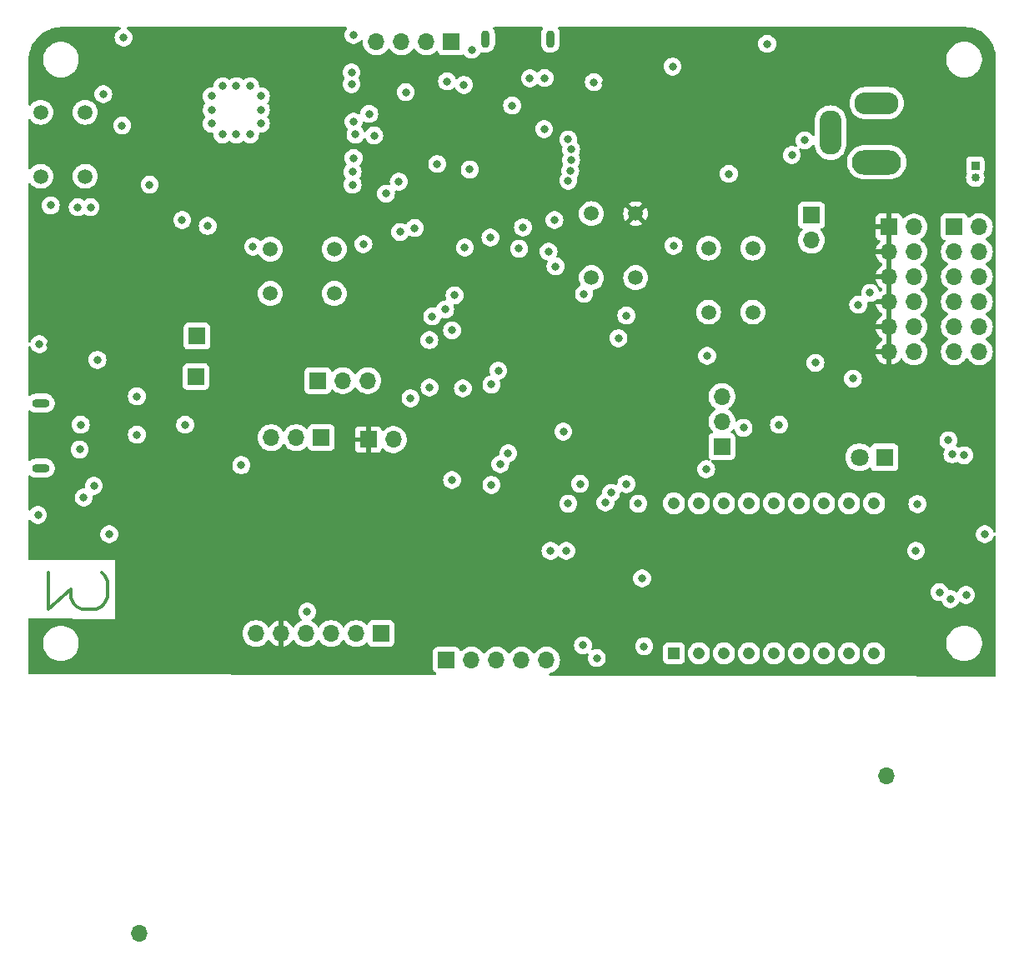
<source format=gbr>
%TF.GenerationSoftware,KiCad,Pcbnew,7.0.6*%
%TF.CreationDate,2023-11-01T15:52:39-07:00*%
%TF.ProjectId,Deliverable4_schematics,44656c69-7665-4726-9162-6c65345f7363,rev?*%
%TF.SameCoordinates,Original*%
%TF.FileFunction,Copper,L3,Inr*%
%TF.FilePolarity,Positive*%
%FSLAX46Y46*%
G04 Gerber Fmt 4.6, Leading zero omitted, Abs format (unit mm)*
G04 Created by KiCad (PCBNEW 7.0.6) date 2023-11-01 15:52:39*
%MOMM*%
%LPD*%
G01*
G04 APERTURE LIST*
%ADD10C,0.300000*%
%TA.AperFunction,NonConductor*%
%ADD11C,0.300000*%
%TD*%
%TA.AperFunction,ComponentPad*%
%ADD12O,1.700000X1.700000*%
%TD*%
%TA.AperFunction,ComponentPad*%
%ADD13O,0.900000X1.800000*%
%TD*%
%TA.AperFunction,ComponentPad*%
%ADD14R,1.700000X1.700000*%
%TD*%
%TA.AperFunction,ComponentPad*%
%ADD15R,1.208000X1.208000*%
%TD*%
%TA.AperFunction,ComponentPad*%
%ADD16C,1.208000*%
%TD*%
%TA.AperFunction,ComponentPad*%
%ADD17O,5.000000X2.500000*%
%TD*%
%TA.AperFunction,ComponentPad*%
%ADD18O,4.500000X2.250000*%
%TD*%
%TA.AperFunction,ComponentPad*%
%ADD19O,2.250000X4.500000*%
%TD*%
%TA.AperFunction,ComponentPad*%
%ADD20R,0.850000X0.850000*%
%TD*%
%TA.AperFunction,ComponentPad*%
%ADD21C,0.850000*%
%TD*%
%TA.AperFunction,ComponentPad*%
%ADD22C,1.507998*%
%TD*%
%TA.AperFunction,ComponentPad*%
%ADD23R,1.800000X1.800000*%
%TD*%
%TA.AperFunction,ComponentPad*%
%ADD24C,1.800000*%
%TD*%
%TA.AperFunction,ComponentPad*%
%ADD25O,1.800000X0.900000*%
%TD*%
%TA.AperFunction,ViaPad*%
%ADD26C,0.800000*%
%TD*%
G04 APERTURE END LIST*
D10*
D11*
X175405252Y-130111286D02*
X175405252Y-133825572D01*
X175405252Y-133825572D02*
X177690966Y-131825572D01*
X177690966Y-131825572D02*
X177690966Y-132682715D01*
X177690966Y-132682715D02*
X177976680Y-133254144D01*
X177976680Y-133254144D02*
X178262395Y-133539858D01*
X178262395Y-133539858D02*
X178833823Y-133825572D01*
X178833823Y-133825572D02*
X180262395Y-133825572D01*
X180262395Y-133825572D02*
X180833823Y-133539858D01*
X180833823Y-133539858D02*
X181119538Y-133254144D01*
X181119538Y-133254144D02*
X181405252Y-132682715D01*
X181405252Y-132682715D02*
X181405252Y-130968429D01*
X181405252Y-130968429D02*
X181119538Y-130397001D01*
X181119538Y-130397001D02*
X180833823Y-130111286D01*
D12*
%TO.N,Net-(U10-Pad2)*%
%TO.C,U10*%
X184609000Y-166800000D03*
%TD*%
%TO.N,Net-(U11-Pad2)*%
%TO.C,U11*%
X260491000Y-150800000D03*
%TD*%
D13*
%TO.N,N/C*%
%TO.C,J7*%
X226400000Y-75900000D03*
X219800000Y-75900000D03*
%TD*%
D14*
%TO.N,unconnected-(J2-Pin_1-Pad1)*%
%TO.C,J2*%
X209200000Y-136300000D03*
D12*
%TO.N,Net-(IC1-PGC1{slash}OA1IN+_{slash}_AN4_{slash}_C1IN1+_{slash}_C1IN3-_{slash}_RPB2_{slash}_RB2)*%
X206660000Y-136300000D03*
%TO.N,Net-(IC1-PGD1{slash}OA1IN-_{slash}_AN5_{slash}_CTCMP_{slash}_C1IN1-_{slash}_RTCC_{slash}_RPB3_{slash}_RB3)*%
X204120000Y-136300000D03*
%TO.N,GND*%
X201580000Y-136300000D03*
%TO.N,+3.3V*%
X199040000Y-136300000D03*
%TO.N,Net-(IC1-~{MCLR})*%
X196500000Y-136300000D03*
%TD*%
D15*
%TO.N,Net-(D7-Pad1)*%
%TO.C,D7*%
X238940000Y-138320000D03*
D16*
%TO.N,Net-(D7-Pad2)*%
X241480000Y-138320000D03*
%TO.N,Net-(D7-Pad3)*%
X244020000Y-138320000D03*
%TO.N,Net-(D7-Pad4)*%
X246560000Y-138320000D03*
%TO.N,Net-(D7-Pad5)*%
X249100000Y-138320000D03*
%TO.N,Net-(D7-Pad6)*%
X251640000Y-138320000D03*
%TO.N,Net-(D7-Pad7)*%
X254180000Y-138320000D03*
%TO.N,Net-(D7-Pad8)*%
X256720000Y-138320000D03*
%TO.N,Net-(D7-Pad9)*%
X259260000Y-138320000D03*
%TO.N,Net-(D7-Pad10)*%
X259260000Y-123080000D03*
%TO.N,Net-(D7-Pad11)*%
X256720000Y-123080000D03*
%TO.N,Net-(D7-Pad12)*%
X254180000Y-123080000D03*
%TO.N,GND*%
X251640000Y-123080000D03*
X249100000Y-123080000D03*
%TO.N,Net-(D7-Pad15)*%
X246560000Y-123080000D03*
%TO.N,Net-(D7-Pad16)*%
X244020000Y-123080000D03*
%TO.N,Net-(D7-Pad17)*%
X241480000Y-123080000D03*
%TO.N,Net-(D7-Pad18)*%
X238940000Y-123080000D03*
%TD*%
D17*
%TO.N,+5V*%
%TO.C,J5*%
X259526193Y-88412500D03*
D18*
%TO.N,GND*%
X259526193Y-82412500D03*
D19*
%TO.N,N/C*%
X254826193Y-85412500D03*
%TD*%
D14*
%TO.N,+3.3V*%
%TO.C,SW2*%
X207900000Y-116600000D03*
D12*
%TO.N,/Sensors/WaterLevel*%
X210440000Y-116600000D03*
%TD*%
D14*
%TO.N,+5V*%
%TO.C,J3*%
X267400000Y-94970000D03*
D12*
%TO.N,GND*%
X269940000Y-94970000D03*
%TO.N,+5V*%
X267400000Y-97510000D03*
%TO.N,GND*%
X269940000Y-97510000D03*
%TO.N,+5V*%
X267400000Y-100050000D03*
%TO.N,GND*%
X269940000Y-100050000D03*
%TO.N,+5V*%
X267400000Y-102590000D03*
%TO.N,GND*%
X269940000Y-102590000D03*
%TO.N,+5V*%
X267400000Y-105130000D03*
%TO.N,GND*%
X269940000Y-105130000D03*
%TO.N,+5V*%
X267400000Y-107670000D03*
%TO.N,GND*%
X269940000Y-107670000D03*
%TD*%
D14*
%TO.N,Net-(J11-Pin_1)*%
%TO.C,J11*%
X202775000Y-110600000D03*
D12*
%TO.N,Net-(J11-Pin_2)*%
X205315000Y-110600000D03*
%TO.N,Net-(J11-Pin_3)*%
X207855000Y-110600000D03*
%TD*%
D14*
%TO.N,+3.3V*%
%TO.C,J4*%
X260760000Y-95000000D03*
D12*
%TO.N,GND*%
X263300000Y-95000000D03*
%TO.N,+3.3V*%
X260760000Y-97540000D03*
%TO.N,GND*%
X263300000Y-97540000D03*
%TO.N,+3.3V*%
X260760000Y-100080000D03*
%TO.N,GND*%
X263300000Y-100080000D03*
%TO.N,+3.3V*%
X260760000Y-102620000D03*
%TO.N,GND*%
X263300000Y-102620000D03*
%TO.N,+3.3V*%
X260760000Y-105160000D03*
%TO.N,GND*%
X263300000Y-105160000D03*
%TO.N,+3.3V*%
X260760000Y-107700000D03*
%TO.N,GND*%
X263300000Y-107700000D03*
%TD*%
D14*
%TO.N,/Sensors/SoilMoisture*%
%TO.C,U3*%
X190400000Y-110200000D03*
%TD*%
%TO.N,Net-(IC1-TDO_{slash}_RPB10_{slash}_PWMH3_{slash}_RB10)*%
%TO.C,J10*%
X215840000Y-139000000D03*
D12*
%TO.N,Net-(IC1-TCK_{slash}_RPB11_{slash}_PWML3_{slash}_RB11)*%
X218380000Y-139000000D03*
%TO.N,Net-(IC1-RPB12_{slash}_PWMH2_{slash}_RB12)*%
X220920000Y-139000000D03*
%TO.N,Net-(IC1-RPB13_{slash}_PWML2_{slash}_CTPLS_{slash}_RB13)*%
X223460000Y-139000000D03*
%TO.N,Net-(IC1-PWMH4_{slash}_RA10)*%
X226000000Y-139000000D03*
%TD*%
D14*
%TO.N,/Sensors/Temp*%
%TO.C,J6*%
X203125000Y-116400000D03*
D12*
%TO.N,/Sensors/SoilMoisture*%
X200585000Y-116400000D03*
%TO.N,/Sensors/WaterLevel*%
X198045000Y-116400000D03*
%TD*%
D14*
%TO.N,Net-(Q1-S)*%
%TO.C,U2*%
X190500000Y-106100000D03*
%TD*%
D20*
%TO.N,+5V*%
%TO.C,M1*%
X269525000Y-88762500D03*
D21*
%TO.N,Net-(D6-A)*%
X269525000Y-90012500D03*
%TD*%
D22*
%TO.N,GND*%
%TO.C,SW4*%
X197949999Y-97254900D03*
%TO.N,N/C*%
X204450001Y-97254900D03*
X197949999Y-101754901D03*
%TO.N,Net-(U5-IO0)*%
X204450001Y-101754901D03*
%TD*%
%TO.N,+3.3V*%
%TO.C,SW5*%
X235045100Y-93649999D03*
%TO.N,N/C*%
X235045100Y-100150001D03*
X230545099Y-93649999D03*
%TO.N,/UserIO/UserButton*%
X230545099Y-100150001D03*
%TD*%
D23*
%TO.N,Net-(D15-K)*%
%TO.C,D15*%
X260300000Y-118400000D03*
D24*
%TO.N,Net-(D15-A)*%
X257760000Y-118400000D03*
%TD*%
D14*
%TO.N,/UserIO/SCK*%
%TO.C,J13*%
X243800000Y-117300000D03*
D12*
%TO.N,/UserIO/SS*%
X243800000Y-114760000D03*
%TO.N,/UserIO/SDO*%
X243800000Y-112220000D03*
%TD*%
D14*
%TO.N,/USB_Output/TX_Output*%
%TO.C,J12*%
X252900000Y-93800000D03*
D12*
%TO.N,/USB_Output/RX_Output*%
X252900000Y-96340000D03*
%TD*%
D14*
%TO.N,/WiFi/SCK1*%
%TO.C,J1*%
X216340000Y-76200000D03*
D12*
%TO.N,/WiFi/CS1*%
X213800000Y-76200000D03*
%TO.N,/WiFi/MOSI*%
X211260000Y-76200000D03*
%TO.N,/WiFi/MISO*%
X208720000Y-76200000D03*
%TD*%
D25*
%TO.N,N/C*%
%TO.C,J9*%
X174662500Y-112900000D03*
X174662500Y-119500000D03*
%TD*%
D22*
%TO.N,Net-(U5-EN)*%
%TO.C,SW3*%
X179145100Y-83349999D03*
%TO.N,N/C*%
X179145100Y-89850001D03*
X174645099Y-83349999D03*
%TO.N,GND*%
X174645099Y-89850001D03*
%TD*%
%TO.N,GND*%
%TO.C,SW1*%
X246945100Y-97149999D03*
%TO.N,N/C*%
X246945100Y-103650001D03*
X242445099Y-97149999D03*
%TO.N,Net-(C1-Pad1)*%
X242445099Y-103650001D03*
%TD*%
D26*
%TO.N,+5V*%
X229400000Y-121100000D03*
X228200000Y-123100000D03*
%TO.N,GND*%
X194500000Y-85600000D03*
X253300000Y-108800000D03*
X217600000Y-80560000D03*
X180033177Y-121306364D03*
X212600000Y-95100000D03*
X197000000Y-84500000D03*
X216664373Y-101944000D03*
X193100000Y-80700000D03*
X195000000Y-119200000D03*
X242300000Y-108100000D03*
X248400000Y-76400000D03*
X201700000Y-134100000D03*
X244500000Y-89600000D03*
X192000000Y-81700000D03*
X218400000Y-77000000D03*
X182900000Y-84689500D03*
X225800000Y-79860000D03*
X174500000Y-106900000D03*
X214114500Y-111300000D03*
X193100000Y-85600000D03*
X175660000Y-92809998D03*
X220400000Y-111000000D03*
X231975007Y-123000000D03*
X270500000Y-126200000D03*
X225753954Y-85053954D03*
X235700000Y-130700000D03*
X257650000Y-102900000D03*
X206400000Y-75500000D03*
X227700000Y-115800000D03*
X228000000Y-127900000D03*
X220300000Y-96062500D03*
X252200000Y-86200000D03*
X238900000Y-96900000D03*
X192000000Y-83100000D03*
X189300000Y-115100000D03*
X212185500Y-112400000D03*
X197000000Y-81700000D03*
X238800000Y-78700000D03*
X192000000Y-84500000D03*
X195900000Y-85600000D03*
X196200000Y-97000000D03*
X250900000Y-87700000D03*
X266800000Y-116670500D03*
X174362500Y-124262500D03*
X234100000Y-104000000D03*
X180400000Y-108500000D03*
X197000000Y-83100000D03*
X223600000Y-95037500D03*
X195900000Y-80700000D03*
X189000000Y-94300000D03*
X226800000Y-94300000D03*
X178600000Y-117600000D03*
X217500000Y-111400000D03*
X258850000Y-101700000D03*
X184400000Y-116100000D03*
X194500000Y-80700000D03*
X218200000Y-89160000D03*
X183050000Y-75750000D03*
X242200000Y-119600000D03*
X207400000Y-96737500D03*
%TO.N,+3.3V*%
X183000000Y-79900000D03*
X196900000Y-124800000D03*
X223500000Y-93000000D03*
X236062500Y-102800000D03*
X197000000Y-122600000D03*
X178500000Y-124200000D03*
X209700000Y-96737500D03*
X175560000Y-107009998D03*
X221800000Y-114300000D03*
X240800000Y-103900000D03*
X244000000Y-79600000D03*
X234300000Y-80300000D03*
X239300000Y-83900000D03*
X249800000Y-105900000D03*
X199100000Y-134200000D03*
X206400000Y-107300000D03*
X220200000Y-93950000D03*
X253900000Y-117500000D03*
X212599500Y-97600000D03*
X249900000Y-79000000D03*
X244000000Y-88400000D03*
X212599500Y-100300000D03*
X218200000Y-85060000D03*
X178300000Y-127900000D03*
X216800000Y-91260000D03*
X249600000Y-100500000D03*
X232000000Y-80400000D03*
X181800000Y-83500000D03*
%TO.N,/Pump/Pump*%
X220400000Y-121200000D03*
X257100000Y-110400000D03*
%TO.N,/USB_Output/TX_Output*%
X229800000Y-101800000D03*
X216400000Y-120700000D03*
%TO.N,/USB_Output/RX_Output*%
X223200000Y-97200000D03*
%TO.N,/Sensors/Temp*%
X214100000Y-106500000D03*
X217700000Y-97100000D03*
%TO.N,Net-(J11-Pin_1)*%
X206400000Y-88000000D03*
%TO.N,Net-(U6-VBUS)*%
X181600000Y-126200000D03*
X184400000Y-112200000D03*
%TO.N,Net-(U5-EN)*%
X208000000Y-83500000D03*
X180995099Y-81500000D03*
%TO.N,Net-(U5-IO0)*%
X209700000Y-91610456D03*
X211000000Y-90400000D03*
%TO.N,Net-(J7-VBUS)*%
X222500000Y-82660000D03*
X224300000Y-79900000D03*
%TO.N,Net-(J9-D-)*%
X179000000Y-122500000D03*
X178700000Y-115100000D03*
%TO.N,Net-(D8-K)*%
X246000000Y-115400000D03*
X221300000Y-119100000D03*
%TO.N,Net-(IC1-~{MCLR})*%
X233300078Y-106299922D03*
%TO.N,Net-(IC1-PGC1{slash}OA1IN+_{slash}_AN4_{slash}_C1IN1+_{slash}_C1IN3-_{slash}_RPB2_{slash}_RB2)*%
X226914500Y-99000000D03*
%TO.N,Net-(IC1-PGD1{slash}OA1IN-_{slash}_AN5_{slash}_CTCMP_{slash}_C1IN1-_{slash}_RTCC_{slash}_RPB3_{slash}_RB3)*%
X226200000Y-97500000D03*
%TO.N,/WiFi/MOSI*%
X215700000Y-103373500D03*
X208500000Y-85700000D03*
%TO.N,Net-(D10-K)*%
X249600000Y-115100000D03*
X222100000Y-118000000D03*
%TO.N,/WiFi/CS1*%
X211129500Y-95500000D03*
X214388000Y-104088000D03*
%TO.N,/WiFi/SCK1*%
X211700000Y-81300000D03*
X206599500Y-85600000D03*
X216400000Y-105500000D03*
%TO.N,Net-(U4-DTR)*%
X228200000Y-86100000D03*
X214900000Y-88600000D03*
%TO.N,Net-(U4-RTS)*%
X215900000Y-80200000D03*
X228400000Y-89300000D03*
%TO.N,Net-(U4-CTS)*%
X230800000Y-80300000D03*
X228200000Y-90300000D03*
%TO.N,Net-(J11-Pin_2)*%
X206300000Y-89400000D03*
%TO.N,Net-(U4-RXD)*%
X228494772Y-88205228D03*
X206200000Y-79300000D03*
%TO.N,Net-(U4-TXD)*%
X206200000Y-80500000D03*
X228491578Y-87118879D03*
%TO.N,/WiFi/MISO*%
X206400000Y-84300000D03*
X221100000Y-109600000D03*
%TO.N,Net-(J11-Pin_3)*%
X206300000Y-90700000D03*
%TO.N,Net-(U5-IO14)*%
X185700000Y-90700000D03*
X179700000Y-93000000D03*
%TO.N,Net-(U5-IO13)*%
X191600000Y-94900000D03*
X178400000Y-93000000D03*
%TO.N,Net-(U8-\u002ASRCLR)*%
X235300000Y-123100000D03*
X226400000Y-127900000D03*
%TO.N,Net-(D7-Pad5)*%
X267000000Y-132800000D03*
%TO.N,Net-(D7-Pad6)*%
X265900000Y-132100000D03*
%TO.N,Net-(D7-Pad12)*%
X268594772Y-132394772D03*
%TO.N,Net-(D7-Pad15)*%
X229700000Y-137500000D03*
%TO.N,Net-(D7-Pad16)*%
X231100000Y-138800000D03*
%TO.N,Net-(D7-Pad17)*%
X235900000Y-137600000D03*
%TO.N,Net-(U9-QA)*%
X263500000Y-127900000D03*
X263655228Y-123144772D03*
%TO.N,Net-(U7-1Y2)*%
X267200000Y-118100000D03*
X232560479Y-122000000D03*
%TO.N,Net-(U7-1Y1)*%
X234100000Y-121114500D03*
X268400000Y-118200000D03*
%TD*%
%TA.AperFunction,Conductor*%
%TO.N,+3.3V*%
G36*
X261009999Y-107264498D02*
G01*
X260902315Y-107215320D01*
X260795763Y-107200000D01*
X260724237Y-107200000D01*
X260617685Y-107215320D01*
X260510000Y-107264498D01*
X260510000Y-105595501D01*
X260617685Y-105644680D01*
X260724237Y-105660000D01*
X260795763Y-105660000D01*
X260902315Y-105644680D01*
X261009999Y-105595501D01*
X261009999Y-107264498D01*
G37*
%TD.AperFunction*%
%TA.AperFunction,Conductor*%
G36*
X261009999Y-104724498D02*
G01*
X260902315Y-104675320D01*
X260795763Y-104660000D01*
X260724237Y-104660000D01*
X260617685Y-104675320D01*
X260510000Y-104724498D01*
X260510000Y-103055501D01*
X260617685Y-103104680D01*
X260724237Y-103120000D01*
X260795763Y-103120000D01*
X260902315Y-103104680D01*
X261009999Y-103055501D01*
X261009999Y-104724498D01*
G37*
%TD.AperFunction*%
%TA.AperFunction,Conductor*%
G36*
X261009999Y-102184498D02*
G01*
X260902315Y-102135320D01*
X260795763Y-102120000D01*
X260724237Y-102120000D01*
X260617685Y-102135320D01*
X260510000Y-102184498D01*
X260510000Y-100515501D01*
X260617685Y-100564680D01*
X260724237Y-100580000D01*
X260795763Y-100580000D01*
X260902315Y-100564680D01*
X261009999Y-100515501D01*
X261009999Y-102184498D01*
G37*
%TD.AperFunction*%
%TA.AperFunction,Conductor*%
G36*
X261009999Y-99644498D02*
G01*
X260902315Y-99595320D01*
X260795763Y-99580000D01*
X260724237Y-99580000D01*
X260617685Y-99595320D01*
X260510000Y-99644498D01*
X260510000Y-97975501D01*
X260617685Y-98024680D01*
X260724237Y-98040000D01*
X260795763Y-98040000D01*
X260902315Y-98024680D01*
X261009999Y-97975501D01*
X261009999Y-99644498D01*
G37*
%TD.AperFunction*%
%TA.AperFunction,Conductor*%
G36*
X261009999Y-97104498D02*
G01*
X260902315Y-97055320D01*
X260795763Y-97040000D01*
X260724237Y-97040000D01*
X260617685Y-97055320D01*
X260510000Y-97104498D01*
X260510000Y-95435501D01*
X260617685Y-95484680D01*
X260724237Y-95500000D01*
X260795763Y-95500000D01*
X260902315Y-95484680D01*
X261009999Y-95435501D01*
X261009999Y-97104498D01*
G37*
%TD.AperFunction*%
%TA.AperFunction,Conductor*%
G36*
X182699924Y-74701185D02*
G01*
X182745679Y-74753989D01*
X182755623Y-74823147D01*
X182726598Y-74886703D01*
X182683321Y-74918778D01*
X182609467Y-74951661D01*
X182593246Y-74958883D01*
X182438745Y-75071135D01*
X182310959Y-75213057D01*
X182215473Y-75378443D01*
X182215470Y-75378450D01*
X182156459Y-75560068D01*
X182156458Y-75560072D01*
X182136496Y-75750000D01*
X182156458Y-75939928D01*
X182156459Y-75939931D01*
X182215470Y-76121549D01*
X182215473Y-76121556D01*
X182310960Y-76286944D01*
X182438747Y-76428866D01*
X182593248Y-76541118D01*
X182767712Y-76618794D01*
X182954513Y-76658500D01*
X183145487Y-76658500D01*
X183332288Y-76618794D01*
X183506752Y-76541118D01*
X183661253Y-76428866D01*
X183789040Y-76286944D01*
X183884527Y-76121556D01*
X183943542Y-75939928D01*
X183963504Y-75750000D01*
X183943542Y-75560072D01*
X183884527Y-75378444D01*
X183789040Y-75213056D01*
X183661253Y-75071134D01*
X183506752Y-74958882D01*
X183416678Y-74918779D01*
X183363442Y-74873529D01*
X183343121Y-74806680D01*
X183362166Y-74739457D01*
X183414532Y-74693201D01*
X183467115Y-74681500D01*
X205635966Y-74681500D01*
X205703005Y-74701185D01*
X205748760Y-74753989D01*
X205758704Y-74823147D01*
X205729679Y-74886703D01*
X205728133Y-74888451D01*
X205718082Y-74899616D01*
X205660959Y-74963057D01*
X205565473Y-75128443D01*
X205565470Y-75128450D01*
X205506459Y-75310068D01*
X205506458Y-75310072D01*
X205486496Y-75500000D01*
X205506458Y-75689928D01*
X205506459Y-75689931D01*
X205565470Y-75871549D01*
X205565473Y-75871556D01*
X205660960Y-76036944D01*
X205788747Y-76178866D01*
X205943248Y-76291118D01*
X206117712Y-76368794D01*
X206304513Y-76408500D01*
X206495487Y-76408500D01*
X206682288Y-76368794D01*
X206856752Y-76291118D01*
X207011253Y-76178866D01*
X207139040Y-76036944D01*
X207139046Y-76036931D01*
X207139635Y-76036124D01*
X207140103Y-76035762D01*
X207143388Y-76032115D01*
X207144054Y-76032715D01*
X207194962Y-75993453D01*
X207264575Y-75987469D01*
X207326372Y-76020070D01*
X207360734Y-76080906D01*
X207363536Y-76119240D01*
X207358596Y-76178864D01*
X207356844Y-76200004D01*
X207356844Y-76200005D01*
X207375434Y-76424359D01*
X207375436Y-76424371D01*
X207430703Y-76642614D01*
X207521140Y-76848792D01*
X207644276Y-77037265D01*
X207644284Y-77037276D01*
X207796756Y-77202902D01*
X207796761Y-77202907D01*
X207822738Y-77223126D01*
X207974424Y-77341189D01*
X207974425Y-77341189D01*
X207974427Y-77341191D01*
X208030537Y-77371556D01*
X208172426Y-77448342D01*
X208385365Y-77521444D01*
X208607431Y-77558500D01*
X208832569Y-77558500D01*
X209054635Y-77521444D01*
X209267574Y-77448342D01*
X209465576Y-77341189D01*
X209643240Y-77202906D01*
X209795722Y-77037268D01*
X209886193Y-76898791D01*
X209939336Y-76853437D01*
X210008567Y-76844013D01*
X210071903Y-76873515D01*
X210093807Y-76898793D01*
X210184276Y-77037265D01*
X210184284Y-77037276D01*
X210336756Y-77202902D01*
X210336761Y-77202907D01*
X210362738Y-77223126D01*
X210514424Y-77341189D01*
X210514425Y-77341189D01*
X210514427Y-77341191D01*
X210570537Y-77371556D01*
X210712426Y-77448342D01*
X210925365Y-77521444D01*
X211147431Y-77558500D01*
X211372569Y-77558500D01*
X211594635Y-77521444D01*
X211807574Y-77448342D01*
X212005576Y-77341189D01*
X212183240Y-77202906D01*
X212335722Y-77037268D01*
X212426193Y-76898790D01*
X212479338Y-76853437D01*
X212548569Y-76844013D01*
X212611905Y-76873515D01*
X212633804Y-76898787D01*
X212724278Y-77037268D01*
X212724283Y-77037273D01*
X212724284Y-77037276D01*
X212876756Y-77202902D01*
X212876761Y-77202907D01*
X212902738Y-77223126D01*
X213054424Y-77341189D01*
X213054425Y-77341189D01*
X213054427Y-77341191D01*
X213110537Y-77371556D01*
X213252426Y-77448342D01*
X213465365Y-77521444D01*
X213687431Y-77558500D01*
X213912569Y-77558500D01*
X214134635Y-77521444D01*
X214347574Y-77448342D01*
X214545576Y-77341189D01*
X214723240Y-77202906D01*
X214786452Y-77134239D01*
X214846337Y-77098250D01*
X214916175Y-77100349D01*
X214973791Y-77139873D01*
X214993861Y-77174888D01*
X215023172Y-77253470D01*
X215039111Y-77296204D01*
X215126739Y-77413261D01*
X215243796Y-77500889D01*
X215380799Y-77551989D01*
X215408050Y-77554918D01*
X215441345Y-77558499D01*
X215441362Y-77558500D01*
X217238638Y-77558500D01*
X217238654Y-77558499D01*
X217265692Y-77555591D01*
X217299201Y-77551989D01*
X217436204Y-77500889D01*
X217466756Y-77478017D01*
X217532219Y-77453600D01*
X217600492Y-77468451D01*
X217648454Y-77515283D01*
X217660960Y-77536944D01*
X217715496Y-77597513D01*
X217788747Y-77678866D01*
X217943248Y-77791118D01*
X218117712Y-77868794D01*
X218304513Y-77908500D01*
X218495487Y-77908500D01*
X218682288Y-77868794D01*
X218856752Y-77791118D01*
X219011253Y-77678866D01*
X219139040Y-77536944D01*
X219234527Y-77371556D01*
X219255177Y-77307999D01*
X219294613Y-77250325D01*
X219358972Y-77223126D01*
X219427716Y-77234990D01*
X219465391Y-77253471D01*
X219654108Y-77302333D01*
X219848798Y-77312206D01*
X220041489Y-77282687D01*
X220224295Y-77214983D01*
X220389729Y-77111867D01*
X220531020Y-76977560D01*
X220642383Y-76817561D01*
X220719259Y-76638419D01*
X220758500Y-76447470D01*
X220758500Y-75401392D01*
X220756167Y-75378444D01*
X220743721Y-75256058D01*
X220685366Y-75070069D01*
X220685364Y-75070065D01*
X220685363Y-75070061D01*
X220590759Y-74899616D01*
X220590758Y-74899615D01*
X220590757Y-74899613D01*
X220579302Y-74886270D01*
X220550570Y-74822582D01*
X220560832Y-74753470D01*
X220606830Y-74700877D01*
X220673388Y-74681500D01*
X225529692Y-74681500D01*
X225596731Y-74701185D01*
X225642486Y-74753989D01*
X225652430Y-74823147D01*
X225631466Y-74876337D01*
X225623020Y-74888472D01*
X225557617Y-74982438D01*
X225480741Y-75161580D01*
X225441500Y-75352529D01*
X225441500Y-76398609D01*
X225456278Y-76543941D01*
X225514633Y-76729930D01*
X225514640Y-76729945D01*
X225609239Y-76900381D01*
X225609242Y-76900386D01*
X225736216Y-77048293D01*
X225736217Y-77048294D01*
X225736220Y-77048297D01*
X225890373Y-77167620D01*
X226065391Y-77253471D01*
X226254108Y-77302333D01*
X226448798Y-77312206D01*
X226641489Y-77282687D01*
X226824295Y-77214983D01*
X226989729Y-77111867D01*
X227131020Y-76977560D01*
X227242383Y-76817561D01*
X227319259Y-76638419D01*
X227358500Y-76447470D01*
X227358500Y-76400000D01*
X247486496Y-76400000D01*
X247506458Y-76589928D01*
X247506459Y-76589931D01*
X247565470Y-76771549D01*
X247565473Y-76771556D01*
X247660960Y-76936944D01*
X247788747Y-77078866D01*
X247943248Y-77191118D01*
X248117712Y-77268794D01*
X248304513Y-77308500D01*
X248495487Y-77308500D01*
X248682288Y-77268794D01*
X248856752Y-77191118D01*
X249011253Y-77078866D01*
X249139040Y-76936944D01*
X249234527Y-76771556D01*
X249293542Y-76589928D01*
X249313504Y-76400000D01*
X249293542Y-76210072D01*
X249234527Y-76028444D01*
X249139040Y-75863056D01*
X249011253Y-75721134D01*
X248856752Y-75608882D01*
X248682288Y-75531206D01*
X248682286Y-75531205D01*
X248495487Y-75491500D01*
X248304513Y-75491500D01*
X248117714Y-75531205D01*
X247943246Y-75608883D01*
X247788745Y-75721135D01*
X247660959Y-75863057D01*
X247565473Y-76028443D01*
X247565470Y-76028450D01*
X247506844Y-76208883D01*
X247506458Y-76210072D01*
X247486496Y-76400000D01*
X227358500Y-76400000D01*
X227358500Y-75401392D01*
X227356167Y-75378444D01*
X227343721Y-75256058D01*
X227285366Y-75070069D01*
X227285364Y-75070065D01*
X227285363Y-75070061D01*
X227190759Y-74899616D01*
X227190758Y-74899615D01*
X227190757Y-74899613D01*
X227179302Y-74886270D01*
X227150570Y-74822582D01*
X227160832Y-74753470D01*
X227206830Y-74700877D01*
X227273388Y-74681500D01*
X268445149Y-74681500D01*
X268498378Y-74681500D01*
X268501620Y-74681584D01*
X268822742Y-74698413D01*
X268829168Y-74699089D01*
X269145172Y-74749140D01*
X269151500Y-74750484D01*
X269456530Y-74832217D01*
X269460527Y-74833288D01*
X269466692Y-74835290D01*
X269765374Y-74949943D01*
X269771294Y-74952578D01*
X270056362Y-75097828D01*
X270061967Y-75101064D01*
X270330292Y-75275317D01*
X270335530Y-75279123D01*
X270486517Y-75401390D01*
X270584160Y-75480459D01*
X270588986Y-75484805D01*
X270815194Y-75711013D01*
X270819540Y-75715839D01*
X271020875Y-75964468D01*
X271024684Y-75969711D01*
X271198931Y-76238026D01*
X271202174Y-76243643D01*
X271347416Y-76528695D01*
X271350057Y-76534628D01*
X271464705Y-76833296D01*
X271466711Y-76839472D01*
X271549512Y-77148489D01*
X271550862Y-77154841D01*
X271556608Y-77191118D01*
X271598181Y-77453600D01*
X271600908Y-77470814D01*
X271601587Y-77477273D01*
X271618034Y-77791116D01*
X271618415Y-77798376D01*
X271618500Y-77801622D01*
X271618500Y-125919516D01*
X271598815Y-125986555D01*
X271546011Y-126032310D01*
X271476853Y-126042254D01*
X271413297Y-126013229D01*
X271376569Y-125957834D01*
X271334529Y-125828450D01*
X271334528Y-125828449D01*
X271334527Y-125828444D01*
X271239040Y-125663056D01*
X271111253Y-125521134D01*
X270956752Y-125408882D01*
X270782288Y-125331206D01*
X270782286Y-125331205D01*
X270595487Y-125291500D01*
X270404513Y-125291500D01*
X270217714Y-125331205D01*
X270043246Y-125408883D01*
X269888745Y-125521135D01*
X269760959Y-125663057D01*
X269665473Y-125828443D01*
X269665470Y-125828450D01*
X269623431Y-125957834D01*
X269606458Y-126010072D01*
X269586496Y-126200000D01*
X269606458Y-126389928D01*
X269606459Y-126389931D01*
X269665470Y-126571549D01*
X269665473Y-126571556D01*
X269760960Y-126736944D01*
X269888747Y-126878866D01*
X270043248Y-126991118D01*
X270217712Y-127068794D01*
X270404513Y-127108500D01*
X270595487Y-127108500D01*
X270782288Y-127068794D01*
X270956752Y-126991118D01*
X271111253Y-126878866D01*
X271239040Y-126736944D01*
X271334527Y-126571556D01*
X271376569Y-126442164D01*
X271416006Y-126384489D01*
X271480365Y-126357291D01*
X271549211Y-126369206D01*
X271600687Y-126416450D01*
X271618500Y-126480483D01*
X271618500Y-140570343D01*
X271598815Y-140637382D01*
X271546011Y-140683137D01*
X271494150Y-140694343D01*
X263759656Y-140672535D01*
X263724303Y-140667284D01*
X263696934Y-140659055D01*
X263688180Y-140656423D01*
X263688178Y-140656422D01*
X263688176Y-140656422D01*
X263487573Y-140626916D01*
X263430318Y-140618495D01*
X263430310Y-140618495D01*
X263300000Y-140618500D01*
X244594873Y-140618500D01*
X244522373Y-140618296D01*
X244522373Y-140618295D01*
X226358713Y-140567082D01*
X226291730Y-140547208D01*
X226246124Y-140494275D01*
X226236375Y-140425089D01*
X226265579Y-140361615D01*
X226324464Y-140324007D01*
X226329693Y-140322816D01*
X226329665Y-140322703D01*
X226334636Y-140321444D01*
X226414408Y-140294058D01*
X226547574Y-140248342D01*
X226745576Y-140141189D01*
X226923240Y-140002906D01*
X227075722Y-139837268D01*
X227198860Y-139648791D01*
X227289296Y-139442616D01*
X227344564Y-139224368D01*
X227345622Y-139211598D01*
X227363156Y-139000005D01*
X227363156Y-138999994D01*
X227344565Y-138775640D01*
X227344563Y-138775628D01*
X227289296Y-138557385D01*
X227267853Y-138508500D01*
X227198860Y-138351209D01*
X227182706Y-138326484D01*
X227086263Y-138178866D01*
X227075722Y-138162732D01*
X227075719Y-138162729D01*
X227075715Y-138162723D01*
X226923243Y-137997097D01*
X226923238Y-137997092D01*
X226787574Y-137891500D01*
X226745576Y-137858811D01*
X226745575Y-137858810D01*
X226745572Y-137858808D01*
X226547580Y-137751661D01*
X226547577Y-137751659D01*
X226547574Y-137751658D01*
X226547571Y-137751657D01*
X226547569Y-137751656D01*
X226334637Y-137678556D01*
X226112569Y-137641500D01*
X225887431Y-137641500D01*
X225665362Y-137678556D01*
X225452430Y-137751656D01*
X225452419Y-137751661D01*
X225254427Y-137858808D01*
X225254422Y-137858812D01*
X225076761Y-137997092D01*
X225076756Y-137997097D01*
X224924284Y-138162723D01*
X224924276Y-138162734D01*
X224833808Y-138301206D01*
X224780662Y-138346562D01*
X224711431Y-138355986D01*
X224648095Y-138326484D01*
X224626192Y-138301206D01*
X224546263Y-138178866D01*
X224535722Y-138162732D01*
X224535719Y-138162729D01*
X224535715Y-138162723D01*
X224383243Y-137997097D01*
X224383238Y-137997092D01*
X224247574Y-137891500D01*
X224205576Y-137858811D01*
X224205575Y-137858810D01*
X224205572Y-137858808D01*
X224007580Y-137751661D01*
X224007577Y-137751659D01*
X224007574Y-137751658D01*
X224007571Y-137751657D01*
X224007569Y-137751656D01*
X223794637Y-137678556D01*
X223572569Y-137641500D01*
X223347431Y-137641500D01*
X223125362Y-137678556D01*
X222912430Y-137751656D01*
X222912419Y-137751661D01*
X222714427Y-137858808D01*
X222714422Y-137858812D01*
X222536761Y-137997092D01*
X222536756Y-137997097D01*
X222384284Y-138162723D01*
X222384276Y-138162734D01*
X222293808Y-138301206D01*
X222240662Y-138346562D01*
X222171431Y-138355986D01*
X222108095Y-138326484D01*
X222086192Y-138301206D01*
X222006263Y-138178866D01*
X221995722Y-138162732D01*
X221995719Y-138162729D01*
X221995715Y-138162723D01*
X221843243Y-137997097D01*
X221843238Y-137997092D01*
X221707574Y-137891500D01*
X221665576Y-137858811D01*
X221665575Y-137858810D01*
X221665572Y-137858808D01*
X221467580Y-137751661D01*
X221467577Y-137751659D01*
X221467574Y-137751658D01*
X221467571Y-137751657D01*
X221467569Y-137751656D01*
X221254637Y-137678556D01*
X221032569Y-137641500D01*
X220807431Y-137641500D01*
X220585362Y-137678556D01*
X220372430Y-137751656D01*
X220372419Y-137751661D01*
X220174427Y-137858808D01*
X220174422Y-137858812D01*
X219996761Y-137997092D01*
X219996756Y-137997097D01*
X219844284Y-138162723D01*
X219844276Y-138162734D01*
X219753808Y-138301206D01*
X219700662Y-138346562D01*
X219631431Y-138355986D01*
X219568095Y-138326484D01*
X219546192Y-138301206D01*
X219466263Y-138178866D01*
X219455722Y-138162732D01*
X219455719Y-138162729D01*
X219455715Y-138162723D01*
X219303243Y-137997097D01*
X219303238Y-137997092D01*
X219167574Y-137891500D01*
X219125576Y-137858811D01*
X219125575Y-137858810D01*
X219125572Y-137858808D01*
X218927580Y-137751661D01*
X218927577Y-137751659D01*
X218927574Y-137751658D01*
X218927571Y-137751657D01*
X218927569Y-137751656D01*
X218714637Y-137678556D01*
X218492569Y-137641500D01*
X218267431Y-137641500D01*
X218045362Y-137678556D01*
X217832430Y-137751656D01*
X217832419Y-137751661D01*
X217634427Y-137858808D01*
X217634422Y-137858812D01*
X217456761Y-137997092D01*
X217393548Y-138065760D01*
X217333661Y-138101750D01*
X217263823Y-138099649D01*
X217206207Y-138060124D01*
X217186138Y-138025110D01*
X217140889Y-137903796D01*
X217107214Y-137858812D01*
X217053261Y-137786739D01*
X216936204Y-137699111D01*
X216911584Y-137689928D01*
X216799203Y-137648011D01*
X216738654Y-137641500D01*
X216738638Y-137641500D01*
X214941362Y-137641500D01*
X214941345Y-137641500D01*
X214880797Y-137648011D01*
X214880795Y-137648011D01*
X214743795Y-137699111D01*
X214626739Y-137786739D01*
X214539111Y-137903795D01*
X214488011Y-138040795D01*
X214488011Y-138040797D01*
X214481500Y-138101345D01*
X214481500Y-139898654D01*
X214488011Y-139959202D01*
X214488011Y-139959204D01*
X214539110Y-140096203D01*
X214539111Y-140096204D01*
X214626739Y-140213261D01*
X214743796Y-140300889D01*
X214743801Y-140300890D01*
X214744608Y-140301332D01*
X214745263Y-140301987D01*
X214750896Y-140306204D01*
X214750290Y-140307013D01*
X214794016Y-140350735D01*
X214808870Y-140419008D01*
X214784456Y-140484473D01*
X214728525Y-140526347D01*
X214684836Y-140534167D01*
X173505150Y-140418058D01*
X173438167Y-140398184D01*
X173392561Y-140345251D01*
X173381500Y-140294058D01*
X173381500Y-137435176D01*
X174896300Y-137435176D01*
X174936589Y-137702482D01*
X174936591Y-137702488D01*
X175016275Y-137960814D01*
X175133567Y-138204374D01*
X175133569Y-138204376D01*
X175133570Y-138204379D01*
X175233677Y-138351209D01*
X175285856Y-138427742D01*
X175469727Y-138625909D01*
X175469731Y-138625912D01*
X175469732Y-138625913D01*
X175681090Y-138794466D01*
X175915209Y-138929635D01*
X176166859Y-139028400D01*
X176430419Y-139088556D01*
X176480940Y-139092342D01*
X176632499Y-139103700D01*
X176632505Y-139103700D01*
X176767501Y-139103700D01*
X176902219Y-139093603D01*
X176969581Y-139088556D01*
X177233141Y-139028400D01*
X177484791Y-138929635D01*
X177718910Y-138794466D01*
X177930268Y-138625913D01*
X177944967Y-138610072D01*
X178039211Y-138508500D01*
X178114144Y-138427742D01*
X178266430Y-138204379D01*
X178383725Y-137960814D01*
X178463409Y-137702487D01*
X178465302Y-137689931D01*
X178503699Y-137435176D01*
X178503700Y-137435167D01*
X178503700Y-137164832D01*
X178503699Y-137164823D01*
X178463410Y-136897517D01*
X178463408Y-136897511D01*
X178436070Y-136808883D01*
X178383725Y-136639186D01*
X178266430Y-136395621D01*
X178201240Y-136300005D01*
X195136844Y-136300005D01*
X195155434Y-136524359D01*
X195155436Y-136524371D01*
X195210703Y-136742614D01*
X195301140Y-136948792D01*
X195424276Y-137137265D01*
X195424284Y-137137276D01*
X195576756Y-137302902D01*
X195576761Y-137302907D01*
X195585967Y-137310072D01*
X195754424Y-137441189D01*
X195754425Y-137441189D01*
X195754427Y-137441191D01*
X195881135Y-137509761D01*
X195952426Y-137548342D01*
X196165365Y-137621444D01*
X196387431Y-137658500D01*
X196612569Y-137658500D01*
X196834635Y-137621444D01*
X197047574Y-137548342D01*
X197245576Y-137441189D01*
X197423240Y-137302906D01*
X197544594Y-137171082D01*
X197575715Y-137137276D01*
X197575715Y-137137275D01*
X197575722Y-137137268D01*
X197669749Y-136993347D01*
X197722894Y-136947994D01*
X197792125Y-136938570D01*
X197855461Y-136968072D01*
X197875130Y-136990048D01*
X198001890Y-137171078D01*
X198168917Y-137338105D01*
X198362421Y-137473600D01*
X198576507Y-137573429D01*
X198576516Y-137573433D01*
X198789998Y-137630635D01*
X198789999Y-137630634D01*
X198789999Y-136735501D01*
X198897685Y-136784680D01*
X199004237Y-136800000D01*
X199075763Y-136800000D01*
X199182315Y-136784680D01*
X199290000Y-136735501D01*
X199290000Y-137630633D01*
X199503483Y-137573433D01*
X199503492Y-137573429D01*
X199717578Y-137473600D01*
X199911082Y-137338105D01*
X200078105Y-137171082D01*
X200204868Y-136990048D01*
X200259445Y-136946423D01*
X200328944Y-136939231D01*
X200391298Y-136970753D01*
X200410251Y-136993350D01*
X200504276Y-137137265D01*
X200504284Y-137137276D01*
X200656756Y-137302902D01*
X200656761Y-137302907D01*
X200665967Y-137310072D01*
X200834424Y-137441189D01*
X200834425Y-137441189D01*
X200834427Y-137441191D01*
X200961135Y-137509761D01*
X201032426Y-137548342D01*
X201245365Y-137621444D01*
X201467431Y-137658500D01*
X201692569Y-137658500D01*
X201914635Y-137621444D01*
X202127574Y-137548342D01*
X202325576Y-137441189D01*
X202503240Y-137302906D01*
X202624594Y-137171082D01*
X202655715Y-137137276D01*
X202655715Y-137137275D01*
X202655722Y-137137268D01*
X202746193Y-136998790D01*
X202799338Y-136953437D01*
X202868569Y-136944013D01*
X202931905Y-136973515D01*
X202953804Y-136998787D01*
X203044278Y-137137268D01*
X203044283Y-137137273D01*
X203044284Y-137137276D01*
X203196756Y-137302902D01*
X203196761Y-137302907D01*
X203205967Y-137310072D01*
X203374424Y-137441189D01*
X203374425Y-137441189D01*
X203374427Y-137441191D01*
X203501135Y-137509761D01*
X203572426Y-137548342D01*
X203785365Y-137621444D01*
X204007431Y-137658500D01*
X204232569Y-137658500D01*
X204454635Y-137621444D01*
X204667574Y-137548342D01*
X204865576Y-137441189D01*
X205043240Y-137302906D01*
X205164594Y-137171082D01*
X205195715Y-137137276D01*
X205195715Y-137137275D01*
X205195722Y-137137268D01*
X205286193Y-136998790D01*
X205339338Y-136953437D01*
X205408569Y-136944013D01*
X205471905Y-136973515D01*
X205493804Y-136998787D01*
X205584278Y-137137268D01*
X205584283Y-137137273D01*
X205584284Y-137137276D01*
X205736756Y-137302902D01*
X205736761Y-137302907D01*
X205745967Y-137310072D01*
X205914424Y-137441189D01*
X205914425Y-137441189D01*
X205914427Y-137441191D01*
X206041135Y-137509761D01*
X206112426Y-137548342D01*
X206325365Y-137621444D01*
X206547431Y-137658500D01*
X206772569Y-137658500D01*
X206994635Y-137621444D01*
X207207574Y-137548342D01*
X207405576Y-137441189D01*
X207583240Y-137302906D01*
X207646452Y-137234239D01*
X207706337Y-137198250D01*
X207776175Y-137200349D01*
X207833791Y-137239873D01*
X207853861Y-137274888D01*
X207882899Y-137352739D01*
X207899111Y-137396204D01*
X207986739Y-137513261D01*
X208103796Y-137600889D01*
X208240799Y-137651989D01*
X208268050Y-137654918D01*
X208301345Y-137658499D01*
X208301362Y-137658500D01*
X210098638Y-137658500D01*
X210098654Y-137658499D01*
X210125692Y-137655591D01*
X210159201Y-137651989D01*
X210296204Y-137600889D01*
X210413261Y-137513261D01*
X210423188Y-137500000D01*
X228786496Y-137500000D01*
X228806458Y-137689928D01*
X228806459Y-137689930D01*
X228806459Y-137689931D01*
X228865470Y-137871549D01*
X228865473Y-137871556D01*
X228960960Y-138036944D01*
X229088747Y-138178866D01*
X229243248Y-138291118D01*
X229417712Y-138368794D01*
X229604513Y-138408500D01*
X229795487Y-138408500D01*
X229982288Y-138368794D01*
X230081597Y-138324578D01*
X230150846Y-138315294D01*
X230214123Y-138344922D01*
X230251336Y-138404057D01*
X230250671Y-138473923D01*
X230249963Y-138476176D01*
X230223577Y-138557385D01*
X230206458Y-138610072D01*
X230186496Y-138800000D01*
X230206458Y-138989928D01*
X230206459Y-138989931D01*
X230265470Y-139171549D01*
X230265473Y-139171556D01*
X230360960Y-139336944D01*
X230488747Y-139478866D01*
X230643248Y-139591118D01*
X230817712Y-139668794D01*
X231004513Y-139708500D01*
X231195487Y-139708500D01*
X231382288Y-139668794D01*
X231556752Y-139591118D01*
X231711253Y-139478866D01*
X231839040Y-139336944D01*
X231934527Y-139171556D01*
X231993542Y-138989928D01*
X231995358Y-138972654D01*
X237827500Y-138972654D01*
X237834011Y-139033202D01*
X237834011Y-139033204D01*
X237885110Y-139170204D01*
X237885111Y-139170204D01*
X237972739Y-139287261D01*
X238089796Y-139374889D01*
X238226799Y-139425989D01*
X238254050Y-139428918D01*
X238287345Y-139432499D01*
X238287362Y-139432500D01*
X239592638Y-139432500D01*
X239592654Y-139432499D01*
X239619692Y-139429591D01*
X239653201Y-139425989D01*
X239790204Y-139374889D01*
X239907261Y-139287261D01*
X239994889Y-139170204D01*
X240045989Y-139033201D01*
X240050641Y-138989928D01*
X240052499Y-138972654D01*
X240052499Y-138972647D01*
X240052500Y-138972638D01*
X240052500Y-138320000D01*
X240362734Y-138320000D01*
X240381757Y-138525294D01*
X240438180Y-138723605D01*
X240530081Y-138908165D01*
X240654331Y-139072699D01*
X240806696Y-139211597D01*
X240806698Y-139211599D01*
X240827321Y-139224368D01*
X240981992Y-139320136D01*
X241174246Y-139394615D01*
X241376912Y-139432500D01*
X241376914Y-139432500D01*
X241583086Y-139432500D01*
X241583088Y-139432500D01*
X241785754Y-139394615D01*
X241978008Y-139320136D01*
X242153303Y-139211598D01*
X242305670Y-139072697D01*
X242429919Y-138908165D01*
X242521820Y-138723603D01*
X242578242Y-138525297D01*
X242597266Y-138320000D01*
X242597266Y-138319999D01*
X242902734Y-138319999D01*
X242921757Y-138525294D01*
X242978180Y-138723605D01*
X243070081Y-138908165D01*
X243194331Y-139072699D01*
X243346696Y-139211597D01*
X243346698Y-139211599D01*
X243367321Y-139224368D01*
X243521992Y-139320136D01*
X243714246Y-139394615D01*
X243916912Y-139432500D01*
X243916914Y-139432500D01*
X244123086Y-139432500D01*
X244123088Y-139432500D01*
X244325754Y-139394615D01*
X244518008Y-139320136D01*
X244693303Y-139211598D01*
X244845670Y-139072697D01*
X244969919Y-138908165D01*
X245061820Y-138723603D01*
X245118242Y-138525297D01*
X245137266Y-138320000D01*
X245442734Y-138320000D01*
X245461757Y-138525294D01*
X245518180Y-138723605D01*
X245610081Y-138908165D01*
X245734331Y-139072699D01*
X245886696Y-139211597D01*
X245886698Y-139211599D01*
X245907321Y-139224368D01*
X246061992Y-139320136D01*
X246254246Y-139394615D01*
X246456912Y-139432500D01*
X246456914Y-139432500D01*
X246663086Y-139432500D01*
X246663088Y-139432500D01*
X246865754Y-139394615D01*
X247058008Y-139320136D01*
X247233303Y-139211598D01*
X247385670Y-139072697D01*
X247509919Y-138908165D01*
X247601820Y-138723603D01*
X247658242Y-138525297D01*
X247677266Y-138320000D01*
X247677266Y-138319999D01*
X247982734Y-138319999D01*
X248001757Y-138525294D01*
X248058180Y-138723605D01*
X248150081Y-138908165D01*
X248274331Y-139072699D01*
X248426696Y-139211597D01*
X248426698Y-139211599D01*
X248447321Y-139224368D01*
X248601992Y-139320136D01*
X248794246Y-139394615D01*
X248996912Y-139432500D01*
X248996914Y-139432500D01*
X249203086Y-139432500D01*
X249203088Y-139432500D01*
X249405754Y-139394615D01*
X249598008Y-139320136D01*
X249773303Y-139211598D01*
X249925670Y-139072697D01*
X250049919Y-138908165D01*
X250141820Y-138723603D01*
X250198242Y-138525297D01*
X250217266Y-138320000D01*
X250522734Y-138320000D01*
X250541757Y-138525294D01*
X250598180Y-138723605D01*
X250690081Y-138908165D01*
X250814331Y-139072699D01*
X250966696Y-139211597D01*
X250966698Y-139211599D01*
X250987321Y-139224368D01*
X251141992Y-139320136D01*
X251334246Y-139394615D01*
X251536912Y-139432500D01*
X251536914Y-139432500D01*
X251743086Y-139432500D01*
X251743088Y-139432500D01*
X251945754Y-139394615D01*
X252138008Y-139320136D01*
X252313303Y-139211598D01*
X252465670Y-139072697D01*
X252589919Y-138908165D01*
X252681820Y-138723603D01*
X252738242Y-138525297D01*
X252757266Y-138320000D01*
X253062734Y-138320000D01*
X253081757Y-138525294D01*
X253138180Y-138723605D01*
X253230081Y-138908165D01*
X253354331Y-139072699D01*
X253506696Y-139211597D01*
X253506698Y-139211599D01*
X253527321Y-139224368D01*
X253681992Y-139320136D01*
X253874246Y-139394615D01*
X254076912Y-139432500D01*
X254076914Y-139432500D01*
X254283086Y-139432500D01*
X254283088Y-139432500D01*
X254485754Y-139394615D01*
X254678008Y-139320136D01*
X254853303Y-139211598D01*
X255005670Y-139072697D01*
X255129919Y-138908165D01*
X255221820Y-138723603D01*
X255278242Y-138525297D01*
X255297266Y-138320000D01*
X255297266Y-138319999D01*
X255602734Y-138319999D01*
X255621757Y-138525294D01*
X255678180Y-138723605D01*
X255770081Y-138908165D01*
X255894331Y-139072699D01*
X256046696Y-139211597D01*
X256046698Y-139211599D01*
X256067321Y-139224368D01*
X256221992Y-139320136D01*
X256414246Y-139394615D01*
X256616912Y-139432500D01*
X256616914Y-139432500D01*
X256823086Y-139432500D01*
X256823088Y-139432500D01*
X257025754Y-139394615D01*
X257218008Y-139320136D01*
X257393303Y-139211598D01*
X257545670Y-139072697D01*
X257669919Y-138908165D01*
X257761820Y-138723603D01*
X257818242Y-138525297D01*
X257837266Y-138320000D01*
X258142734Y-138320000D01*
X258161757Y-138525294D01*
X258218180Y-138723605D01*
X258310081Y-138908165D01*
X258434331Y-139072699D01*
X258586696Y-139211597D01*
X258586698Y-139211599D01*
X258607321Y-139224368D01*
X258761992Y-139320136D01*
X258954246Y-139394615D01*
X259156912Y-139432500D01*
X259156914Y-139432500D01*
X259363086Y-139432500D01*
X259363088Y-139432500D01*
X259565754Y-139394615D01*
X259758008Y-139320136D01*
X259933303Y-139211598D01*
X260085670Y-139072697D01*
X260209919Y-138908165D01*
X260301820Y-138723603D01*
X260358242Y-138525297D01*
X260377266Y-138320000D01*
X260358242Y-138114703D01*
X260301820Y-137916397D01*
X260295545Y-137903796D01*
X260219791Y-137751661D01*
X260209919Y-137731835D01*
X260133495Y-137630633D01*
X260085668Y-137567300D01*
X259940734Y-137435176D01*
X266596300Y-137435176D01*
X266636589Y-137702482D01*
X266636591Y-137702488D01*
X266716275Y-137960814D01*
X266833567Y-138204374D01*
X266833569Y-138204376D01*
X266833570Y-138204379D01*
X266933677Y-138351209D01*
X266985856Y-138427742D01*
X267169727Y-138625909D01*
X267169731Y-138625912D01*
X267169732Y-138625913D01*
X267381090Y-138794466D01*
X267615209Y-138929635D01*
X267866859Y-139028400D01*
X268130419Y-139088556D01*
X268180940Y-139092342D01*
X268332499Y-139103700D01*
X268332505Y-139103700D01*
X268467501Y-139103700D01*
X268602219Y-139093603D01*
X268669581Y-139088556D01*
X268933141Y-139028400D01*
X269184791Y-138929635D01*
X269418910Y-138794466D01*
X269630268Y-138625913D01*
X269644967Y-138610072D01*
X269739211Y-138508500D01*
X269814144Y-138427742D01*
X269966430Y-138204379D01*
X270083725Y-137960814D01*
X270163409Y-137702487D01*
X270165302Y-137689931D01*
X270203699Y-137435176D01*
X270203700Y-137435167D01*
X270203700Y-137164832D01*
X270203699Y-137164823D01*
X270163410Y-136897517D01*
X270163408Y-136897511D01*
X270136070Y-136808883D01*
X270083725Y-136639186D01*
X269966430Y-136395621D01*
X269814144Y-136172258D01*
X269803849Y-136161163D01*
X269630272Y-135974090D01*
X269506077Y-135875048D01*
X269418910Y-135805534D01*
X269184791Y-135670365D01*
X268933141Y-135571600D01*
X268933132Y-135571598D01*
X268933129Y-135571597D01*
X268669578Y-135511443D01*
X268467501Y-135496300D01*
X268467495Y-135496300D01*
X268332505Y-135496300D01*
X268332499Y-135496300D01*
X268130421Y-135511443D01*
X267866870Y-135571597D01*
X267866862Y-135571599D01*
X267866859Y-135571600D01*
X267866856Y-135571600D01*
X267866853Y-135571602D01*
X267615208Y-135670365D01*
X267381090Y-135805534D01*
X267169727Y-135974090D01*
X266985856Y-136172257D01*
X266833567Y-136395625D01*
X266716275Y-136639185D01*
X266636591Y-136897511D01*
X266636589Y-136897517D01*
X266596300Y-137164823D01*
X266596300Y-137435176D01*
X259940734Y-137435176D01*
X259933303Y-137428402D01*
X259933301Y-137428400D01*
X259758013Y-137319867D01*
X259758006Y-137319863D01*
X259601417Y-137259201D01*
X259565754Y-137245385D01*
X259363088Y-137207500D01*
X259156912Y-137207500D01*
X258954246Y-137245385D01*
X258954243Y-137245385D01*
X258954243Y-137245386D01*
X258761993Y-137319863D01*
X258761986Y-137319867D01*
X258586698Y-137428400D01*
X258586696Y-137428402D01*
X258434331Y-137567300D01*
X258310081Y-137731834D01*
X258218180Y-137916394D01*
X258161757Y-138114705D01*
X258142734Y-138320000D01*
X257837266Y-138320000D01*
X257818242Y-138114703D01*
X257761820Y-137916397D01*
X257755545Y-137903796D01*
X257679791Y-137751661D01*
X257669919Y-137731835D01*
X257593495Y-137630633D01*
X257545668Y-137567300D01*
X257393303Y-137428402D01*
X257393301Y-137428400D01*
X257218013Y-137319867D01*
X257218006Y-137319863D01*
X257061417Y-137259201D01*
X257025754Y-137245385D01*
X256823088Y-137207500D01*
X256616912Y-137207500D01*
X256414246Y-137245385D01*
X256414243Y-137245385D01*
X256414243Y-137245386D01*
X256221993Y-137319863D01*
X256221986Y-137319867D01*
X256046698Y-137428400D01*
X256046696Y-137428402D01*
X255894331Y-137567300D01*
X255770081Y-137731834D01*
X255678180Y-137916394D01*
X255621757Y-138114705D01*
X255602734Y-138319999D01*
X255297266Y-138319999D01*
X255278242Y-138114703D01*
X255221820Y-137916397D01*
X255215545Y-137903796D01*
X255139791Y-137751661D01*
X255129919Y-137731835D01*
X255053495Y-137630633D01*
X255005668Y-137567300D01*
X254853303Y-137428402D01*
X254853301Y-137428400D01*
X254678013Y-137319867D01*
X254678006Y-137319863D01*
X254521417Y-137259201D01*
X254485754Y-137245385D01*
X254283088Y-137207500D01*
X254076912Y-137207500D01*
X253874246Y-137245385D01*
X253874243Y-137245385D01*
X253874243Y-137245386D01*
X253681993Y-137319863D01*
X253681986Y-137319867D01*
X253506698Y-137428400D01*
X253506696Y-137428402D01*
X253354331Y-137567300D01*
X253230081Y-137731834D01*
X253138180Y-137916394D01*
X253081757Y-138114705D01*
X253062734Y-138320000D01*
X252757266Y-138320000D01*
X252738242Y-138114703D01*
X252681820Y-137916397D01*
X252675545Y-137903796D01*
X252599791Y-137751661D01*
X252589919Y-137731835D01*
X252513495Y-137630633D01*
X252465668Y-137567300D01*
X252313303Y-137428402D01*
X252313301Y-137428400D01*
X252138013Y-137319867D01*
X252138006Y-137319863D01*
X251981417Y-137259201D01*
X251945754Y-137245385D01*
X251743088Y-137207500D01*
X251536912Y-137207500D01*
X251334246Y-137245385D01*
X251334243Y-137245385D01*
X251334243Y-137245386D01*
X251141993Y-137319863D01*
X251141986Y-137319867D01*
X250966698Y-137428400D01*
X250966696Y-137428402D01*
X250814331Y-137567300D01*
X250690081Y-137731834D01*
X250598180Y-137916394D01*
X250541757Y-138114705D01*
X250522734Y-138320000D01*
X250217266Y-138320000D01*
X250198242Y-138114703D01*
X250141820Y-137916397D01*
X250135545Y-137903796D01*
X250059791Y-137751661D01*
X250049919Y-137731835D01*
X249973495Y-137630633D01*
X249925668Y-137567300D01*
X249773303Y-137428402D01*
X249773301Y-137428400D01*
X249598013Y-137319867D01*
X249598006Y-137319863D01*
X249441417Y-137259201D01*
X249405754Y-137245385D01*
X249203088Y-137207500D01*
X248996912Y-137207500D01*
X248794246Y-137245385D01*
X248794243Y-137245385D01*
X248794243Y-137245386D01*
X248601993Y-137319863D01*
X248601986Y-137319867D01*
X248426698Y-137428400D01*
X248426696Y-137428402D01*
X248274331Y-137567300D01*
X248150081Y-137731834D01*
X248058180Y-137916394D01*
X248001757Y-138114705D01*
X247982734Y-138319999D01*
X247677266Y-138319999D01*
X247658242Y-138114703D01*
X247601820Y-137916397D01*
X247595545Y-137903796D01*
X247519791Y-137751661D01*
X247509919Y-137731835D01*
X247433495Y-137630633D01*
X247385668Y-137567300D01*
X247233303Y-137428402D01*
X247233301Y-137428400D01*
X247058013Y-137319867D01*
X247058006Y-137319863D01*
X246901417Y-137259201D01*
X246865754Y-137245385D01*
X246663088Y-137207500D01*
X246456912Y-137207500D01*
X246254246Y-137245385D01*
X246254243Y-137245385D01*
X246254243Y-137245386D01*
X246061993Y-137319863D01*
X246061986Y-137319867D01*
X245886698Y-137428400D01*
X245886696Y-137428402D01*
X245734331Y-137567300D01*
X245610081Y-137731834D01*
X245518180Y-137916394D01*
X245461757Y-138114705D01*
X245442734Y-138320000D01*
X245137266Y-138320000D01*
X245118242Y-138114703D01*
X245061820Y-137916397D01*
X245055545Y-137903796D01*
X244979791Y-137751661D01*
X244969919Y-137731835D01*
X244893495Y-137630633D01*
X244845668Y-137567300D01*
X244693303Y-137428402D01*
X244693301Y-137428400D01*
X244518013Y-137319867D01*
X244518006Y-137319863D01*
X244361417Y-137259201D01*
X244325754Y-137245385D01*
X244123088Y-137207500D01*
X243916912Y-137207500D01*
X243714246Y-137245385D01*
X243714243Y-137245385D01*
X243714243Y-137245386D01*
X243521993Y-137319863D01*
X243521986Y-137319867D01*
X243346698Y-137428400D01*
X243346696Y-137428402D01*
X243194331Y-137567300D01*
X243070081Y-137731834D01*
X242978180Y-137916394D01*
X242921757Y-138114705D01*
X242902734Y-138319999D01*
X242597266Y-138319999D01*
X242578242Y-138114703D01*
X242521820Y-137916397D01*
X242515545Y-137903796D01*
X242439791Y-137751661D01*
X242429919Y-137731835D01*
X242353495Y-137630633D01*
X242305668Y-137567300D01*
X242153303Y-137428402D01*
X242153301Y-137428400D01*
X241978013Y-137319867D01*
X241978006Y-137319863D01*
X241821417Y-137259201D01*
X241785754Y-137245385D01*
X241583088Y-137207500D01*
X241376912Y-137207500D01*
X241174246Y-137245385D01*
X241174243Y-137245385D01*
X241174243Y-137245386D01*
X240981993Y-137319863D01*
X240981986Y-137319867D01*
X240806698Y-137428400D01*
X240806696Y-137428402D01*
X240654331Y-137567300D01*
X240530081Y-137731834D01*
X240438180Y-137916394D01*
X240381757Y-138114705D01*
X240362734Y-138320000D01*
X240052500Y-138320000D01*
X240052500Y-137667362D01*
X240052499Y-137667352D01*
X240052499Y-137667345D01*
X240049157Y-137636270D01*
X240045989Y-137606799D01*
X240043784Y-137600888D01*
X240011100Y-137513260D01*
X239994889Y-137469796D01*
X239907261Y-137352739D01*
X239790204Y-137265111D01*
X239774359Y-137259201D01*
X239653203Y-137214011D01*
X239592654Y-137207500D01*
X239592638Y-137207500D01*
X238287362Y-137207500D01*
X238287345Y-137207500D01*
X238226797Y-137214011D01*
X238226795Y-137214011D01*
X238089795Y-137265111D01*
X237972739Y-137352739D01*
X237885111Y-137469795D01*
X237834011Y-137606795D01*
X237834011Y-137606797D01*
X237827500Y-137667345D01*
X237827500Y-138972654D01*
X231995358Y-138972654D01*
X232013504Y-138800000D01*
X231993542Y-138610072D01*
X231934527Y-138428444D01*
X231839040Y-138263056D01*
X231711253Y-138121134D01*
X231556752Y-138008882D01*
X231382288Y-137931206D01*
X231382286Y-137931205D01*
X231195487Y-137891500D01*
X231004513Y-137891500D01*
X230817713Y-137931205D01*
X230817710Y-137931206D01*
X230718401Y-137975421D01*
X230649151Y-137984705D01*
X230585875Y-137955076D01*
X230548662Y-137895941D01*
X230549328Y-137826074D01*
X230550010Y-137823902D01*
X230593542Y-137689928D01*
X230602994Y-137600000D01*
X234986496Y-137600000D01*
X235006458Y-137789928D01*
X235006459Y-137789931D01*
X235065470Y-137971549D01*
X235065473Y-137971556D01*
X235160960Y-138136944D01*
X235221679Y-138204379D01*
X235274512Y-138263057D01*
X235288747Y-138278866D01*
X235443248Y-138391118D01*
X235617712Y-138468794D01*
X235804513Y-138508500D01*
X235995487Y-138508500D01*
X236182288Y-138468794D01*
X236356752Y-138391118D01*
X236511253Y-138278866D01*
X236639040Y-138136944D01*
X236734527Y-137971556D01*
X236793542Y-137789928D01*
X236813504Y-137600000D01*
X236793542Y-137410072D01*
X236734527Y-137228444D01*
X236639040Y-137063056D01*
X236511253Y-136921134D01*
X236356752Y-136808882D01*
X236182288Y-136731206D01*
X236182286Y-136731205D01*
X235995487Y-136691500D01*
X235804513Y-136691500D01*
X235617714Y-136731205D01*
X235530480Y-136770044D01*
X235463198Y-136800000D01*
X235443246Y-136808883D01*
X235288745Y-136921135D01*
X235160959Y-137063057D01*
X235065473Y-137228443D01*
X235065470Y-137228450D01*
X235010964Y-137396204D01*
X235006458Y-137410072D01*
X234986496Y-137600000D01*
X230602994Y-137600000D01*
X230613504Y-137500000D01*
X230593542Y-137310072D01*
X230534527Y-137128444D01*
X230439040Y-136963056D01*
X230311253Y-136821134D01*
X230156752Y-136708882D01*
X229982288Y-136631206D01*
X229982286Y-136631205D01*
X229795487Y-136591500D01*
X229604513Y-136591500D01*
X229417714Y-136631205D01*
X229243246Y-136708883D01*
X229088745Y-136821135D01*
X228960959Y-136963057D01*
X228865473Y-137128443D01*
X228865470Y-137128450D01*
X228808787Y-137302903D01*
X228806458Y-137310072D01*
X228786496Y-137500000D01*
X210423188Y-137500000D01*
X210500889Y-137396204D01*
X210551989Y-137259201D01*
X210555591Y-137225692D01*
X210558499Y-137198654D01*
X210558500Y-137198637D01*
X210558500Y-135401362D01*
X210558499Y-135401345D01*
X210554672Y-135365759D01*
X210551989Y-135340799D01*
X210500889Y-135203796D01*
X210413261Y-135086739D01*
X210296204Y-134999111D01*
X210292051Y-134997562D01*
X210159203Y-134948011D01*
X210098654Y-134941500D01*
X210098638Y-134941500D01*
X208301362Y-134941500D01*
X208301345Y-134941500D01*
X208240797Y-134948011D01*
X208240795Y-134948011D01*
X208103795Y-134999111D01*
X207986739Y-135086739D01*
X207899111Y-135203795D01*
X207853861Y-135325111D01*
X207811989Y-135381044D01*
X207746524Y-135405460D01*
X207678252Y-135390607D01*
X207646454Y-135365762D01*
X207583240Y-135297094D01*
X207405576Y-135158811D01*
X207405575Y-135158810D01*
X207405572Y-135158808D01*
X207207580Y-135051661D01*
X207207577Y-135051659D01*
X207207574Y-135051658D01*
X207207571Y-135051657D01*
X207207569Y-135051656D01*
X206994637Y-134978556D01*
X206772569Y-134941500D01*
X206547431Y-134941500D01*
X206325362Y-134978556D01*
X206112430Y-135051656D01*
X206112419Y-135051661D01*
X205914427Y-135158808D01*
X205914422Y-135158812D01*
X205736761Y-135297092D01*
X205736756Y-135297097D01*
X205584284Y-135462723D01*
X205584276Y-135462734D01*
X205493808Y-135601206D01*
X205440662Y-135646562D01*
X205371431Y-135655986D01*
X205308095Y-135626484D01*
X205286192Y-135601206D01*
X205195723Y-135462734D01*
X205195715Y-135462723D01*
X205043243Y-135297097D01*
X205043238Y-135297092D01*
X204865577Y-135158812D01*
X204865572Y-135158808D01*
X204667580Y-135051661D01*
X204667577Y-135051659D01*
X204667574Y-135051658D01*
X204667571Y-135051657D01*
X204667569Y-135051656D01*
X204454637Y-134978556D01*
X204232569Y-134941500D01*
X204007431Y-134941500D01*
X203785362Y-134978556D01*
X203572430Y-135051656D01*
X203572419Y-135051661D01*
X203374427Y-135158808D01*
X203374422Y-135158812D01*
X203196761Y-135297092D01*
X203196756Y-135297097D01*
X203044284Y-135462723D01*
X203044276Y-135462734D01*
X202953808Y-135601206D01*
X202900662Y-135646562D01*
X202831431Y-135655986D01*
X202768095Y-135626484D01*
X202746192Y-135601206D01*
X202655723Y-135462734D01*
X202655715Y-135462723D01*
X202503243Y-135297097D01*
X202503238Y-135297092D01*
X202325577Y-135158812D01*
X202325572Y-135158808D01*
X202190765Y-135085855D01*
X202141174Y-135036636D01*
X202126066Y-134968419D01*
X202150236Y-134902863D01*
X202176894Y-134876483D01*
X202311253Y-134778866D01*
X202439040Y-134636944D01*
X202534527Y-134471556D01*
X202593542Y-134289928D01*
X202613504Y-134100000D01*
X202593542Y-133910072D01*
X202534527Y-133728444D01*
X202439040Y-133563056D01*
X202311253Y-133421134D01*
X202156752Y-133308882D01*
X201982288Y-133231206D01*
X201982286Y-133231205D01*
X201795487Y-133191500D01*
X201604513Y-133191500D01*
X201417714Y-133231205D01*
X201417711Y-133231206D01*
X201417712Y-133231206D01*
X201255849Y-133303272D01*
X201243246Y-133308883D01*
X201088745Y-133421135D01*
X200960959Y-133563057D01*
X200865473Y-133728443D01*
X200865470Y-133728450D01*
X200806459Y-133910068D01*
X200806458Y-133910072D01*
X200786496Y-134100000D01*
X200806458Y-134289928D01*
X200806459Y-134289931D01*
X200865470Y-134471549D01*
X200865473Y-134471556D01*
X200960960Y-134636944D01*
X201088747Y-134778866D01*
X201132732Y-134810823D01*
X201175397Y-134866154D01*
X201181376Y-134935767D01*
X201148770Y-134997562D01*
X201100109Y-135028422D01*
X201032430Y-135051656D01*
X201032419Y-135051661D01*
X200834427Y-135158808D01*
X200834422Y-135158812D01*
X200656761Y-135297092D01*
X200656756Y-135297097D01*
X200504284Y-135462723D01*
X200504276Y-135462734D01*
X200410251Y-135606650D01*
X200357105Y-135652007D01*
X200287873Y-135661430D01*
X200224538Y-135631928D01*
X200204868Y-135609951D01*
X200078113Y-135428926D01*
X200078108Y-135428920D01*
X199911082Y-135261894D01*
X199717578Y-135126399D01*
X199503492Y-135026570D01*
X199503486Y-135026567D01*
X199290000Y-134969364D01*
X199290000Y-135864498D01*
X199182315Y-135815320D01*
X199075763Y-135800000D01*
X199004237Y-135800000D01*
X198897685Y-135815320D01*
X198789999Y-135864498D01*
X198789999Y-134969364D01*
X198789998Y-134969364D01*
X198576505Y-135026570D01*
X198362422Y-135126399D01*
X198362420Y-135126400D01*
X198168926Y-135261886D01*
X198168920Y-135261891D01*
X198001891Y-135428920D01*
X198001890Y-135428922D01*
X197875131Y-135609952D01*
X197820554Y-135653577D01*
X197751055Y-135660769D01*
X197688701Y-135629247D01*
X197669752Y-135606656D01*
X197575722Y-135462732D01*
X197575715Y-135462725D01*
X197575715Y-135462723D01*
X197423243Y-135297097D01*
X197423238Y-135297092D01*
X197245577Y-135158812D01*
X197245572Y-135158808D01*
X197047580Y-135051661D01*
X197047577Y-135051659D01*
X197047574Y-135051658D01*
X197047571Y-135051657D01*
X197047569Y-135051656D01*
X196834637Y-134978556D01*
X196612569Y-134941500D01*
X196387431Y-134941500D01*
X196165362Y-134978556D01*
X195952430Y-135051656D01*
X195952419Y-135051661D01*
X195754427Y-135158808D01*
X195754422Y-135158812D01*
X195576761Y-135297092D01*
X195576756Y-135297097D01*
X195424284Y-135462723D01*
X195424276Y-135462734D01*
X195301140Y-135651207D01*
X195210703Y-135857385D01*
X195155436Y-136075628D01*
X195155434Y-136075640D01*
X195136844Y-136299994D01*
X195136844Y-136300005D01*
X178201240Y-136300005D01*
X178114144Y-136172258D01*
X178103849Y-136161163D01*
X177930272Y-135974090D01*
X177806077Y-135875048D01*
X177718910Y-135805534D01*
X177484791Y-135670365D01*
X177233141Y-135571600D01*
X177233132Y-135571598D01*
X177233129Y-135571597D01*
X176969578Y-135511443D01*
X176767501Y-135496300D01*
X176767495Y-135496300D01*
X176632505Y-135496300D01*
X176632499Y-135496300D01*
X176430421Y-135511443D01*
X176166870Y-135571597D01*
X176166862Y-135571599D01*
X176166859Y-135571600D01*
X176166856Y-135571600D01*
X176166853Y-135571602D01*
X175915208Y-135670365D01*
X175681090Y-135805534D01*
X175469727Y-135974090D01*
X175285856Y-136172257D01*
X175133567Y-136395625D01*
X175016275Y-136639185D01*
X174936591Y-136897511D01*
X174936589Y-136897517D01*
X174896300Y-137164823D01*
X174896300Y-137435176D01*
X173381500Y-137435176D01*
X173381500Y-137198638D01*
X173381513Y-137128443D01*
X173381940Y-134858952D01*
X173401637Y-134791920D01*
X173454450Y-134746175D01*
X173507381Y-134734987D01*
X173552670Y-134735513D01*
X173552671Y-134735515D01*
X182155138Y-134835515D01*
X182155138Y-132100000D01*
X264986496Y-132100000D01*
X265006458Y-132289928D01*
X265006459Y-132289931D01*
X265065470Y-132471549D01*
X265065473Y-132471556D01*
X265160960Y-132636944D01*
X265288747Y-132778866D01*
X265443248Y-132891118D01*
X265617712Y-132968794D01*
X265804513Y-133008500D01*
X265995482Y-133008500D01*
X265995487Y-133008500D01*
X265995711Y-133008452D01*
X265995845Y-133008462D01*
X266001946Y-133007821D01*
X266002063Y-133008936D01*
X266065376Y-133013760D01*
X266121115Y-133055890D01*
X266139435Y-133091421D01*
X266165470Y-133171549D01*
X266165471Y-133171551D01*
X266165473Y-133171556D01*
X266260960Y-133336944D01*
X266388747Y-133478866D01*
X266543248Y-133591118D01*
X266717712Y-133668794D01*
X266904513Y-133708500D01*
X267095487Y-133708500D01*
X267282288Y-133668794D01*
X267456752Y-133591118D01*
X267611253Y-133478866D01*
X267739040Y-133336944D01*
X267834527Y-133171556D01*
X267835980Y-133167083D01*
X267875416Y-133109408D01*
X267939773Y-133082208D01*
X268008620Y-133094120D01*
X268026788Y-133105075D01*
X268138020Y-133185890D01*
X268312484Y-133263566D01*
X268499285Y-133303272D01*
X268690259Y-133303272D01*
X268877060Y-133263566D01*
X269051524Y-133185890D01*
X269206025Y-133073638D01*
X269333812Y-132931716D01*
X269429299Y-132766328D01*
X269488314Y-132584700D01*
X269508276Y-132394772D01*
X269488314Y-132204844D01*
X269429299Y-132023216D01*
X269333812Y-131857828D01*
X269206025Y-131715906D01*
X269051524Y-131603654D01*
X268877060Y-131525978D01*
X268877058Y-131525977D01*
X268690259Y-131486272D01*
X268499285Y-131486272D01*
X268312486Y-131525977D01*
X268138018Y-131603655D01*
X267983517Y-131715907D01*
X267855731Y-131857829D01*
X267760245Y-132023215D01*
X267760241Y-132023224D01*
X267758787Y-132027700D01*
X267719345Y-132085372D01*
X267654984Y-132112565D01*
X267586138Y-132100645D01*
X267567980Y-132089694D01*
X267456752Y-132008882D01*
X267282288Y-131931206D01*
X267282286Y-131931205D01*
X267095487Y-131891500D01*
X266904513Y-131891500D01*
X266904264Y-131891552D01*
X266904117Y-131891541D01*
X266898056Y-131892179D01*
X266897939Y-131891069D01*
X266834599Y-131886230D01*
X266778869Y-131844088D01*
X266760564Y-131808578D01*
X266734529Y-131728449D01*
X266734526Y-131728443D01*
X266639040Y-131563056D01*
X266511253Y-131421134D01*
X266356752Y-131308882D01*
X266182288Y-131231206D01*
X266182286Y-131231205D01*
X265995487Y-131191500D01*
X265804513Y-131191500D01*
X265617714Y-131231205D01*
X265443246Y-131308883D01*
X265288745Y-131421135D01*
X265160959Y-131563057D01*
X265065473Y-131728443D01*
X265065470Y-131728450D01*
X265006459Y-131910068D01*
X265006458Y-131910072D01*
X264986496Y-132100000D01*
X182155138Y-132100000D01*
X182155138Y-130700000D01*
X234786496Y-130700000D01*
X234806458Y-130889928D01*
X234806459Y-130889931D01*
X234865470Y-131071549D01*
X234865473Y-131071556D01*
X234960960Y-131236944D01*
X235088747Y-131378866D01*
X235243248Y-131491118D01*
X235417712Y-131568794D01*
X235604513Y-131608500D01*
X235795487Y-131608500D01*
X235982288Y-131568794D01*
X236156752Y-131491118D01*
X236311253Y-131378866D01*
X236439040Y-131236944D01*
X236534527Y-131071556D01*
X236593542Y-130889928D01*
X236613504Y-130700000D01*
X236593542Y-130510072D01*
X236534527Y-130328444D01*
X236439040Y-130163056D01*
X236311253Y-130021134D01*
X236156752Y-129908882D01*
X235982288Y-129831206D01*
X235982286Y-129831205D01*
X235795487Y-129791500D01*
X235604513Y-129791500D01*
X235417714Y-129831205D01*
X235243246Y-129908883D01*
X235088745Y-130021135D01*
X234960959Y-130163057D01*
X234865473Y-130328443D01*
X234865470Y-130328450D01*
X234806459Y-130510068D01*
X234806458Y-130510072D01*
X234786496Y-130700000D01*
X182155138Y-130700000D01*
X182155138Y-128856776D01*
X173507095Y-128856776D01*
X173440056Y-128837091D01*
X173394301Y-128784287D01*
X173383095Y-128732753D01*
X173383124Y-128578864D01*
X173383252Y-127900000D01*
X225486496Y-127900000D01*
X225506458Y-128089928D01*
X225506459Y-128089931D01*
X225565470Y-128271549D01*
X225565473Y-128271556D01*
X225660960Y-128436944D01*
X225788747Y-128578866D01*
X225943248Y-128691118D01*
X226117712Y-128768794D01*
X226304513Y-128808500D01*
X226495487Y-128808500D01*
X226682288Y-128768794D01*
X226856752Y-128691118D01*
X227011253Y-128578866D01*
X227107850Y-128471583D01*
X227167337Y-128434935D01*
X227237194Y-128436266D01*
X227292149Y-128471583D01*
X227388747Y-128578866D01*
X227543248Y-128691118D01*
X227717712Y-128768794D01*
X227904513Y-128808500D01*
X228095487Y-128808500D01*
X228282288Y-128768794D01*
X228456752Y-128691118D01*
X228611253Y-128578866D01*
X228739040Y-128436944D01*
X228834527Y-128271556D01*
X228893542Y-128089928D01*
X228913504Y-127900000D01*
X262586496Y-127900000D01*
X262606458Y-128089928D01*
X262606459Y-128089931D01*
X262665470Y-128271549D01*
X262665473Y-128271556D01*
X262760960Y-128436944D01*
X262888747Y-128578866D01*
X263043248Y-128691118D01*
X263217712Y-128768794D01*
X263404513Y-128808500D01*
X263595487Y-128808500D01*
X263782288Y-128768794D01*
X263956752Y-128691118D01*
X264111253Y-128578866D01*
X264239040Y-128436944D01*
X264334527Y-128271556D01*
X264393542Y-128089928D01*
X264413504Y-127900000D01*
X264393542Y-127710072D01*
X264334527Y-127528444D01*
X264239040Y-127363056D01*
X264111253Y-127221134D01*
X263956752Y-127108882D01*
X263782288Y-127031206D01*
X263782286Y-127031205D01*
X263595487Y-126991500D01*
X263404513Y-126991500D01*
X263217714Y-127031205D01*
X263043246Y-127108883D01*
X262888745Y-127221135D01*
X262760959Y-127363057D01*
X262665473Y-127528443D01*
X262665470Y-127528450D01*
X262606459Y-127710068D01*
X262606458Y-127710072D01*
X262586496Y-127900000D01*
X228913504Y-127900000D01*
X228893542Y-127710072D01*
X228834527Y-127528444D01*
X228739040Y-127363056D01*
X228611253Y-127221134D01*
X228456752Y-127108882D01*
X228282288Y-127031206D01*
X228282286Y-127031205D01*
X228095487Y-126991500D01*
X227904513Y-126991500D01*
X227717714Y-127031205D01*
X227543246Y-127108883D01*
X227388747Y-127221133D01*
X227292150Y-127328416D01*
X227232663Y-127365064D01*
X227162806Y-127363733D01*
X227107850Y-127328416D01*
X227011252Y-127221133D01*
X226856753Y-127108883D01*
X226856752Y-127108882D01*
X226682288Y-127031206D01*
X226682286Y-127031205D01*
X226495487Y-126991500D01*
X226304513Y-126991500D01*
X226117714Y-127031205D01*
X225943246Y-127108883D01*
X225788745Y-127221135D01*
X225660959Y-127363057D01*
X225565473Y-127528443D01*
X225565470Y-127528450D01*
X225506459Y-127710068D01*
X225506458Y-127710072D01*
X225486496Y-127900000D01*
X173383252Y-127900000D01*
X173383572Y-126200000D01*
X180686496Y-126200000D01*
X180706458Y-126389928D01*
X180706459Y-126389931D01*
X180765470Y-126571549D01*
X180765473Y-126571556D01*
X180860960Y-126736944D01*
X180988747Y-126878866D01*
X181143248Y-126991118D01*
X181317712Y-127068794D01*
X181504513Y-127108500D01*
X181695487Y-127108500D01*
X181882288Y-127068794D01*
X182056752Y-126991118D01*
X182211253Y-126878866D01*
X182339040Y-126736944D01*
X182434527Y-126571556D01*
X182493542Y-126389928D01*
X182513504Y-126200000D01*
X182493542Y-126010072D01*
X182434527Y-125828444D01*
X182339040Y-125663056D01*
X182211253Y-125521134D01*
X182056752Y-125408882D01*
X181882288Y-125331206D01*
X181882286Y-125331205D01*
X181695487Y-125291500D01*
X181504513Y-125291500D01*
X181317714Y-125331205D01*
X181143246Y-125408883D01*
X180988745Y-125521135D01*
X180860959Y-125663057D01*
X180765473Y-125828443D01*
X180765470Y-125828450D01*
X180723431Y-125957834D01*
X180706458Y-126010072D01*
X180686496Y-126200000D01*
X173383572Y-126200000D01*
X173383827Y-124847137D01*
X173403524Y-124780103D01*
X173456337Y-124734358D01*
X173525497Y-124724427D01*
X173589047Y-124753464D01*
X173615214Y-124785162D01*
X173623460Y-124799444D01*
X173751247Y-124941366D01*
X173905748Y-125053618D01*
X174080212Y-125131294D01*
X174267013Y-125171000D01*
X174457987Y-125171000D01*
X174644788Y-125131294D01*
X174819252Y-125053618D01*
X174973753Y-124941366D01*
X175101540Y-124799444D01*
X175197027Y-124634056D01*
X175256042Y-124452428D01*
X175276004Y-124262500D01*
X175256042Y-124072572D01*
X175197027Y-123890944D01*
X175101540Y-123725556D01*
X174973753Y-123583634D01*
X174819252Y-123471382D01*
X174644788Y-123393706D01*
X174644786Y-123393705D01*
X174457987Y-123354000D01*
X174267013Y-123354000D01*
X174080214Y-123393705D01*
X173905746Y-123471383D01*
X173751245Y-123583635D01*
X173623459Y-123725557D01*
X173615432Y-123739459D01*
X173564863Y-123787673D01*
X173496255Y-123800893D01*
X173431391Y-123774922D01*
X173390865Y-123718007D01*
X173384047Y-123677437D01*
X173384269Y-122500000D01*
X178086496Y-122500000D01*
X178106458Y-122689928D01*
X178106459Y-122689931D01*
X178165470Y-122871549D01*
X178165473Y-122871556D01*
X178260960Y-123036944D01*
X178388747Y-123178866D01*
X178543248Y-123291118D01*
X178717712Y-123368794D01*
X178904513Y-123408500D01*
X179095487Y-123408500D01*
X179282288Y-123368794D01*
X179456752Y-123291118D01*
X179611253Y-123178866D01*
X179682264Y-123100000D01*
X227286496Y-123100000D01*
X227306458Y-123289928D01*
X227306459Y-123289931D01*
X227365470Y-123471549D01*
X227365473Y-123471556D01*
X227460960Y-123636944D01*
X227588747Y-123778866D01*
X227743248Y-123891118D01*
X227917712Y-123968794D01*
X228104513Y-124008500D01*
X228295487Y-124008500D01*
X228482288Y-123968794D01*
X228656752Y-123891118D01*
X228811253Y-123778866D01*
X228939040Y-123636944D01*
X229034527Y-123471556D01*
X229093542Y-123289928D01*
X229113504Y-123100000D01*
X229102994Y-123000000D01*
X231061503Y-123000000D01*
X231081465Y-123189928D01*
X231081466Y-123189931D01*
X231140477Y-123371549D01*
X231140480Y-123371556D01*
X231235967Y-123536944D01*
X231363754Y-123678866D01*
X231518255Y-123791118D01*
X231692719Y-123868794D01*
X231879520Y-123908500D01*
X232070494Y-123908500D01*
X232257295Y-123868794D01*
X232431759Y-123791118D01*
X232586260Y-123678866D01*
X232714047Y-123536944D01*
X232809534Y-123371556D01*
X232868549Y-123189928D01*
X232878001Y-123100000D01*
X234386496Y-123100000D01*
X234406458Y-123289928D01*
X234406459Y-123289931D01*
X234465470Y-123471549D01*
X234465473Y-123471556D01*
X234560960Y-123636944D01*
X234688747Y-123778866D01*
X234843248Y-123891118D01*
X235017712Y-123968794D01*
X235204513Y-124008500D01*
X235395487Y-124008500D01*
X235582288Y-123968794D01*
X235756752Y-123891118D01*
X235911253Y-123778866D01*
X236039040Y-123636944D01*
X236134527Y-123471556D01*
X236193542Y-123289928D01*
X236213504Y-123100000D01*
X236211402Y-123079999D01*
X237822734Y-123079999D01*
X237841757Y-123285294D01*
X237898180Y-123483605D01*
X237990081Y-123668165D01*
X238114331Y-123832699D01*
X238266696Y-123971597D01*
X238266698Y-123971599D01*
X238366961Y-124033679D01*
X238441992Y-124080136D01*
X238634246Y-124154615D01*
X238836912Y-124192500D01*
X238836914Y-124192500D01*
X239043086Y-124192500D01*
X239043088Y-124192500D01*
X239245754Y-124154615D01*
X239438008Y-124080136D01*
X239613303Y-123971598D01*
X239765670Y-123832697D01*
X239889919Y-123668165D01*
X239981820Y-123483603D01*
X240038242Y-123285297D01*
X240057266Y-123080000D01*
X240362734Y-123080000D01*
X240381757Y-123285294D01*
X240438180Y-123483605D01*
X240530081Y-123668165D01*
X240654331Y-123832699D01*
X240806696Y-123971597D01*
X240806698Y-123971599D01*
X240906961Y-124033679D01*
X240981992Y-124080136D01*
X241174246Y-124154615D01*
X241376912Y-124192500D01*
X241376914Y-124192500D01*
X241583086Y-124192500D01*
X241583088Y-124192500D01*
X241785754Y-124154615D01*
X241978008Y-124080136D01*
X242153303Y-123971598D01*
X242305670Y-123832697D01*
X242429919Y-123668165D01*
X242521820Y-123483603D01*
X242578242Y-123285297D01*
X242597266Y-123080000D01*
X242597266Y-123079999D01*
X242902734Y-123079999D01*
X242921757Y-123285294D01*
X242978180Y-123483605D01*
X243070081Y-123668165D01*
X243194331Y-123832699D01*
X243346696Y-123971597D01*
X243346698Y-123971599D01*
X243446961Y-124033679D01*
X243521992Y-124080136D01*
X243714246Y-124154615D01*
X243916912Y-124192500D01*
X243916914Y-124192500D01*
X244123086Y-124192500D01*
X244123088Y-124192500D01*
X244325754Y-124154615D01*
X244518008Y-124080136D01*
X244693303Y-123971598D01*
X244845670Y-123832697D01*
X244969919Y-123668165D01*
X245061820Y-123483603D01*
X245118242Y-123285297D01*
X245137266Y-123080000D01*
X245442734Y-123080000D01*
X245461757Y-123285294D01*
X245518180Y-123483605D01*
X245610081Y-123668165D01*
X245734331Y-123832699D01*
X245886696Y-123971597D01*
X245886698Y-123971599D01*
X245986961Y-124033679D01*
X246061992Y-124080136D01*
X246254246Y-124154615D01*
X246456912Y-124192500D01*
X246456914Y-124192500D01*
X246663086Y-124192500D01*
X246663088Y-124192500D01*
X246865754Y-124154615D01*
X247058008Y-124080136D01*
X247233303Y-123971598D01*
X247385670Y-123832697D01*
X247509919Y-123668165D01*
X247601820Y-123483603D01*
X247658242Y-123285297D01*
X247677266Y-123080000D01*
X247677266Y-123079999D01*
X247982734Y-123079999D01*
X248001757Y-123285294D01*
X248058180Y-123483605D01*
X248150081Y-123668165D01*
X248274331Y-123832699D01*
X248426696Y-123971597D01*
X248426698Y-123971599D01*
X248526961Y-124033679D01*
X248601992Y-124080136D01*
X248794246Y-124154615D01*
X248996912Y-124192500D01*
X248996914Y-124192500D01*
X249203086Y-124192500D01*
X249203088Y-124192500D01*
X249405754Y-124154615D01*
X249598008Y-124080136D01*
X249773303Y-123971598D01*
X249925670Y-123832697D01*
X250049919Y-123668165D01*
X250141820Y-123483603D01*
X250198242Y-123285297D01*
X250217266Y-123080000D01*
X250217266Y-123079999D01*
X250522734Y-123079999D01*
X250541757Y-123285294D01*
X250598180Y-123483605D01*
X250690081Y-123668165D01*
X250814331Y-123832699D01*
X250966696Y-123971597D01*
X250966698Y-123971599D01*
X251066961Y-124033679D01*
X251141992Y-124080136D01*
X251334246Y-124154615D01*
X251536912Y-124192500D01*
X251536914Y-124192500D01*
X251743086Y-124192500D01*
X251743088Y-124192500D01*
X251945754Y-124154615D01*
X252138008Y-124080136D01*
X252313303Y-123971598D01*
X252465670Y-123832697D01*
X252589919Y-123668165D01*
X252681820Y-123483603D01*
X252738242Y-123285297D01*
X252757266Y-123080000D01*
X252757266Y-123079999D01*
X253062734Y-123079999D01*
X253081757Y-123285294D01*
X253138180Y-123483605D01*
X253230081Y-123668165D01*
X253354331Y-123832699D01*
X253506696Y-123971597D01*
X253506698Y-123971599D01*
X253606961Y-124033679D01*
X253681992Y-124080136D01*
X253874246Y-124154615D01*
X254076912Y-124192500D01*
X254076914Y-124192500D01*
X254283086Y-124192500D01*
X254283088Y-124192500D01*
X254485754Y-124154615D01*
X254678008Y-124080136D01*
X254853303Y-123971598D01*
X255005670Y-123832697D01*
X255129919Y-123668165D01*
X255221820Y-123483603D01*
X255278242Y-123285297D01*
X255297266Y-123080000D01*
X255297266Y-123079999D01*
X255602734Y-123079999D01*
X255621757Y-123285294D01*
X255678180Y-123483605D01*
X255770081Y-123668165D01*
X255894331Y-123832699D01*
X256046696Y-123971597D01*
X256046698Y-123971599D01*
X256146961Y-124033679D01*
X256221992Y-124080136D01*
X256414246Y-124154615D01*
X256616912Y-124192500D01*
X256616914Y-124192500D01*
X256823086Y-124192500D01*
X256823088Y-124192500D01*
X257025754Y-124154615D01*
X257218008Y-124080136D01*
X257393303Y-123971598D01*
X257545670Y-123832697D01*
X257669919Y-123668165D01*
X257761820Y-123483603D01*
X257818242Y-123285297D01*
X257837266Y-123080000D01*
X258142734Y-123080000D01*
X258161757Y-123285294D01*
X258218180Y-123483605D01*
X258310081Y-123668165D01*
X258434331Y-123832699D01*
X258586696Y-123971597D01*
X258586698Y-123971599D01*
X258686961Y-124033679D01*
X258761992Y-124080136D01*
X258954246Y-124154615D01*
X259156912Y-124192500D01*
X259156914Y-124192500D01*
X259363086Y-124192500D01*
X259363088Y-124192500D01*
X259565754Y-124154615D01*
X259758008Y-124080136D01*
X259933303Y-123971598D01*
X260085670Y-123832697D01*
X260209919Y-123668165D01*
X260301820Y-123483603D01*
X260358242Y-123285297D01*
X260371264Y-123144772D01*
X262741724Y-123144772D01*
X262761686Y-123334700D01*
X262761687Y-123334703D01*
X262820698Y-123516321D01*
X262820701Y-123516328D01*
X262916188Y-123681716D01*
X263043975Y-123823638D01*
X263198476Y-123935890D01*
X263372940Y-124013566D01*
X263559741Y-124053272D01*
X263750715Y-124053272D01*
X263937516Y-124013566D01*
X264111980Y-123935890D01*
X264266481Y-123823638D01*
X264394268Y-123681716D01*
X264489755Y-123516328D01*
X264548770Y-123334700D01*
X264568732Y-123144772D01*
X264548770Y-122954844D01*
X264489755Y-122773216D01*
X264394268Y-122607828D01*
X264266481Y-122465906D01*
X264111980Y-122353654D01*
X263937516Y-122275978D01*
X263937514Y-122275977D01*
X263750715Y-122236272D01*
X263559741Y-122236272D01*
X263372942Y-122275977D01*
X263299036Y-122308882D01*
X263271518Y-122321134D01*
X263198474Y-122353655D01*
X263043973Y-122465907D01*
X262916187Y-122607829D01*
X262820701Y-122773215D01*
X262820698Y-122773222D01*
X262776233Y-122910072D01*
X262761686Y-122954844D01*
X262741724Y-123144772D01*
X260371264Y-123144772D01*
X260377266Y-123080000D01*
X260358242Y-122874703D01*
X260301820Y-122676397D01*
X260209919Y-122491835D01*
X260105570Y-122353655D01*
X260085668Y-122327300D01*
X259933303Y-122188402D01*
X259933301Y-122188400D01*
X259758013Y-122079867D01*
X259758006Y-122079863D01*
X259611224Y-122023000D01*
X259565754Y-122005385D01*
X259363088Y-121967500D01*
X259156912Y-121967500D01*
X258954246Y-122005385D01*
X258954243Y-122005385D01*
X258954243Y-122005386D01*
X258761993Y-122079863D01*
X258761986Y-122079867D01*
X258586698Y-122188400D01*
X258586696Y-122188402D01*
X258434331Y-122327300D01*
X258310081Y-122491834D01*
X258218180Y-122676394D01*
X258161757Y-122874705D01*
X258142734Y-123080000D01*
X257837266Y-123080000D01*
X257818242Y-122874703D01*
X257761820Y-122676397D01*
X257669919Y-122491835D01*
X257565570Y-122353655D01*
X257545668Y-122327300D01*
X257393303Y-122188402D01*
X257393301Y-122188400D01*
X257218013Y-122079867D01*
X257218006Y-122079863D01*
X257071224Y-122023000D01*
X257025754Y-122005385D01*
X256823088Y-121967500D01*
X256616912Y-121967500D01*
X256414246Y-122005385D01*
X256414243Y-122005385D01*
X256414243Y-122005386D01*
X256221993Y-122079863D01*
X256221986Y-122079867D01*
X256046698Y-122188400D01*
X256046696Y-122188402D01*
X255894331Y-122327300D01*
X255770081Y-122491834D01*
X255678180Y-122676394D01*
X255621757Y-122874705D01*
X255602734Y-123079999D01*
X255297266Y-123079999D01*
X255278242Y-122874703D01*
X255221820Y-122676397D01*
X255129919Y-122491835D01*
X255025570Y-122353655D01*
X255005668Y-122327300D01*
X254853303Y-122188402D01*
X254853301Y-122188400D01*
X254678013Y-122079867D01*
X254678006Y-122079863D01*
X254531224Y-122023000D01*
X254485754Y-122005385D01*
X254283088Y-121967500D01*
X254076912Y-121967500D01*
X253874246Y-122005385D01*
X253874243Y-122005385D01*
X253874243Y-122005386D01*
X253681993Y-122079863D01*
X253681986Y-122079867D01*
X253506698Y-122188400D01*
X253506696Y-122188402D01*
X253354331Y-122327300D01*
X253230081Y-122491834D01*
X253138180Y-122676394D01*
X253081757Y-122874705D01*
X253062734Y-123079999D01*
X252757266Y-123079999D01*
X252738242Y-122874703D01*
X252681820Y-122676397D01*
X252589919Y-122491835D01*
X252485570Y-122353655D01*
X252465668Y-122327300D01*
X252313303Y-122188402D01*
X252313301Y-122188400D01*
X252138013Y-122079867D01*
X252138006Y-122079863D01*
X251991224Y-122023000D01*
X251945754Y-122005385D01*
X251743088Y-121967500D01*
X251536912Y-121967500D01*
X251334246Y-122005385D01*
X251334243Y-122005385D01*
X251334243Y-122005386D01*
X251141993Y-122079863D01*
X251141986Y-122079867D01*
X250966698Y-122188400D01*
X250966696Y-122188402D01*
X250814331Y-122327300D01*
X250690081Y-122491834D01*
X250598180Y-122676394D01*
X250541757Y-122874705D01*
X250522734Y-123079999D01*
X250217266Y-123079999D01*
X250198242Y-122874703D01*
X250141820Y-122676397D01*
X250049919Y-122491835D01*
X249945570Y-122353655D01*
X249925668Y-122327300D01*
X249773303Y-122188402D01*
X249773301Y-122188400D01*
X249598013Y-122079867D01*
X249598006Y-122079863D01*
X249451224Y-122023000D01*
X249405754Y-122005385D01*
X249203088Y-121967500D01*
X248996912Y-121967500D01*
X248794246Y-122005385D01*
X248794243Y-122005385D01*
X248794243Y-122005386D01*
X248601993Y-122079863D01*
X248601986Y-122079867D01*
X248426698Y-122188400D01*
X248426696Y-122188402D01*
X248274331Y-122327300D01*
X248150081Y-122491834D01*
X248058180Y-122676394D01*
X248001757Y-122874705D01*
X247982734Y-123079999D01*
X247677266Y-123079999D01*
X247658242Y-122874703D01*
X247601820Y-122676397D01*
X247509919Y-122491835D01*
X247405570Y-122353655D01*
X247385668Y-122327300D01*
X247233303Y-122188402D01*
X247233301Y-122188400D01*
X247058013Y-122079867D01*
X247058006Y-122079863D01*
X246911224Y-122023000D01*
X246865754Y-122005385D01*
X246663088Y-121967500D01*
X246456912Y-121967500D01*
X246254246Y-122005385D01*
X246254243Y-122005385D01*
X246254243Y-122005386D01*
X246061993Y-122079863D01*
X246061986Y-122079867D01*
X245886698Y-122188400D01*
X245886696Y-122188402D01*
X245734331Y-122327300D01*
X245610081Y-122491834D01*
X245518180Y-122676394D01*
X245461757Y-122874705D01*
X245442734Y-123080000D01*
X245137266Y-123080000D01*
X245118242Y-122874703D01*
X245061820Y-122676397D01*
X244969919Y-122491835D01*
X244865570Y-122353655D01*
X244845668Y-122327300D01*
X244693303Y-122188402D01*
X244693301Y-122188400D01*
X244518013Y-122079867D01*
X244518006Y-122079863D01*
X244371224Y-122023000D01*
X244325754Y-122005385D01*
X244123088Y-121967500D01*
X243916912Y-121967500D01*
X243714246Y-122005385D01*
X243714243Y-122005385D01*
X243714243Y-122005386D01*
X243521993Y-122079863D01*
X243521986Y-122079867D01*
X243346698Y-122188400D01*
X243346696Y-122188402D01*
X243194331Y-122327300D01*
X243070081Y-122491834D01*
X242978180Y-122676394D01*
X242921757Y-122874705D01*
X242902734Y-123079999D01*
X242597266Y-123079999D01*
X242578242Y-122874703D01*
X242521820Y-122676397D01*
X242429919Y-122491835D01*
X242325570Y-122353655D01*
X242305668Y-122327300D01*
X242153303Y-122188402D01*
X242153301Y-122188400D01*
X241978013Y-122079867D01*
X241978006Y-122079863D01*
X241831224Y-122023000D01*
X241785754Y-122005385D01*
X241583088Y-121967500D01*
X241376912Y-121967500D01*
X241174246Y-122005385D01*
X241174243Y-122005385D01*
X241174243Y-122005386D01*
X240981993Y-122079863D01*
X240981986Y-122079867D01*
X240806698Y-122188400D01*
X240806696Y-122188402D01*
X240654331Y-122327300D01*
X240530081Y-122491834D01*
X240438180Y-122676394D01*
X240381757Y-122874705D01*
X240362734Y-123080000D01*
X240057266Y-123080000D01*
X240038242Y-122874703D01*
X239981820Y-122676397D01*
X239889919Y-122491835D01*
X239785570Y-122353655D01*
X239765668Y-122327300D01*
X239613303Y-122188402D01*
X239613301Y-122188400D01*
X239438013Y-122079867D01*
X239438006Y-122079863D01*
X239291224Y-122023000D01*
X239245754Y-122005385D01*
X239043088Y-121967500D01*
X238836912Y-121967500D01*
X238634246Y-122005385D01*
X238634243Y-122005385D01*
X238634243Y-122005386D01*
X238441993Y-122079863D01*
X238441986Y-122079867D01*
X238266698Y-122188400D01*
X238266696Y-122188402D01*
X238114331Y-122327300D01*
X237990081Y-122491834D01*
X237898180Y-122676394D01*
X237841757Y-122874705D01*
X237822734Y-123079999D01*
X236211402Y-123079999D01*
X236193542Y-122910072D01*
X236134527Y-122728444D01*
X236039040Y-122563056D01*
X235911253Y-122421134D01*
X235756752Y-122308882D01*
X235582288Y-122231206D01*
X235582286Y-122231205D01*
X235395487Y-122191500D01*
X235204513Y-122191500D01*
X235017714Y-122231205D01*
X234843246Y-122308883D01*
X234688745Y-122421135D01*
X234560959Y-122563057D01*
X234465473Y-122728443D01*
X234465470Y-122728450D01*
X234406459Y-122910068D01*
X234406458Y-122910072D01*
X234386496Y-123100000D01*
X232878001Y-123100000D01*
X232888511Y-123000000D01*
X232882709Y-122944800D01*
X232895278Y-122876071D01*
X232943010Y-122825047D01*
X232955584Y-122818564D01*
X233017231Y-122791118D01*
X233171732Y-122678866D01*
X233299519Y-122536944D01*
X233395006Y-122371556D01*
X233454021Y-122189928D01*
X233473186Y-122007575D01*
X233499769Y-121942965D01*
X233557066Y-121902980D01*
X233626885Y-121900320D01*
X233646925Y-121907255D01*
X233817712Y-121983294D01*
X233817715Y-121983294D01*
X233817716Y-121983295D01*
X234004513Y-122023000D01*
X234195487Y-122023000D01*
X234382288Y-121983294D01*
X234556752Y-121905618D01*
X234711253Y-121793366D01*
X234839040Y-121651444D01*
X234934527Y-121486056D01*
X234993542Y-121304428D01*
X235013504Y-121114500D01*
X234993542Y-120924572D01*
X234934527Y-120742944D01*
X234839040Y-120577556D01*
X234711253Y-120435634D01*
X234556752Y-120323382D01*
X234382288Y-120245706D01*
X234382286Y-120245705D01*
X234195487Y-120206000D01*
X234004513Y-120206000D01*
X233817714Y-120245705D01*
X233817711Y-120245706D01*
X233817712Y-120245706D01*
X233675814Y-120308883D01*
X233643246Y-120323383D01*
X233488745Y-120435635D01*
X233360959Y-120577557D01*
X233265473Y-120742943D01*
X233265470Y-120742950D01*
X233211169Y-120910072D01*
X233206458Y-120924572D01*
X233188020Y-121099999D01*
X233187293Y-121106920D01*
X233160708Y-121171534D01*
X233103411Y-121211519D01*
X233033592Y-121214179D01*
X233013543Y-121207240D01*
X232842767Y-121131206D01*
X232842765Y-121131205D01*
X232655966Y-121091500D01*
X232464992Y-121091500D01*
X232278193Y-121131205D01*
X232278190Y-121131206D01*
X232278191Y-121131206D01*
X232123677Y-121200000D01*
X232103725Y-121208883D01*
X231949224Y-121321135D01*
X231821438Y-121463057D01*
X231725952Y-121628443D01*
X231725949Y-121628450D01*
X231672365Y-121793366D01*
X231666937Y-121810072D01*
X231647909Y-121991116D01*
X231646975Y-122000001D01*
X231652776Y-122055200D01*
X231640206Y-122123930D01*
X231592473Y-122174953D01*
X231579892Y-122181439D01*
X231518253Y-122208882D01*
X231363752Y-122321135D01*
X231235966Y-122463057D01*
X231140480Y-122628443D01*
X231140477Y-122628450D01*
X231081466Y-122810068D01*
X231081465Y-122810072D01*
X231061503Y-123000000D01*
X229102994Y-123000000D01*
X229093542Y-122910072D01*
X229034527Y-122728444D01*
X228939040Y-122563056D01*
X228811253Y-122421134D01*
X228656752Y-122308882D01*
X228482288Y-122231206D01*
X228482286Y-122231205D01*
X228295487Y-122191500D01*
X228104513Y-122191500D01*
X227917714Y-122231205D01*
X227743246Y-122308883D01*
X227588745Y-122421135D01*
X227460959Y-122563057D01*
X227365473Y-122728443D01*
X227365470Y-122728450D01*
X227306459Y-122910068D01*
X227306458Y-122910072D01*
X227286496Y-123100000D01*
X179682264Y-123100000D01*
X179739040Y-123036944D01*
X179834527Y-122871556D01*
X179893542Y-122689928D01*
X179913504Y-122500000D01*
X179897930Y-122351823D01*
X179910500Y-122283096D01*
X179958232Y-122232072D01*
X180021251Y-122214864D01*
X180128664Y-122214864D01*
X180315465Y-122175158D01*
X180489929Y-122097482D01*
X180644430Y-121985230D01*
X180772217Y-121843308D01*
X180867704Y-121677920D01*
X180926719Y-121496292D01*
X180946681Y-121306364D01*
X180926719Y-121116436D01*
X180867704Y-120934808D01*
X180772217Y-120769420D01*
X180709711Y-120700000D01*
X215486496Y-120700000D01*
X215506458Y-120889928D01*
X215506459Y-120889931D01*
X215565470Y-121071549D01*
X215565473Y-121071556D01*
X215660960Y-121236944D01*
X215788747Y-121378866D01*
X215943248Y-121491118D01*
X216117712Y-121568794D01*
X216304513Y-121608500D01*
X216495487Y-121608500D01*
X216682288Y-121568794D01*
X216856752Y-121491118D01*
X217011253Y-121378866D01*
X217139040Y-121236944D01*
X217160370Y-121200000D01*
X219486496Y-121200000D01*
X219506458Y-121389928D01*
X219506459Y-121389931D01*
X219565470Y-121571549D01*
X219565473Y-121571556D01*
X219660960Y-121736944D01*
X219788747Y-121878866D01*
X219943248Y-121991118D01*
X220117712Y-122068794D01*
X220304513Y-122108500D01*
X220495487Y-122108500D01*
X220682288Y-122068794D01*
X220856752Y-121991118D01*
X221011253Y-121878866D01*
X221139040Y-121736944D01*
X221234527Y-121571556D01*
X221293542Y-121389928D01*
X221313504Y-121200000D01*
X221302994Y-121100000D01*
X228486496Y-121100000D01*
X228506458Y-121289928D01*
X228506459Y-121289931D01*
X228565470Y-121471549D01*
X228565473Y-121471556D01*
X228660960Y-121636944D01*
X228788747Y-121778866D01*
X228943248Y-121891118D01*
X229117712Y-121968794D01*
X229304513Y-122008500D01*
X229495487Y-122008500D01*
X229682288Y-121968794D01*
X229856752Y-121891118D01*
X230011253Y-121778866D01*
X230139040Y-121636944D01*
X230234527Y-121471556D01*
X230293542Y-121289928D01*
X230313504Y-121100000D01*
X230293542Y-120910072D01*
X230234527Y-120728444D01*
X230139040Y-120563056D01*
X230011253Y-120421134D01*
X229856752Y-120308882D01*
X229682288Y-120231206D01*
X229682286Y-120231205D01*
X229495487Y-120191500D01*
X229304513Y-120191500D01*
X229117714Y-120231205D01*
X228943246Y-120308883D01*
X228788745Y-120421135D01*
X228660959Y-120563057D01*
X228565473Y-120728443D01*
X228565470Y-120728450D01*
X228513003Y-120889928D01*
X228506458Y-120910072D01*
X228486496Y-121100000D01*
X221302994Y-121100000D01*
X221293542Y-121010072D01*
X221234527Y-120828444D01*
X221139040Y-120663056D01*
X221011253Y-120521134D01*
X220856752Y-120408882D01*
X220682288Y-120331206D01*
X220682286Y-120331205D01*
X220495487Y-120291500D01*
X220304513Y-120291500D01*
X220117714Y-120331205D01*
X219943246Y-120408883D01*
X219788745Y-120521135D01*
X219660959Y-120663057D01*
X219565473Y-120828443D01*
X219565470Y-120828450D01*
X219506459Y-121010068D01*
X219506458Y-121010072D01*
X219486496Y-121200000D01*
X217160370Y-121200000D01*
X217234527Y-121071556D01*
X217293542Y-120889928D01*
X217313504Y-120700000D01*
X217293542Y-120510072D01*
X217234527Y-120328444D01*
X217139040Y-120163056D01*
X217011253Y-120021134D01*
X216856752Y-119908882D01*
X216682288Y-119831206D01*
X216682286Y-119831205D01*
X216495487Y-119791500D01*
X216304513Y-119791500D01*
X216117714Y-119831205D01*
X215943246Y-119908883D01*
X215788745Y-120021135D01*
X215660959Y-120163057D01*
X215565473Y-120328443D01*
X215565470Y-120328450D01*
X215506459Y-120510068D01*
X215506458Y-120510072D01*
X215486496Y-120700000D01*
X180709711Y-120700000D01*
X180644430Y-120627498D01*
X180489929Y-120515246D01*
X180315465Y-120437570D01*
X180315463Y-120437569D01*
X180128664Y-120397864D01*
X179937690Y-120397864D01*
X179750891Y-120437569D01*
X179576423Y-120515247D01*
X179421922Y-120627499D01*
X179294136Y-120769421D01*
X179198650Y-120934807D01*
X179198647Y-120934814D01*
X179144975Y-121100000D01*
X179139635Y-121116436D01*
X179119673Y-121306364D01*
X179121225Y-121321135D01*
X179135247Y-121454539D01*
X179122677Y-121523268D01*
X179074945Y-121574292D01*
X179011926Y-121591500D01*
X178904513Y-121591500D01*
X178717714Y-121631205D01*
X178543246Y-121708883D01*
X178388745Y-121821135D01*
X178260959Y-121963057D01*
X178165473Y-122128443D01*
X178165470Y-122128450D01*
X178106844Y-122308883D01*
X178106458Y-122310072D01*
X178086496Y-122500000D01*
X173384269Y-122500000D01*
X173384678Y-120328950D01*
X173404375Y-120261918D01*
X173457188Y-120216173D01*
X173526348Y-120206242D01*
X173578180Y-120229721D01*
X173579778Y-120227427D01*
X173584939Y-120231019D01*
X173584940Y-120231020D01*
X173744939Y-120342383D01*
X173924081Y-120419259D01*
X174115030Y-120458500D01*
X175161109Y-120458500D01*
X175306441Y-120443721D01*
X175492430Y-120385366D01*
X175492431Y-120385365D01*
X175492439Y-120385363D01*
X175662884Y-120290759D01*
X175810797Y-120163780D01*
X175930120Y-120009627D01*
X176015971Y-119834609D01*
X176064833Y-119645892D01*
X176074706Y-119451202D01*
X176045187Y-119258511D01*
X176023517Y-119200000D01*
X194086496Y-119200000D01*
X194106458Y-119389928D01*
X194106459Y-119389931D01*
X194165470Y-119571549D01*
X194165473Y-119571556D01*
X194260960Y-119736944D01*
X194388747Y-119878866D01*
X194543248Y-119991118D01*
X194717712Y-120068794D01*
X194904513Y-120108500D01*
X195095487Y-120108500D01*
X195282288Y-120068794D01*
X195456752Y-119991118D01*
X195611253Y-119878866D01*
X195739040Y-119736944D01*
X195834527Y-119571556D01*
X195893542Y-119389928D01*
X195913504Y-119200000D01*
X195902994Y-119100000D01*
X220386496Y-119100000D01*
X220406458Y-119289928D01*
X220406459Y-119289931D01*
X220465470Y-119471549D01*
X220465473Y-119471556D01*
X220560960Y-119636944D01*
X220688747Y-119778866D01*
X220843248Y-119891118D01*
X221017712Y-119968794D01*
X221204513Y-120008500D01*
X221395487Y-120008500D01*
X221582288Y-119968794D01*
X221756752Y-119891118D01*
X221911253Y-119778866D01*
X222039040Y-119636944D01*
X222060370Y-119600000D01*
X241286496Y-119600000D01*
X241306458Y-119789928D01*
X241306459Y-119789931D01*
X241365470Y-119971549D01*
X241365473Y-119971556D01*
X241460960Y-120136944D01*
X241588747Y-120278866D01*
X241743248Y-120391118D01*
X241917712Y-120468794D01*
X242104513Y-120508500D01*
X242295487Y-120508500D01*
X242482288Y-120468794D01*
X242656752Y-120391118D01*
X242811253Y-120278866D01*
X242939040Y-120136944D01*
X243034527Y-119971556D01*
X243093542Y-119789928D01*
X243113504Y-119600000D01*
X243093542Y-119410072D01*
X243034527Y-119228444D01*
X242939040Y-119063056D01*
X242811253Y-118921134D01*
X242747517Y-118874827D01*
X242704853Y-118819498D01*
X242698874Y-118749884D01*
X242731480Y-118688089D01*
X242792319Y-118653732D01*
X242833661Y-118651221D01*
X242840797Y-118651988D01*
X242840799Y-118651989D01*
X242870652Y-118655198D01*
X242901348Y-118658499D01*
X242901362Y-118658500D01*
X244698638Y-118658500D01*
X244698654Y-118658499D01*
X244725692Y-118655591D01*
X244759201Y-118651989D01*
X244896204Y-118600889D01*
X245013261Y-118513261D01*
X245098044Y-118400005D01*
X256346673Y-118400005D01*
X256365948Y-118632622D01*
X256423251Y-118858907D01*
X256517015Y-119072668D01*
X256644686Y-119268084D01*
X256800308Y-119437133D01*
X256802780Y-119439818D01*
X256986983Y-119583190D01*
X256986985Y-119583191D01*
X256986988Y-119583193D01*
X257018043Y-119599999D01*
X257192273Y-119694287D01*
X257306914Y-119733643D01*
X257413045Y-119770079D01*
X257413047Y-119770079D01*
X257413049Y-119770080D01*
X257643288Y-119808500D01*
X257643289Y-119808500D01*
X257876711Y-119808500D01*
X257876712Y-119808500D01*
X258106951Y-119770080D01*
X258327727Y-119694287D01*
X258533017Y-119583190D01*
X258717220Y-119439818D01*
X258717231Y-119439805D01*
X258720990Y-119436347D01*
X258721714Y-119437133D01*
X258777067Y-119403861D01*
X258846905Y-119405954D01*
X258904525Y-119445472D01*
X258924602Y-119480495D01*
X258949111Y-119546205D01*
X258989382Y-119600000D01*
X259036739Y-119663261D01*
X259153796Y-119750889D01*
X259290799Y-119801989D01*
X259318050Y-119804918D01*
X259351345Y-119808499D01*
X259351362Y-119808500D01*
X261248638Y-119808500D01*
X261248654Y-119808499D01*
X261275692Y-119805591D01*
X261309201Y-119801989D01*
X261446204Y-119750889D01*
X261563261Y-119663261D01*
X261650889Y-119546204D01*
X261701989Y-119409201D01*
X261705591Y-119375692D01*
X261708499Y-119348654D01*
X261708500Y-119348637D01*
X261708500Y-117451362D01*
X261708499Y-117451345D01*
X261704282Y-117412127D01*
X261701989Y-117390799D01*
X261696259Y-117375437D01*
X261669039Y-117302458D01*
X261650889Y-117253796D01*
X261563261Y-117136739D01*
X261446204Y-117049111D01*
X261432536Y-117044013D01*
X261309203Y-116998011D01*
X261248654Y-116991500D01*
X261248638Y-116991500D01*
X259351362Y-116991500D01*
X259351345Y-116991500D01*
X259290797Y-116998011D01*
X259290795Y-116998011D01*
X259153795Y-117049111D01*
X259036739Y-117136739D01*
X258949111Y-117253794D01*
X258924602Y-117319504D01*
X258882729Y-117375437D01*
X258817264Y-117399852D01*
X258748992Y-117384999D01*
X258721275Y-117363342D01*
X258720990Y-117363653D01*
X258717225Y-117360187D01*
X258717220Y-117360182D01*
X258533017Y-117216810D01*
X258533015Y-117216809D01*
X258533014Y-117216808D01*
X258533011Y-117216806D01*
X258327733Y-117105716D01*
X258327730Y-117105715D01*
X258327727Y-117105713D01*
X258327721Y-117105711D01*
X258327719Y-117105710D01*
X258106954Y-117029920D01*
X257915730Y-116998011D01*
X257876712Y-116991500D01*
X257643288Y-116991500D01*
X257604270Y-116998011D01*
X257413045Y-117029920D01*
X257192280Y-117105710D01*
X257192266Y-117105716D01*
X256986988Y-117216806D01*
X256986985Y-117216808D01*
X256802781Y-117360181D01*
X256802776Y-117360185D01*
X256644686Y-117531915D01*
X256517015Y-117727331D01*
X256423251Y-117941092D01*
X256365948Y-118167377D01*
X256346673Y-118399994D01*
X256346673Y-118400005D01*
X245098044Y-118400005D01*
X245100889Y-118396204D01*
X245151989Y-118259201D01*
X245158378Y-118199776D01*
X245158499Y-118198654D01*
X245158500Y-118198637D01*
X245158500Y-116670500D01*
X265886496Y-116670500D01*
X265906458Y-116860428D01*
X265906459Y-116860431D01*
X265965470Y-117042049D01*
X265965471Y-117042051D01*
X265965473Y-117042056D01*
X266060960Y-117207444D01*
X266188747Y-117349366D01*
X266343248Y-117461618D01*
X266357669Y-117468038D01*
X266410904Y-117513285D01*
X266431227Y-117580134D01*
X266414621Y-117643316D01*
X266403224Y-117663057D01*
X266369515Y-117721444D01*
X266365472Y-117728446D01*
X266365470Y-117728450D01*
X266326515Y-117848342D01*
X266306458Y-117910072D01*
X266286496Y-118100000D01*
X266306458Y-118289928D01*
X266306459Y-118289931D01*
X266365470Y-118471549D01*
X266365473Y-118471556D01*
X266460960Y-118636944D01*
X266543346Y-118728443D01*
X266579846Y-118768981D01*
X266588747Y-118778866D01*
X266743248Y-118891118D01*
X266917712Y-118968794D01*
X267104513Y-119008500D01*
X267295487Y-119008500D01*
X267482288Y-118968794D01*
X267656752Y-118891118D01*
X267658290Y-118890000D01*
X267659332Y-118889628D01*
X267662385Y-118887866D01*
X267662707Y-118888423D01*
X267724093Y-118866517D01*
X267792148Y-118882337D01*
X267804058Y-118889990D01*
X267943248Y-118991118D01*
X268117712Y-119068794D01*
X268304513Y-119108500D01*
X268495487Y-119108500D01*
X268682288Y-119068794D01*
X268856752Y-118991118D01*
X269011253Y-118878866D01*
X269139040Y-118736944D01*
X269234527Y-118571556D01*
X269293542Y-118389928D01*
X269313504Y-118200000D01*
X269293542Y-118010072D01*
X269234527Y-117828444D01*
X269139040Y-117663056D01*
X269020960Y-117531915D01*
X269011254Y-117521135D01*
X269000450Y-117513285D01*
X268856752Y-117408882D01*
X268682288Y-117331206D01*
X268682286Y-117331205D01*
X268495487Y-117291500D01*
X268304513Y-117291500D01*
X268117714Y-117331205D01*
X267943248Y-117408881D01*
X267943244Y-117408884D01*
X267941687Y-117410015D01*
X267940637Y-117410389D01*
X267937628Y-117412127D01*
X267937309Y-117411575D01*
X267875877Y-117433484D01*
X267807826Y-117417648D01*
X267795936Y-117410006D01*
X267673617Y-117321135D01*
X267656751Y-117308881D01*
X267656748Y-117308879D01*
X267642326Y-117302458D01*
X267589091Y-117257206D01*
X267568772Y-117190356D01*
X267585377Y-117127184D01*
X267634527Y-117042056D01*
X267693542Y-116860428D01*
X267713504Y-116670500D01*
X267693542Y-116480572D01*
X267634527Y-116298944D01*
X267539040Y-116133556D01*
X267411253Y-115991634D01*
X267256752Y-115879382D01*
X267082288Y-115801706D01*
X267082286Y-115801705D01*
X266895487Y-115762000D01*
X266704513Y-115762000D01*
X266517714Y-115801705D01*
X266343246Y-115879383D01*
X266188745Y-115991635D01*
X266060959Y-116133557D01*
X265965473Y-116298943D01*
X265965470Y-116298950D01*
X265907013Y-116478864D01*
X265906458Y-116480572D01*
X265886496Y-116670500D01*
X245158500Y-116670500D01*
X245158500Y-116401362D01*
X245158499Y-116401345D01*
X245152978Y-116350000D01*
X245151989Y-116340799D01*
X245150551Y-116336944D01*
X245125132Y-116268794D01*
X245100889Y-116203796D01*
X245013261Y-116086739D01*
X244896204Y-115999111D01*
X244896203Y-115999110D01*
X244778404Y-115955172D01*
X244722471Y-115913300D01*
X244698055Y-115847835D01*
X244712908Y-115779562D01*
X244730504Y-115755014D01*
X244875722Y-115597268D01*
X244889725Y-115575833D01*
X244942868Y-115530478D01*
X245012099Y-115521053D01*
X245075435Y-115550553D01*
X245111464Y-115605336D01*
X245165471Y-115771552D01*
X245165473Y-115771556D01*
X245260960Y-115936944D01*
X245388747Y-116078866D01*
X245543248Y-116191118D01*
X245717712Y-116268794D01*
X245904513Y-116308500D01*
X246095487Y-116308500D01*
X246282288Y-116268794D01*
X246456752Y-116191118D01*
X246611253Y-116078866D01*
X246739040Y-115936944D01*
X246834527Y-115771556D01*
X246893542Y-115589928D01*
X246913504Y-115400000D01*
X246893542Y-115210072D01*
X246857777Y-115100000D01*
X248686496Y-115100000D01*
X248706458Y-115289928D01*
X248706459Y-115289931D01*
X248765470Y-115471549D01*
X248765473Y-115471556D01*
X248860960Y-115636944D01*
X248925626Y-115708763D01*
X248974376Y-115762906D01*
X248988747Y-115778866D01*
X249143248Y-115891118D01*
X249317712Y-115968794D01*
X249504513Y-116008500D01*
X249695487Y-116008500D01*
X249882288Y-115968794D01*
X250056752Y-115891118D01*
X250211253Y-115778866D01*
X250339040Y-115636944D01*
X250434527Y-115471556D01*
X250493542Y-115289928D01*
X250513504Y-115100000D01*
X250493542Y-114910072D01*
X250434527Y-114728444D01*
X250339040Y-114563056D01*
X250211253Y-114421134D01*
X250056752Y-114308882D01*
X249882288Y-114231206D01*
X249882286Y-114231205D01*
X249695487Y-114191500D01*
X249504513Y-114191500D01*
X249317714Y-114231205D01*
X249143246Y-114308883D01*
X248988745Y-114421135D01*
X248860959Y-114563057D01*
X248765473Y-114728443D01*
X248765470Y-114728450D01*
X248721734Y-114863057D01*
X248706458Y-114910072D01*
X248686496Y-115100000D01*
X246857777Y-115100000D01*
X246834527Y-115028444D01*
X246739040Y-114863056D01*
X246611253Y-114721134D01*
X246456752Y-114608882D01*
X246282288Y-114531206D01*
X246282286Y-114531205D01*
X246095487Y-114491500D01*
X245904513Y-114491500D01*
X245717714Y-114531205D01*
X245543246Y-114608883D01*
X245388744Y-114721136D01*
X245371243Y-114740573D01*
X245311756Y-114777220D01*
X245241899Y-114775889D01*
X245183852Y-114737001D01*
X245156043Y-114672904D01*
X245155523Y-114667890D01*
X245144564Y-114535632D01*
X245089296Y-114317384D01*
X244998860Y-114111209D01*
X244875722Y-113922732D01*
X244875719Y-113922729D01*
X244875715Y-113922723D01*
X244723243Y-113757097D01*
X244723238Y-113757092D01*
X244561262Y-113631020D01*
X244545576Y-113618811D01*
X244509070Y-113599055D01*
X244459479Y-113549836D01*
X244444371Y-113481619D01*
X244468541Y-113416064D01*
X244509070Y-113380945D01*
X244509084Y-113380936D01*
X244545576Y-113361189D01*
X244723240Y-113222906D01*
X244828559Y-113108500D01*
X244875715Y-113057276D01*
X244875716Y-113057274D01*
X244875722Y-113057268D01*
X244998860Y-112868791D01*
X245089296Y-112662616D01*
X245144564Y-112444368D01*
X245144565Y-112444359D01*
X245163156Y-112220005D01*
X245163156Y-112219994D01*
X245144565Y-111995640D01*
X245144563Y-111995628D01*
X245120572Y-111900889D01*
X245089296Y-111777384D01*
X244998860Y-111571209D01*
X244991015Y-111559202D01*
X244911350Y-111437265D01*
X244875722Y-111382732D01*
X244875719Y-111382729D01*
X244875715Y-111382723D01*
X244723243Y-111217097D01*
X244723238Y-111217092D01*
X244585740Y-111110072D01*
X244545576Y-111078811D01*
X244545575Y-111078810D01*
X244545572Y-111078808D01*
X244347580Y-110971661D01*
X244347577Y-110971659D01*
X244347574Y-110971658D01*
X244347571Y-110971657D01*
X244347569Y-110971656D01*
X244134637Y-110898556D01*
X243912569Y-110861500D01*
X243687431Y-110861500D01*
X243465362Y-110898556D01*
X243252430Y-110971656D01*
X243252419Y-110971661D01*
X243054427Y-111078808D01*
X243054422Y-111078812D01*
X242876761Y-111217092D01*
X242876756Y-111217097D01*
X242724284Y-111382723D01*
X242724276Y-111382734D01*
X242601140Y-111571207D01*
X242510703Y-111777385D01*
X242455436Y-111995628D01*
X242455434Y-111995640D01*
X242436844Y-112219994D01*
X242436844Y-112220005D01*
X242455434Y-112444359D01*
X242455436Y-112444371D01*
X242510703Y-112662614D01*
X242601140Y-112868792D01*
X242724276Y-113057265D01*
X242724284Y-113057276D01*
X242876756Y-113222902D01*
X242876760Y-113222906D01*
X243054424Y-113361189D01*
X243054429Y-113361191D01*
X243054431Y-113361193D01*
X243090930Y-113380946D01*
X243140520Y-113430165D01*
X243155628Y-113498382D01*
X243131457Y-113563937D01*
X243090930Y-113599054D01*
X243054431Y-113618806D01*
X243054422Y-113618812D01*
X242876761Y-113757092D01*
X242876756Y-113757097D01*
X242724284Y-113922723D01*
X242724276Y-113922734D01*
X242601140Y-114111207D01*
X242510703Y-114317385D01*
X242455436Y-114535628D01*
X242455434Y-114535640D01*
X242436844Y-114759994D01*
X242436844Y-114760005D01*
X242455434Y-114984359D01*
X242455436Y-114984371D01*
X242510703Y-115202614D01*
X242601140Y-115408792D01*
X242724276Y-115597265D01*
X242724284Y-115597276D01*
X242869489Y-115755008D01*
X242900412Y-115817662D01*
X242892552Y-115887088D01*
X242848405Y-115941244D01*
X242821596Y-115955172D01*
X242703794Y-115999111D01*
X242586739Y-116086739D01*
X242499111Y-116203795D01*
X242448011Y-116340795D01*
X242448011Y-116340797D01*
X242441500Y-116401345D01*
X242441500Y-118198654D01*
X242448011Y-118259202D01*
X242448011Y-118259204D01*
X242496770Y-118389928D01*
X242499111Y-118396204D01*
X242586739Y-118513261D01*
X242586740Y-118513261D01*
X242586741Y-118513263D01*
X242593010Y-118519532D01*
X242591318Y-118521223D01*
X242625468Y-118566847D01*
X242630449Y-118636538D01*
X242596961Y-118697860D01*
X242535636Y-118731342D01*
X242483503Y-118731464D01*
X242295487Y-118691500D01*
X242104513Y-118691500D01*
X241917714Y-118731205D01*
X241743246Y-118808883D01*
X241588745Y-118921135D01*
X241460959Y-119063057D01*
X241365473Y-119228443D01*
X241365470Y-119228450D01*
X241306740Y-119409204D01*
X241306458Y-119410072D01*
X241286496Y-119600000D01*
X222060370Y-119600000D01*
X222134527Y-119471556D01*
X222193542Y-119289928D01*
X222213504Y-119100000D01*
X222205092Y-119019972D01*
X222217661Y-118951248D01*
X222265392Y-118900224D01*
X222302631Y-118885725D01*
X222355000Y-118874594D01*
X222382284Y-118868795D01*
X222382284Y-118868794D01*
X222382288Y-118868794D01*
X222556752Y-118791118D01*
X222711253Y-118678866D01*
X222839040Y-118536944D01*
X222934527Y-118371556D01*
X222993542Y-118189928D01*
X223013504Y-118000000D01*
X222993542Y-117810072D01*
X222934527Y-117628444D01*
X222839040Y-117463056D01*
X222711253Y-117321134D01*
X222556752Y-117208882D01*
X222382288Y-117131206D01*
X222382286Y-117131205D01*
X222195487Y-117091500D01*
X222004513Y-117091500D01*
X221817714Y-117131205D01*
X221730480Y-117170044D01*
X221646483Y-117207442D01*
X221643246Y-117208883D01*
X221488745Y-117321135D01*
X221360959Y-117463057D01*
X221265473Y-117628443D01*
X221265470Y-117628450D01*
X221213003Y-117789928D01*
X221206458Y-117810072D01*
X221192687Y-117941093D01*
X221186496Y-118000000D01*
X221194907Y-118080023D01*
X221182337Y-118148752D01*
X221134605Y-118199776D01*
X221097368Y-118214274D01*
X221017713Y-118231205D01*
X220843246Y-118308883D01*
X220688745Y-118421135D01*
X220560959Y-118563057D01*
X220465473Y-118728443D01*
X220465470Y-118728450D01*
X220406459Y-118910068D01*
X220406458Y-118910072D01*
X220386496Y-119100000D01*
X195902994Y-119100000D01*
X195893542Y-119010072D01*
X195834527Y-118828444D01*
X195739040Y-118663056D01*
X195611253Y-118521134D01*
X195456752Y-118408882D01*
X195282288Y-118331206D01*
X195282286Y-118331205D01*
X195095487Y-118291500D01*
X194904513Y-118291500D01*
X194717714Y-118331205D01*
X194717711Y-118331206D01*
X194717712Y-118331206D01*
X194563198Y-118400000D01*
X194543246Y-118408883D01*
X194388745Y-118521135D01*
X194260959Y-118663057D01*
X194165473Y-118828443D01*
X194165470Y-118828450D01*
X194106459Y-119010068D01*
X194106458Y-119010072D01*
X194086496Y-119200000D01*
X176023517Y-119200000D01*
X175977483Y-119075705D01*
X175874367Y-118910271D01*
X175874364Y-118910268D01*
X175874363Y-118910266D01*
X175740062Y-118768982D01*
X175740061Y-118768981D01*
X175681820Y-118728444D01*
X175654228Y-118709239D01*
X175580060Y-118657616D01*
X175400919Y-118580741D01*
X175209970Y-118541500D01*
X174163892Y-118541500D01*
X174163891Y-118541500D01*
X174018558Y-118556278D01*
X173832569Y-118614633D01*
X173832554Y-118614640D01*
X173662118Y-118709239D01*
X173662113Y-118709242D01*
X173589759Y-118771356D01*
X173526070Y-118800087D01*
X173456958Y-118789824D01*
X173404366Y-118743826D01*
X173384990Y-118677248D01*
X173385193Y-117600000D01*
X177686496Y-117600000D01*
X177706458Y-117789928D01*
X177706459Y-117789931D01*
X177765470Y-117971549D01*
X177765473Y-117971556D01*
X177860960Y-118136944D01*
X177988747Y-118278866D01*
X178143248Y-118391118D01*
X178317712Y-118468794D01*
X178504513Y-118508500D01*
X178695487Y-118508500D01*
X178882288Y-118468794D01*
X179056752Y-118391118D01*
X179211253Y-118278866D01*
X179339040Y-118136944D01*
X179434527Y-117971556D01*
X179493542Y-117789928D01*
X179513504Y-117600000D01*
X179493542Y-117410072D01*
X179434527Y-117228444D01*
X179339040Y-117063056D01*
X179223981Y-116935269D01*
X179211254Y-116921135D01*
X179169940Y-116891118D01*
X179056752Y-116808882D01*
X178882288Y-116731206D01*
X178882286Y-116731205D01*
X178695487Y-116691500D01*
X178504513Y-116691500D01*
X178317714Y-116731205D01*
X178143246Y-116808883D01*
X177988745Y-116921135D01*
X177860959Y-117063057D01*
X177765473Y-117228443D01*
X177765470Y-117228450D01*
X177706459Y-117410068D01*
X177706458Y-117410072D01*
X177686496Y-117600000D01*
X173385193Y-117600000D01*
X173385476Y-116100000D01*
X183486496Y-116100000D01*
X183506458Y-116289928D01*
X183506459Y-116289931D01*
X183565470Y-116471549D01*
X183565473Y-116471556D01*
X183660960Y-116636944D01*
X183788747Y-116778866D01*
X183943248Y-116891118D01*
X184117712Y-116968794D01*
X184304513Y-117008500D01*
X184495487Y-117008500D01*
X184682288Y-116968794D01*
X184856752Y-116891118D01*
X185011253Y-116778866D01*
X185139040Y-116636944D01*
X185234527Y-116471556D01*
X185257776Y-116400005D01*
X196681844Y-116400005D01*
X196700434Y-116624359D01*
X196700436Y-116624371D01*
X196755703Y-116842614D01*
X196846140Y-117048792D01*
X196969276Y-117237265D01*
X196969284Y-117237276D01*
X197121756Y-117402902D01*
X197121761Y-117402907D01*
X197130967Y-117410072D01*
X197299424Y-117541189D01*
X197299425Y-117541189D01*
X197299427Y-117541191D01*
X197413460Y-117602902D01*
X197497426Y-117648342D01*
X197710365Y-117721444D01*
X197932431Y-117758500D01*
X198157569Y-117758500D01*
X198379635Y-117721444D01*
X198592574Y-117648342D01*
X198790576Y-117541189D01*
X198968240Y-117402906D01*
X199105509Y-117253794D01*
X199120715Y-117237276D01*
X199120715Y-117237275D01*
X199120722Y-117237268D01*
X199211193Y-117098790D01*
X199264338Y-117053437D01*
X199333569Y-117044013D01*
X199396905Y-117073515D01*
X199418804Y-117098787D01*
X199509278Y-117237268D01*
X199509283Y-117237273D01*
X199509284Y-117237276D01*
X199661756Y-117402902D01*
X199661761Y-117402907D01*
X199670967Y-117410072D01*
X199839424Y-117541189D01*
X199839425Y-117541189D01*
X199839427Y-117541191D01*
X199953460Y-117602902D01*
X200037426Y-117648342D01*
X200250365Y-117721444D01*
X200472431Y-117758500D01*
X200697569Y-117758500D01*
X200919635Y-117721444D01*
X201132574Y-117648342D01*
X201330576Y-117541189D01*
X201508240Y-117402906D01*
X201571452Y-117334239D01*
X201631337Y-117298250D01*
X201701175Y-117300349D01*
X201758791Y-117339873D01*
X201778861Y-117374888D01*
X201813605Y-117468036D01*
X201824111Y-117496204D01*
X201911739Y-117613261D01*
X202028796Y-117700889D01*
X202165799Y-117751989D01*
X202193050Y-117754918D01*
X202226345Y-117758499D01*
X202226362Y-117758500D01*
X204023638Y-117758500D01*
X204023654Y-117758499D01*
X204050692Y-117755591D01*
X204084201Y-117751989D01*
X204221204Y-117700889D01*
X204338261Y-117613261D01*
X204424661Y-117497844D01*
X206550000Y-117497844D01*
X206556401Y-117557372D01*
X206556403Y-117557379D01*
X206606645Y-117692086D01*
X206606649Y-117692093D01*
X206692809Y-117807187D01*
X206692812Y-117807190D01*
X206807906Y-117893350D01*
X206807913Y-117893354D01*
X206942620Y-117943596D01*
X206942627Y-117943598D01*
X207002155Y-117949999D01*
X207002172Y-117950000D01*
X207650000Y-117950000D01*
X207650000Y-117035501D01*
X207757685Y-117084680D01*
X207864237Y-117100000D01*
X207935763Y-117100000D01*
X208042315Y-117084680D01*
X208150000Y-117035501D01*
X208150000Y-117950000D01*
X208797828Y-117950000D01*
X208797844Y-117949999D01*
X208857372Y-117943598D01*
X208857379Y-117943596D01*
X208992086Y-117893354D01*
X208992093Y-117893350D01*
X209107187Y-117807190D01*
X209107190Y-117807187D01*
X209193350Y-117692093D01*
X209193354Y-117692086D01*
X209239681Y-117567877D01*
X209281552Y-117511943D01*
X209347016Y-117487526D01*
X209415289Y-117502377D01*
X209447089Y-117527223D01*
X209516760Y-117602906D01*
X209694424Y-117741189D01*
X209694425Y-117741189D01*
X209694427Y-117741191D01*
X209816378Y-117807187D01*
X209892426Y-117848342D01*
X210105365Y-117921444D01*
X210327431Y-117958500D01*
X210552569Y-117958500D01*
X210774635Y-117921444D01*
X210987574Y-117848342D01*
X211185576Y-117741189D01*
X211363240Y-117602906D01*
X211487398Y-117468036D01*
X211515715Y-117437276D01*
X211515716Y-117437274D01*
X211515722Y-117437268D01*
X211638860Y-117248791D01*
X211729296Y-117042616D01*
X211784564Y-116824368D01*
X211785847Y-116808882D01*
X211803156Y-116600005D01*
X211803156Y-116599994D01*
X211784565Y-116375640D01*
X211784563Y-116375628D01*
X211765144Y-116298943D01*
X211729296Y-116157384D01*
X211638860Y-115951209D01*
X211540070Y-115800000D01*
X226786496Y-115800000D01*
X226806458Y-115989928D01*
X226806459Y-115989931D01*
X226865470Y-116171549D01*
X226865473Y-116171556D01*
X226960960Y-116336944D01*
X227088747Y-116478866D01*
X227243248Y-116591118D01*
X227417712Y-116668794D01*
X227604513Y-116708500D01*
X227795487Y-116708500D01*
X227982288Y-116668794D01*
X228156752Y-116591118D01*
X228311253Y-116478866D01*
X228439040Y-116336944D01*
X228534527Y-116171556D01*
X228593542Y-115989928D01*
X228613504Y-115800000D01*
X228593542Y-115610072D01*
X228534527Y-115428444D01*
X228439040Y-115263056D01*
X228311253Y-115121134D01*
X228156752Y-115008882D01*
X227982288Y-114931206D01*
X227982286Y-114931205D01*
X227795487Y-114891500D01*
X227604513Y-114891500D01*
X227417714Y-114931205D01*
X227243246Y-115008883D01*
X227088745Y-115121135D01*
X226960959Y-115263057D01*
X226865473Y-115428443D01*
X226865470Y-115428450D01*
X226807997Y-115605336D01*
X226806458Y-115610072D01*
X226786496Y-115800000D01*
X211540070Y-115800000D01*
X211515722Y-115762732D01*
X211515719Y-115762729D01*
X211515715Y-115762723D01*
X211363243Y-115597097D01*
X211363238Y-115597092D01*
X211226427Y-115490607D01*
X211185576Y-115458811D01*
X211185575Y-115458810D01*
X211185572Y-115458808D01*
X210987580Y-115351661D01*
X210987577Y-115351659D01*
X210987574Y-115351658D01*
X210987571Y-115351657D01*
X210987569Y-115351656D01*
X210774637Y-115278556D01*
X210552569Y-115241500D01*
X210327431Y-115241500D01*
X210105362Y-115278556D01*
X209892430Y-115351656D01*
X209892419Y-115351661D01*
X209694427Y-115458808D01*
X209694422Y-115458812D01*
X209516761Y-115597092D01*
X209447092Y-115672773D01*
X209387205Y-115708763D01*
X209317367Y-115706662D01*
X209259751Y-115667137D01*
X209239681Y-115632122D01*
X209193354Y-115507913D01*
X209193350Y-115507906D01*
X209107190Y-115392812D01*
X209107187Y-115392809D01*
X208992093Y-115306649D01*
X208992086Y-115306645D01*
X208857379Y-115256403D01*
X208857372Y-115256401D01*
X208797844Y-115250000D01*
X208150000Y-115250000D01*
X208150000Y-116164498D01*
X208042315Y-116115320D01*
X207935763Y-116100000D01*
X207864237Y-116100000D01*
X207757685Y-116115320D01*
X207650000Y-116164498D01*
X207650000Y-115250000D01*
X207002155Y-115250000D01*
X206942627Y-115256401D01*
X206942620Y-115256403D01*
X206807913Y-115306645D01*
X206807906Y-115306649D01*
X206692812Y-115392809D01*
X206692809Y-115392812D01*
X206606649Y-115507906D01*
X206606645Y-115507913D01*
X206556403Y-115642620D01*
X206556401Y-115642627D01*
X206550000Y-115702155D01*
X206550000Y-116350000D01*
X207466314Y-116350000D01*
X207440507Y-116390156D01*
X207400000Y-116528111D01*
X207400000Y-116671889D01*
X207440507Y-116809844D01*
X207466314Y-116850000D01*
X206550000Y-116850000D01*
X206550000Y-117497844D01*
X204424661Y-117497844D01*
X204425889Y-117496204D01*
X204471555Y-117373768D01*
X204476988Y-117359204D01*
X204476988Y-117359203D01*
X204476989Y-117359201D01*
X204480591Y-117325692D01*
X204483499Y-117298654D01*
X204483500Y-117298637D01*
X204483500Y-115501362D01*
X204483499Y-115501345D01*
X204479672Y-115465759D01*
X204476989Y-115440799D01*
X204472380Y-115428443D01*
X204427786Y-115308883D01*
X204425889Y-115303796D01*
X204338261Y-115186739D01*
X204221204Y-115099111D01*
X204221203Y-115099110D01*
X204084203Y-115048011D01*
X204023654Y-115041500D01*
X204023638Y-115041500D01*
X202226362Y-115041500D01*
X202226345Y-115041500D01*
X202165797Y-115048011D01*
X202165795Y-115048011D01*
X202028795Y-115099111D01*
X201911739Y-115186739D01*
X201824111Y-115303795D01*
X201778861Y-115425111D01*
X201736989Y-115481044D01*
X201671524Y-115505460D01*
X201603252Y-115490607D01*
X201571454Y-115465762D01*
X201508240Y-115397094D01*
X201330576Y-115258811D01*
X201330575Y-115258810D01*
X201330572Y-115258808D01*
X201132580Y-115151661D01*
X201132577Y-115151659D01*
X201132574Y-115151658D01*
X201132571Y-115151657D01*
X201132569Y-115151656D01*
X200919637Y-115078556D01*
X200697569Y-115041500D01*
X200472431Y-115041500D01*
X200250362Y-115078556D01*
X200037430Y-115151656D01*
X200037419Y-115151661D01*
X199839427Y-115258808D01*
X199839422Y-115258812D01*
X199661761Y-115397092D01*
X199661756Y-115397097D01*
X199509284Y-115562723D01*
X199509276Y-115562734D01*
X199418808Y-115701206D01*
X199365662Y-115746562D01*
X199296431Y-115755986D01*
X199233095Y-115726484D01*
X199211192Y-115701206D01*
X199151648Y-115610068D01*
X199120722Y-115562732D01*
X199120719Y-115562729D01*
X199120715Y-115562723D01*
X198968243Y-115397097D01*
X198968238Y-115397092D01*
X198848371Y-115303795D01*
X198790576Y-115258811D01*
X198790575Y-115258810D01*
X198790572Y-115258808D01*
X198592580Y-115151661D01*
X198592577Y-115151659D01*
X198592574Y-115151658D01*
X198592571Y-115151657D01*
X198592569Y-115151656D01*
X198379637Y-115078556D01*
X198157569Y-115041500D01*
X197932431Y-115041500D01*
X197710362Y-115078556D01*
X197497430Y-115151656D01*
X197497419Y-115151661D01*
X197299427Y-115258808D01*
X197299422Y-115258812D01*
X197121761Y-115397092D01*
X197121756Y-115397097D01*
X196969284Y-115562723D01*
X196969276Y-115562734D01*
X196846140Y-115751207D01*
X196755703Y-115957385D01*
X196700436Y-116175628D01*
X196700434Y-116175640D01*
X196681844Y-116399994D01*
X196681844Y-116400005D01*
X185257776Y-116400005D01*
X185293542Y-116289928D01*
X185313504Y-116100000D01*
X185293542Y-115910072D01*
X185234527Y-115728444D01*
X185139040Y-115563056D01*
X185011253Y-115421134D01*
X184856752Y-115308882D01*
X184682288Y-115231206D01*
X184682286Y-115231205D01*
X184495487Y-115191500D01*
X184304513Y-115191500D01*
X184117714Y-115231205D01*
X184117711Y-115231206D01*
X184117712Y-115231206D01*
X183948264Y-115306649D01*
X183943246Y-115308883D01*
X183788745Y-115421135D01*
X183660959Y-115563057D01*
X183565473Y-115728443D01*
X183565470Y-115728450D01*
X183509344Y-115901189D01*
X183506458Y-115910072D01*
X183486496Y-116100000D01*
X173385476Y-116100000D01*
X173385665Y-115100000D01*
X177786496Y-115100000D01*
X177806458Y-115289928D01*
X177806459Y-115289931D01*
X177865470Y-115471549D01*
X177865473Y-115471556D01*
X177960960Y-115636944D01*
X178025626Y-115708763D01*
X178074376Y-115762906D01*
X178088747Y-115778866D01*
X178243248Y-115891118D01*
X178417712Y-115968794D01*
X178604513Y-116008500D01*
X178795487Y-116008500D01*
X178982288Y-115968794D01*
X179156752Y-115891118D01*
X179311253Y-115778866D01*
X179439040Y-115636944D01*
X179534527Y-115471556D01*
X179593542Y-115289928D01*
X179613504Y-115100000D01*
X188386496Y-115100000D01*
X188406458Y-115289928D01*
X188406459Y-115289931D01*
X188465470Y-115471549D01*
X188465473Y-115471556D01*
X188560960Y-115636944D01*
X188625626Y-115708763D01*
X188674376Y-115762906D01*
X188688747Y-115778866D01*
X188843248Y-115891118D01*
X189017712Y-115968794D01*
X189204513Y-116008500D01*
X189395487Y-116008500D01*
X189582288Y-115968794D01*
X189756752Y-115891118D01*
X189911253Y-115778866D01*
X190039040Y-115636944D01*
X190134527Y-115471556D01*
X190193542Y-115289928D01*
X190213504Y-115100000D01*
X190193542Y-114910072D01*
X190134527Y-114728444D01*
X190039040Y-114563056D01*
X189911253Y-114421134D01*
X189756752Y-114308882D01*
X189582288Y-114231206D01*
X189582286Y-114231205D01*
X189395487Y-114191500D01*
X189204513Y-114191500D01*
X189017714Y-114231205D01*
X188843246Y-114308883D01*
X188688745Y-114421135D01*
X188560959Y-114563057D01*
X188465473Y-114728443D01*
X188465470Y-114728450D01*
X188421734Y-114863057D01*
X188406458Y-114910072D01*
X188386496Y-115100000D01*
X179613504Y-115100000D01*
X179593542Y-114910072D01*
X179534527Y-114728444D01*
X179439040Y-114563056D01*
X179311253Y-114421134D01*
X179156752Y-114308882D01*
X178982288Y-114231206D01*
X178982286Y-114231205D01*
X178795487Y-114191500D01*
X178604513Y-114191500D01*
X178417714Y-114231205D01*
X178243246Y-114308883D01*
X178088745Y-114421135D01*
X177960959Y-114563057D01*
X177865473Y-114728443D01*
X177865470Y-114728450D01*
X177821734Y-114863057D01*
X177806458Y-114910072D01*
X177786496Y-115100000D01*
X173385665Y-115100000D01*
X173385923Y-113729861D01*
X173405620Y-113662826D01*
X173458433Y-113617081D01*
X173527593Y-113607150D01*
X173580761Y-113628111D01*
X173584939Y-113631019D01*
X173584940Y-113631020D01*
X173744939Y-113742383D01*
X173924081Y-113819259D01*
X174115030Y-113858500D01*
X175161109Y-113858500D01*
X175306441Y-113843721D01*
X175492430Y-113785366D01*
X175492431Y-113785365D01*
X175492439Y-113785363D01*
X175662884Y-113690759D01*
X175810797Y-113563780D01*
X175930120Y-113409627D01*
X176015971Y-113234609D01*
X176064833Y-113045892D01*
X176074706Y-112851202D01*
X176045187Y-112658511D01*
X175977483Y-112475705D01*
X175874367Y-112310271D01*
X175874364Y-112310268D01*
X175874363Y-112310266D01*
X175769547Y-112200000D01*
X183486496Y-112200000D01*
X183506458Y-112389928D01*
X183506459Y-112389931D01*
X183565470Y-112571549D01*
X183565473Y-112571556D01*
X183660960Y-112736944D01*
X183788747Y-112878866D01*
X183943248Y-112991118D01*
X184117712Y-113068794D01*
X184304513Y-113108500D01*
X184495487Y-113108500D01*
X184682288Y-113068794D01*
X184856752Y-112991118D01*
X185011253Y-112878866D01*
X185139040Y-112736944D01*
X185234527Y-112571556D01*
X185290269Y-112400000D01*
X211271996Y-112400000D01*
X211291958Y-112589928D01*
X211291959Y-112589931D01*
X211350970Y-112771549D01*
X211350973Y-112771556D01*
X211446460Y-112936944D01*
X211574247Y-113078866D01*
X211728748Y-113191118D01*
X211903212Y-113268794D01*
X212090013Y-113308500D01*
X212280987Y-113308500D01*
X212467788Y-113268794D01*
X212642252Y-113191118D01*
X212796753Y-113078866D01*
X212924540Y-112936944D01*
X213020027Y-112771556D01*
X213079042Y-112589928D01*
X213099004Y-112400000D01*
X213079042Y-112210072D01*
X213020027Y-112028444D01*
X212924540Y-111863056D01*
X212796753Y-111721134D01*
X212642252Y-111608882D01*
X212467788Y-111531206D01*
X212467786Y-111531205D01*
X212280987Y-111491500D01*
X212090013Y-111491500D01*
X211903214Y-111531205D01*
X211890324Y-111536944D01*
X211742171Y-111602906D01*
X211728746Y-111608883D01*
X211574245Y-111721135D01*
X211446459Y-111863057D01*
X211350973Y-112028443D01*
X211350970Y-112028450D01*
X211291959Y-112210068D01*
X211291958Y-112210072D01*
X211271996Y-112400000D01*
X185290269Y-112400000D01*
X185293542Y-112389928D01*
X185313504Y-112200000D01*
X185293542Y-112010072D01*
X185234527Y-111828444D01*
X185139040Y-111663056D01*
X185011253Y-111521134D01*
X184856752Y-111408882D01*
X184682288Y-111331206D01*
X184682286Y-111331205D01*
X184495487Y-111291500D01*
X184304513Y-111291500D01*
X184117714Y-111331205D01*
X184117711Y-111331206D01*
X184117712Y-111331206D01*
X183963198Y-111400000D01*
X183943246Y-111408883D01*
X183788745Y-111521135D01*
X183660959Y-111663057D01*
X183565473Y-111828443D01*
X183565470Y-111828450D01*
X183515988Y-111980741D01*
X183506458Y-112010072D01*
X183486496Y-112200000D01*
X175769547Y-112200000D01*
X175740062Y-112168982D01*
X175740061Y-112168981D01*
X175739792Y-112168794D01*
X175610590Y-112078866D01*
X175580060Y-112057616D01*
X175400919Y-111980741D01*
X175209970Y-111941500D01*
X174163892Y-111941500D01*
X174163891Y-111941500D01*
X174018558Y-111956278D01*
X173832569Y-112014633D01*
X173832554Y-112014640D01*
X173662118Y-112109239D01*
X173662113Y-112109242D01*
X173591003Y-112170288D01*
X173527314Y-112199019D01*
X173458202Y-112188756D01*
X173405610Y-112142758D01*
X173386234Y-112076179D01*
X173386418Y-111098654D01*
X189041500Y-111098654D01*
X189048011Y-111159202D01*
X189048011Y-111159204D01*
X189088887Y-111268794D01*
X189099111Y-111296204D01*
X189186739Y-111413261D01*
X189303796Y-111500889D01*
X189440799Y-111551989D01*
X189468050Y-111554918D01*
X189501345Y-111558499D01*
X189501362Y-111558500D01*
X191298638Y-111558500D01*
X191298654Y-111558499D01*
X191325692Y-111555591D01*
X191359201Y-111551989D01*
X191496204Y-111500889D01*
X191499190Y-111498654D01*
X201416500Y-111498654D01*
X201423011Y-111559202D01*
X201423011Y-111559204D01*
X201467643Y-111678864D01*
X201474111Y-111696204D01*
X201561739Y-111813261D01*
X201678796Y-111900889D01*
X201815799Y-111951989D01*
X201843050Y-111954918D01*
X201876345Y-111958499D01*
X201876362Y-111958500D01*
X203673638Y-111958500D01*
X203673654Y-111958499D01*
X203700692Y-111955591D01*
X203734201Y-111951989D01*
X203871204Y-111900889D01*
X203988261Y-111813261D01*
X204075889Y-111696204D01*
X204121138Y-111574887D01*
X204163009Y-111518956D01*
X204228474Y-111494539D01*
X204296746Y-111509391D01*
X204328545Y-111534236D01*
X204391760Y-111602906D01*
X204569424Y-111741189D01*
X204569425Y-111741189D01*
X204569427Y-111741191D01*
X204661681Y-111791116D01*
X204767426Y-111848342D01*
X204980365Y-111921444D01*
X205202431Y-111958500D01*
X205427569Y-111958500D01*
X205649635Y-111921444D01*
X205862574Y-111848342D01*
X206060576Y-111741189D01*
X206238240Y-111602906D01*
X206390722Y-111437268D01*
X206481193Y-111298791D01*
X206534336Y-111253437D01*
X206603567Y-111244013D01*
X206666903Y-111273515D01*
X206688807Y-111298793D01*
X206779276Y-111437265D01*
X206779284Y-111437276D01*
X206931756Y-111602902D01*
X206931760Y-111602906D01*
X207109424Y-111741189D01*
X207109425Y-111741189D01*
X207109427Y-111741191D01*
X207201681Y-111791116D01*
X207307426Y-111848342D01*
X207520365Y-111921444D01*
X207742431Y-111958500D01*
X207967569Y-111958500D01*
X208189635Y-111921444D01*
X208402574Y-111848342D01*
X208600576Y-111741189D01*
X208778240Y-111602906D01*
X208930722Y-111437268D01*
X209020404Y-111300000D01*
X213200996Y-111300000D01*
X213220958Y-111489928D01*
X213220959Y-111489931D01*
X213279970Y-111671549D01*
X213279973Y-111671556D01*
X213375460Y-111836944D01*
X213503247Y-111978866D01*
X213657748Y-112091118D01*
X213832212Y-112168794D01*
X214019013Y-112208500D01*
X214209987Y-112208500D01*
X214396788Y-112168794D01*
X214571252Y-112091118D01*
X214725753Y-111978866D01*
X214853540Y-111836944D01*
X214949027Y-111671556D01*
X215008042Y-111489928D01*
X215017494Y-111400000D01*
X216586496Y-111400000D01*
X216606458Y-111589928D01*
X216606459Y-111589931D01*
X216665470Y-111771549D01*
X216665473Y-111771556D01*
X216760960Y-111936944D01*
X216888747Y-112078866D01*
X217043248Y-112191118D01*
X217217712Y-112268794D01*
X217404513Y-112308500D01*
X217595487Y-112308500D01*
X217782288Y-112268794D01*
X217956752Y-112191118D01*
X218111253Y-112078866D01*
X218239040Y-111936944D01*
X218334527Y-111771556D01*
X218393542Y-111589928D01*
X218413504Y-111400000D01*
X218393542Y-111210072D01*
X218334527Y-111028444D01*
X218318105Y-111000000D01*
X219486496Y-111000000D01*
X219506458Y-111189928D01*
X219506459Y-111189931D01*
X219565470Y-111371549D01*
X219565473Y-111371556D01*
X219660960Y-111536944D01*
X219725733Y-111608882D01*
X219774512Y-111663057D01*
X219788747Y-111678866D01*
X219943248Y-111791118D01*
X220117712Y-111868794D01*
X220304513Y-111908500D01*
X220495487Y-111908500D01*
X220682288Y-111868794D01*
X220856752Y-111791118D01*
X221011253Y-111678866D01*
X221139040Y-111536944D01*
X221234527Y-111371556D01*
X221293542Y-111189928D01*
X221313504Y-111000000D01*
X221293542Y-110810072D01*
X221238107Y-110639461D01*
X221236112Y-110569620D01*
X221272192Y-110509787D01*
X221330253Y-110479854D01*
X221382288Y-110468794D01*
X221536803Y-110400000D01*
X256186496Y-110400000D01*
X256206458Y-110589928D01*
X256206459Y-110589931D01*
X256265470Y-110771549D01*
X256265473Y-110771556D01*
X256360960Y-110936944D01*
X256488747Y-111078866D01*
X256643248Y-111191118D01*
X256817712Y-111268794D01*
X257004513Y-111308500D01*
X257195487Y-111308500D01*
X257382288Y-111268794D01*
X257556752Y-111191118D01*
X257711253Y-111078866D01*
X257839040Y-110936944D01*
X257934527Y-110771556D01*
X257993542Y-110589928D01*
X258013504Y-110400000D01*
X257993542Y-110210072D01*
X257934527Y-110028444D01*
X257839040Y-109863056D01*
X257711253Y-109721134D01*
X257556752Y-109608882D01*
X257382288Y-109531206D01*
X257382286Y-109531205D01*
X257195487Y-109491500D01*
X257004513Y-109491500D01*
X256817714Y-109531205D01*
X256817711Y-109531206D01*
X256817712Y-109531206D01*
X256663198Y-109600000D01*
X256643246Y-109608883D01*
X256488745Y-109721135D01*
X256360959Y-109863057D01*
X256265473Y-110028443D01*
X256265470Y-110028450D01*
X256206844Y-110208883D01*
X256206458Y-110210072D01*
X256186496Y-110400000D01*
X221536803Y-110400000D01*
X221556752Y-110391118D01*
X221711253Y-110278866D01*
X221839040Y-110136944D01*
X221934527Y-109971556D01*
X221993542Y-109789928D01*
X222013504Y-109600000D01*
X221993542Y-109410072D01*
X221934527Y-109228444D01*
X221839040Y-109063056D01*
X221711253Y-108921134D01*
X221556752Y-108808882D01*
X221382288Y-108731206D01*
X221382286Y-108731205D01*
X221195487Y-108691500D01*
X221004513Y-108691500D01*
X220817714Y-108731205D01*
X220730480Y-108770044D01*
X220663198Y-108800000D01*
X220643246Y-108808883D01*
X220488745Y-108921135D01*
X220360959Y-109063057D01*
X220265473Y-109228443D01*
X220265470Y-109228450D01*
X220206459Y-109410068D01*
X220206458Y-109410072D01*
X220186496Y-109600000D01*
X220206458Y-109789928D01*
X220206459Y-109789931D01*
X220261892Y-109960538D01*
X220263887Y-110030379D01*
X220227806Y-110090212D01*
X220169743Y-110120146D01*
X220117713Y-110131205D01*
X219943246Y-110208883D01*
X219788745Y-110321135D01*
X219660959Y-110463057D01*
X219565473Y-110628443D01*
X219565470Y-110628450D01*
X219506459Y-110810068D01*
X219506458Y-110810072D01*
X219486496Y-111000000D01*
X218318105Y-111000000D01*
X218239040Y-110863056D01*
X218111253Y-110721134D01*
X217956752Y-110608882D01*
X217782288Y-110531206D01*
X217782286Y-110531205D01*
X217595487Y-110491500D01*
X217404513Y-110491500D01*
X217217714Y-110531205D01*
X217217711Y-110531206D01*
X217217712Y-110531206D01*
X217063198Y-110600000D01*
X217043246Y-110608883D01*
X216888745Y-110721135D01*
X216760959Y-110863057D01*
X216665473Y-111028443D01*
X216665470Y-111028450D01*
X216606459Y-111210068D01*
X216606458Y-111210072D01*
X216586496Y-111400000D01*
X215017494Y-111400000D01*
X215028004Y-111300000D01*
X215008042Y-111110072D01*
X214949027Y-110928444D01*
X214853540Y-110763056D01*
X214725753Y-110621134D01*
X214571252Y-110508882D01*
X214396788Y-110431206D01*
X214396786Y-110431205D01*
X214209987Y-110391500D01*
X214019013Y-110391500D01*
X213832214Y-110431205D01*
X213657746Y-110508883D01*
X213503245Y-110621135D01*
X213375459Y-110763057D01*
X213279973Y-110928443D01*
X213279970Y-110928450D01*
X213224673Y-111098637D01*
X213220958Y-111110072D01*
X213200996Y-111300000D01*
X209020404Y-111300000D01*
X209053860Y-111248791D01*
X209144296Y-111042616D01*
X209199564Y-110824368D01*
X209203941Y-110771549D01*
X209218156Y-110600005D01*
X209218156Y-110599994D01*
X209199565Y-110375640D01*
X209199563Y-110375628D01*
X209144296Y-110157385D01*
X209115396Y-110091500D01*
X209053860Y-109951209D01*
X209021191Y-109901206D01*
X208930723Y-109762734D01*
X208930715Y-109762723D01*
X208778243Y-109597097D01*
X208778238Y-109597092D01*
X208600577Y-109458812D01*
X208600572Y-109458808D01*
X208402580Y-109351661D01*
X208402577Y-109351659D01*
X208402574Y-109351658D01*
X208402571Y-109351657D01*
X208402569Y-109351656D01*
X208189637Y-109278556D01*
X207967569Y-109241500D01*
X207742431Y-109241500D01*
X207520362Y-109278556D01*
X207307430Y-109351656D01*
X207307419Y-109351661D01*
X207109427Y-109458808D01*
X207109422Y-109458812D01*
X206931761Y-109597092D01*
X206931756Y-109597097D01*
X206779284Y-109762723D01*
X206779276Y-109762734D01*
X206688807Y-109901206D01*
X206635660Y-109946563D01*
X206566429Y-109955986D01*
X206503093Y-109926483D01*
X206481191Y-109901206D01*
X206390722Y-109762732D01*
X206390717Y-109762727D01*
X206390715Y-109762723D01*
X206238243Y-109597097D01*
X206238238Y-109597092D01*
X206060577Y-109458812D01*
X206060572Y-109458808D01*
X205862580Y-109351661D01*
X205862577Y-109351659D01*
X205862574Y-109351658D01*
X205862571Y-109351657D01*
X205862569Y-109351656D01*
X205649637Y-109278556D01*
X205427569Y-109241500D01*
X205202431Y-109241500D01*
X204980362Y-109278556D01*
X204767430Y-109351656D01*
X204767419Y-109351661D01*
X204569427Y-109458808D01*
X204569422Y-109458812D01*
X204391761Y-109597092D01*
X204328548Y-109665760D01*
X204268661Y-109701750D01*
X204198823Y-109699649D01*
X204141207Y-109660124D01*
X204121138Y-109625110D01*
X204075889Y-109503796D01*
X204066684Y-109491500D01*
X203988261Y-109386739D01*
X203871204Y-109299111D01*
X203849769Y-109291116D01*
X203734203Y-109248011D01*
X203673654Y-109241500D01*
X203673638Y-109241500D01*
X201876362Y-109241500D01*
X201876345Y-109241500D01*
X201815797Y-109248011D01*
X201815795Y-109248011D01*
X201678795Y-109299111D01*
X201561739Y-109386739D01*
X201474111Y-109503795D01*
X201423011Y-109640795D01*
X201423011Y-109640797D01*
X201416500Y-109701345D01*
X201416500Y-111498654D01*
X191499190Y-111498654D01*
X191613261Y-111413261D01*
X191700889Y-111296204D01*
X191751989Y-111159201D01*
X191757271Y-111110072D01*
X191758499Y-111098654D01*
X191758500Y-111098637D01*
X191758500Y-109301362D01*
X191758499Y-109301345D01*
X191752064Y-109241500D01*
X191751989Y-109240799D01*
X191747380Y-109228443D01*
X191726160Y-109171549D01*
X191700889Y-109103796D01*
X191613261Y-108986739D01*
X191496204Y-108899111D01*
X191474769Y-108891116D01*
X191359203Y-108848011D01*
X191298654Y-108841500D01*
X191298638Y-108841500D01*
X189501362Y-108841500D01*
X189501345Y-108841500D01*
X189440797Y-108848011D01*
X189440795Y-108848011D01*
X189303795Y-108899111D01*
X189186739Y-108986739D01*
X189099111Y-109103795D01*
X189048011Y-109240795D01*
X189048011Y-109240797D01*
X189041500Y-109301345D01*
X189041500Y-111098654D01*
X173386418Y-111098654D01*
X173386908Y-108500000D01*
X179486496Y-108500000D01*
X179506458Y-108689928D01*
X179506459Y-108689931D01*
X179565470Y-108871549D01*
X179565473Y-108871556D01*
X179660960Y-109036944D01*
X179788747Y-109178866D01*
X179943248Y-109291118D01*
X180117712Y-109368794D01*
X180304513Y-109408500D01*
X180495487Y-109408500D01*
X180682288Y-109368794D01*
X180856752Y-109291118D01*
X181011253Y-109178866D01*
X181139040Y-109036944D01*
X181234527Y-108871556D01*
X181293542Y-108689928D01*
X181313504Y-108500000D01*
X181293542Y-108310072D01*
X181234527Y-108128444D01*
X181218105Y-108100000D01*
X241386496Y-108100000D01*
X241406458Y-108289928D01*
X241406459Y-108289931D01*
X241465470Y-108471549D01*
X241465473Y-108471556D01*
X241560960Y-108636944D01*
X241688747Y-108778866D01*
X241843248Y-108891118D01*
X242017712Y-108968794D01*
X242204513Y-109008500D01*
X242395487Y-109008500D01*
X242582288Y-108968794D01*
X242756752Y-108891118D01*
X242882165Y-108800000D01*
X252386496Y-108800000D01*
X252406458Y-108989928D01*
X252406459Y-108989931D01*
X252465470Y-109171549D01*
X252465473Y-109171556D01*
X252560960Y-109336944D01*
X252688747Y-109478866D01*
X252843248Y-109591118D01*
X253017712Y-109668794D01*
X253204513Y-109708500D01*
X253395487Y-109708500D01*
X253582288Y-109668794D01*
X253756752Y-109591118D01*
X253911253Y-109478866D01*
X254039040Y-109336944D01*
X254134527Y-109171556D01*
X254193542Y-108989928D01*
X254213504Y-108800000D01*
X254193542Y-108610072D01*
X254134527Y-108428444D01*
X254039040Y-108263056D01*
X253911253Y-108121134D01*
X253756752Y-108008882D01*
X253582288Y-107931206D01*
X253582286Y-107931205D01*
X253395487Y-107891500D01*
X253204513Y-107891500D01*
X253017714Y-107931205D01*
X252843246Y-108008883D01*
X252688745Y-108121135D01*
X252560959Y-108263057D01*
X252465473Y-108428443D01*
X252465470Y-108428450D01*
X252406459Y-108610068D01*
X252406458Y-108610072D01*
X252386496Y-108800000D01*
X242882165Y-108800000D01*
X242911253Y-108778866D01*
X243039040Y-108636944D01*
X243134527Y-108471556D01*
X243193542Y-108289928D01*
X243213504Y-108100000D01*
X243193542Y-107910072D01*
X243134527Y-107728444D01*
X243039040Y-107563056D01*
X242911253Y-107421134D01*
X242756752Y-107308882D01*
X242582288Y-107231206D01*
X242582286Y-107231205D01*
X242395487Y-107191500D01*
X242204513Y-107191500D01*
X242017714Y-107231205D01*
X241843246Y-107308883D01*
X241688745Y-107421135D01*
X241560959Y-107563057D01*
X241465473Y-107728443D01*
X241465470Y-107728450D01*
X241406532Y-107909844D01*
X241406458Y-107910072D01*
X241386496Y-108100000D01*
X181218105Y-108100000D01*
X181139040Y-107963056D01*
X181011253Y-107821134D01*
X180856752Y-107708882D01*
X180682288Y-107631206D01*
X180682286Y-107631205D01*
X180495487Y-107591500D01*
X180304513Y-107591500D01*
X180117714Y-107631205D01*
X180117711Y-107631206D01*
X180117712Y-107631206D01*
X179963198Y-107700000D01*
X179943246Y-107708883D01*
X179788745Y-107821135D01*
X179660959Y-107963057D01*
X179565473Y-108128443D01*
X179565470Y-108128450D01*
X179521734Y-108263057D01*
X179506458Y-108310072D01*
X179486496Y-108500000D01*
X173386908Y-108500000D01*
X173387153Y-107197856D01*
X173406850Y-107130824D01*
X173459663Y-107085079D01*
X173528823Y-107075148D01*
X173592373Y-107104185D01*
X173629084Y-107159564D01*
X173665471Y-107271552D01*
X173665473Y-107271556D01*
X173760960Y-107436944D01*
X173863290Y-107550593D01*
X173874512Y-107563057D01*
X173888747Y-107578866D01*
X174043248Y-107691118D01*
X174217712Y-107768794D01*
X174404513Y-107808500D01*
X174595487Y-107808500D01*
X174782288Y-107768794D01*
X174956752Y-107691118D01*
X175111253Y-107578866D01*
X175239040Y-107436944D01*
X175334527Y-107271556D01*
X175393542Y-107089928D01*
X175403135Y-106998654D01*
X189141500Y-106998654D01*
X189148011Y-107059202D01*
X189148011Y-107059204D01*
X189159886Y-107091040D01*
X189199111Y-107196204D01*
X189286739Y-107313261D01*
X189403796Y-107400889D01*
X189500457Y-107436942D01*
X189535463Y-107449999D01*
X189540799Y-107451989D01*
X189568050Y-107454918D01*
X189601345Y-107458499D01*
X189601362Y-107458500D01*
X191398638Y-107458500D01*
X191398654Y-107458499D01*
X191425692Y-107455591D01*
X191459201Y-107451989D01*
X191464537Y-107449999D01*
X191476255Y-107445628D01*
X191596204Y-107400889D01*
X191713261Y-107313261D01*
X191800889Y-107196204D01*
X191851989Y-107059201D01*
X191855943Y-107022420D01*
X191858499Y-106998654D01*
X191858500Y-106998637D01*
X191858500Y-106500000D01*
X213186496Y-106500000D01*
X213206458Y-106689928D01*
X213206459Y-106689931D01*
X213265470Y-106871549D01*
X213265473Y-106871556D01*
X213360960Y-107036944D01*
X213488747Y-107178866D01*
X213643248Y-107291118D01*
X213817712Y-107368794D01*
X214004513Y-107408500D01*
X214195487Y-107408500D01*
X214382288Y-107368794D01*
X214556752Y-107291118D01*
X214711253Y-107178866D01*
X214839040Y-107036944D01*
X214934527Y-106871556D01*
X214993542Y-106689928D01*
X215013504Y-106500000D01*
X214993542Y-106310072D01*
X214934527Y-106128444D01*
X214839040Y-105963056D01*
X214711253Y-105821134D01*
X214556752Y-105708882D01*
X214382288Y-105631206D01*
X214382286Y-105631205D01*
X214195487Y-105591500D01*
X214004513Y-105591500D01*
X213817714Y-105631205D01*
X213643246Y-105708883D01*
X213488745Y-105821135D01*
X213360959Y-105963057D01*
X213265473Y-106128443D01*
X213265470Y-106128450D01*
X213209756Y-106299922D01*
X213206458Y-106310072D01*
X213186496Y-106500000D01*
X191858500Y-106500000D01*
X191858500Y-105500000D01*
X215486496Y-105500000D01*
X215506458Y-105689928D01*
X215506459Y-105689931D01*
X215565470Y-105871549D01*
X215565473Y-105871556D01*
X215660960Y-106036944D01*
X215763290Y-106150593D01*
X215774376Y-106162906D01*
X215788747Y-106178866D01*
X215943248Y-106291118D01*
X216117712Y-106368794D01*
X216304513Y-106408500D01*
X216495487Y-106408500D01*
X216682288Y-106368794D01*
X216836978Y-106299922D01*
X232386574Y-106299922D01*
X232406536Y-106489850D01*
X232406537Y-106489853D01*
X232465548Y-106671471D01*
X232465551Y-106671478D01*
X232561038Y-106836866D01*
X232688825Y-106978788D01*
X232843326Y-107091040D01*
X233017790Y-107168716D01*
X233204591Y-107208422D01*
X233395565Y-107208422D01*
X233582366Y-107168716D01*
X233756830Y-107091040D01*
X233911331Y-106978788D01*
X234039118Y-106836866D01*
X234134605Y-106671478D01*
X234193620Y-106489850D01*
X234213582Y-106299922D01*
X234193620Y-106109994D01*
X234134605Y-105928366D01*
X234039118Y-105762978D01*
X233911331Y-105621056D01*
X233756830Y-105508804D01*
X233582366Y-105431128D01*
X233582364Y-105431127D01*
X233395565Y-105391422D01*
X233204591Y-105391422D01*
X233017792Y-105431127D01*
X233017789Y-105431128D01*
X233017790Y-105431128D01*
X232863103Y-105499999D01*
X232843324Y-105508805D01*
X232688823Y-105621057D01*
X232561037Y-105762979D01*
X232465551Y-105928365D01*
X232465548Y-105928372D01*
X232406897Y-106108882D01*
X232406536Y-106109994D01*
X232386574Y-106299922D01*
X216836978Y-106299922D01*
X216856752Y-106291118D01*
X217011253Y-106178866D01*
X217139040Y-106036944D01*
X217234527Y-105871556D01*
X217293542Y-105689928D01*
X217313504Y-105500000D01*
X217293542Y-105310072D01*
X217234527Y-105128444D01*
X217139040Y-104963056D01*
X217011253Y-104821134D01*
X216856752Y-104708882D01*
X216682288Y-104631206D01*
X216682286Y-104631205D01*
X216495487Y-104591500D01*
X216304513Y-104591500D01*
X216117714Y-104631205D01*
X216117711Y-104631206D01*
X216117712Y-104631206D01*
X215971030Y-104696513D01*
X215943246Y-104708883D01*
X215788745Y-104821135D01*
X215660959Y-104963057D01*
X215565473Y-105128443D01*
X215565470Y-105128450D01*
X215541780Y-105201362D01*
X215506458Y-105310072D01*
X215486496Y-105500000D01*
X191858500Y-105500000D01*
X191858500Y-105201362D01*
X191858499Y-105201345D01*
X191854053Y-105160000D01*
X191851989Y-105140799D01*
X191847961Y-105130000D01*
X191829522Y-105080564D01*
X191800889Y-105003796D01*
X191713261Y-104886739D01*
X191596204Y-104799111D01*
X191574769Y-104791116D01*
X191459203Y-104748011D01*
X191398654Y-104741500D01*
X191398638Y-104741500D01*
X189601362Y-104741500D01*
X189601345Y-104741500D01*
X189540797Y-104748011D01*
X189540795Y-104748011D01*
X189403795Y-104799111D01*
X189286739Y-104886739D01*
X189199111Y-105003795D01*
X189148011Y-105140795D01*
X189148011Y-105140797D01*
X189141500Y-105201345D01*
X189141500Y-106998654D01*
X175403135Y-106998654D01*
X175413504Y-106900000D01*
X175393542Y-106710072D01*
X175334527Y-106528444D01*
X175239040Y-106363056D01*
X175111253Y-106221134D01*
X174956752Y-106108882D01*
X174782288Y-106031206D01*
X174782286Y-106031205D01*
X174595487Y-105991500D01*
X174404513Y-105991500D01*
X174217714Y-106031205D01*
X174043246Y-106108883D01*
X173888745Y-106221135D01*
X173760959Y-106363057D01*
X173665473Y-106528443D01*
X173665470Y-106528450D01*
X173629197Y-106640088D01*
X173589759Y-106697764D01*
X173525401Y-106724962D01*
X173456554Y-106713047D01*
X173405079Y-106665803D01*
X173387266Y-106601747D01*
X173387280Y-106528443D01*
X173387740Y-104088000D01*
X213474496Y-104088000D01*
X213494458Y-104277928D01*
X213494459Y-104277931D01*
X213553470Y-104459549D01*
X213553473Y-104459556D01*
X213648960Y-104624944D01*
X213705182Y-104687385D01*
X213759339Y-104747533D01*
X213776747Y-104766866D01*
X213931248Y-104879118D01*
X214105712Y-104956794D01*
X214292513Y-104996500D01*
X214483487Y-104996500D01*
X214670288Y-104956794D01*
X214844752Y-104879118D01*
X214999253Y-104766866D01*
X215127040Y-104624944D01*
X215222527Y-104459556D01*
X215266700Y-104323606D01*
X215306136Y-104265933D01*
X215370495Y-104238734D01*
X215410960Y-104242797D01*
X215411355Y-104240943D01*
X215604513Y-104282000D01*
X215795487Y-104282000D01*
X215982288Y-104242294D01*
X216156752Y-104164618D01*
X216311253Y-104052366D01*
X216358404Y-104000000D01*
X233186496Y-104000000D01*
X233206458Y-104189928D01*
X233206459Y-104189931D01*
X233265470Y-104371549D01*
X233265473Y-104371556D01*
X233360960Y-104536944D01*
X233488747Y-104678866D01*
X233643248Y-104791118D01*
X233817712Y-104868794D01*
X234004513Y-104908500D01*
X234195487Y-104908500D01*
X234382288Y-104868794D01*
X234556752Y-104791118D01*
X234711253Y-104678866D01*
X234839040Y-104536944D01*
X234934527Y-104371556D01*
X234993542Y-104189928D01*
X235013504Y-104000000D01*
X234993542Y-103810072D01*
X234941532Y-103650003D01*
X241177777Y-103650003D01*
X241197029Y-103870063D01*
X241197030Y-103870071D01*
X241254204Y-104083446D01*
X241254205Y-104083448D01*
X241254206Y-104083451D01*
X241326616Y-104238734D01*
X241347566Y-104283662D01*
X241347568Y-104283666D01*
X241474270Y-104464615D01*
X241474275Y-104464621D01*
X241630478Y-104620824D01*
X241630484Y-104620829D01*
X241811433Y-104747531D01*
X241811435Y-104747532D01*
X241811438Y-104747534D01*
X242011649Y-104840894D01*
X242225031Y-104898070D01*
X242361395Y-104910000D01*
X242445097Y-104917323D01*
X242445099Y-104917323D01*
X242445101Y-104917323D01*
X242500116Y-104912509D01*
X242665167Y-104898070D01*
X242878549Y-104840894D01*
X243078760Y-104747534D01*
X243259718Y-104620826D01*
X243415924Y-104464620D01*
X243542632Y-104283662D01*
X243635992Y-104083451D01*
X243693168Y-103870069D01*
X243712421Y-103650003D01*
X245677778Y-103650003D01*
X245697030Y-103870063D01*
X245697031Y-103870071D01*
X245754205Y-104083446D01*
X245754206Y-104083448D01*
X245754207Y-104083451D01*
X245826617Y-104238734D01*
X245847567Y-104283662D01*
X245847569Y-104283666D01*
X245974271Y-104464615D01*
X245974276Y-104464621D01*
X246130479Y-104620824D01*
X246130485Y-104620829D01*
X246311434Y-104747531D01*
X246311436Y-104747532D01*
X246311439Y-104747534D01*
X246511650Y-104840894D01*
X246725032Y-104898070D01*
X246861396Y-104910000D01*
X246945098Y-104917323D01*
X246945100Y-104917323D01*
X246945102Y-104917323D01*
X247000117Y-104912509D01*
X247165168Y-104898070D01*
X247378550Y-104840894D01*
X247578761Y-104747534D01*
X247759719Y-104620826D01*
X247915925Y-104464620D01*
X248042633Y-104283662D01*
X248135993Y-104083451D01*
X248193169Y-103870069D01*
X248212422Y-103650001D01*
X248206198Y-103578864D01*
X248203766Y-103551056D01*
X248193169Y-103429933D01*
X248135993Y-103216551D01*
X248042633Y-103016340D01*
X248042631Y-103016337D01*
X248042630Y-103016335D01*
X247961171Y-102900000D01*
X256736496Y-102900000D01*
X256756458Y-103089928D01*
X256756459Y-103089931D01*
X256815470Y-103271549D01*
X256815473Y-103271556D01*
X256910960Y-103436944D01*
X256959706Y-103491082D01*
X257024846Y-103563428D01*
X257038747Y-103578866D01*
X257193248Y-103691118D01*
X257367712Y-103768794D01*
X257554513Y-103808500D01*
X257745487Y-103808500D01*
X257932288Y-103768794D01*
X258106752Y-103691118D01*
X258261253Y-103578866D01*
X258389040Y-103436944D01*
X258484527Y-103271556D01*
X258543542Y-103089928D01*
X258563504Y-102900000D01*
X258545640Y-102730042D01*
X258558209Y-102661317D01*
X258605941Y-102610293D01*
X258673681Y-102593175D01*
X258694738Y-102595794D01*
X258754513Y-102608500D01*
X258754514Y-102608500D01*
X258945487Y-102608500D01*
X259132288Y-102568794D01*
X259306752Y-102491118D01*
X259440861Y-102393681D01*
X259506667Y-102370202D01*
X259513746Y-102370000D01*
X260326314Y-102370000D01*
X260300507Y-102410156D01*
X260260000Y-102548111D01*
X260260000Y-102691889D01*
X260300507Y-102829844D01*
X260326314Y-102870000D01*
X259429364Y-102870000D01*
X259486567Y-103083486D01*
X259486570Y-103083492D01*
X259586399Y-103297578D01*
X259721894Y-103491082D01*
X259888917Y-103658105D01*
X260075031Y-103788425D01*
X260118656Y-103843003D01*
X260125848Y-103912501D01*
X260094326Y-103974856D01*
X260075031Y-103991575D01*
X259888922Y-104121890D01*
X259888920Y-104121891D01*
X259721891Y-104288920D01*
X259721886Y-104288926D01*
X259586400Y-104482420D01*
X259586399Y-104482422D01*
X259486570Y-104696507D01*
X259486567Y-104696513D01*
X259429364Y-104909999D01*
X259429364Y-104910000D01*
X260326314Y-104910000D01*
X260300507Y-104950156D01*
X260260000Y-105088111D01*
X260260000Y-105231889D01*
X260300507Y-105369844D01*
X260326314Y-105410000D01*
X259429364Y-105410000D01*
X259486567Y-105623486D01*
X259486570Y-105623492D01*
X259586399Y-105837578D01*
X259721894Y-106031082D01*
X259888917Y-106198105D01*
X260075031Y-106328425D01*
X260118656Y-106383003D01*
X260125848Y-106452501D01*
X260094326Y-106514856D01*
X260075031Y-106531575D01*
X259888922Y-106661890D01*
X259888920Y-106661891D01*
X259721891Y-106828920D01*
X259721886Y-106828926D01*
X259586400Y-107022420D01*
X259586399Y-107022422D01*
X259486570Y-107236507D01*
X259486567Y-107236513D01*
X259429364Y-107449999D01*
X259429364Y-107450000D01*
X260326314Y-107450000D01*
X260300507Y-107490156D01*
X260260000Y-107628111D01*
X260260000Y-107771889D01*
X260300507Y-107909844D01*
X260326314Y-107950000D01*
X259429364Y-107950000D01*
X259486567Y-108163486D01*
X259486570Y-108163492D01*
X259586399Y-108377578D01*
X259721894Y-108571082D01*
X259888917Y-108738105D01*
X260082421Y-108873600D01*
X260296507Y-108973429D01*
X260296516Y-108973433D01*
X260510000Y-109030634D01*
X260510000Y-108135501D01*
X260617685Y-108184680D01*
X260724237Y-108200000D01*
X260795763Y-108200000D01*
X260902315Y-108184680D01*
X261009999Y-108135501D01*
X261009999Y-109030633D01*
X261223483Y-108973433D01*
X261223492Y-108973429D01*
X261437578Y-108873600D01*
X261631082Y-108738105D01*
X261798105Y-108571082D01*
X261924868Y-108390048D01*
X261979445Y-108346423D01*
X262048944Y-108339231D01*
X262111298Y-108370753D01*
X262130251Y-108393350D01*
X262224276Y-108537265D01*
X262224284Y-108537276D01*
X262366260Y-108691500D01*
X262376760Y-108702906D01*
X262554424Y-108841189D01*
X262554425Y-108841189D01*
X262554427Y-108841191D01*
X262610537Y-108871556D01*
X262752426Y-108948342D01*
X262965365Y-109021444D01*
X263187431Y-109058500D01*
X263412569Y-109058500D01*
X263634635Y-109021444D01*
X263847574Y-108948342D01*
X264045576Y-108841189D01*
X264223240Y-108702906D01*
X264375722Y-108537268D01*
X264498860Y-108348791D01*
X264589296Y-108142616D01*
X264644564Y-107924368D01*
X264647288Y-107891500D01*
X264663156Y-107700005D01*
X264663156Y-107699994D01*
X264660671Y-107670005D01*
X266036844Y-107670005D01*
X266055434Y-107894359D01*
X266055436Y-107894371D01*
X266110703Y-108112614D01*
X266201140Y-108318792D01*
X266324276Y-108507265D01*
X266324284Y-108507276D01*
X266476756Y-108672902D01*
X266476761Y-108672907D01*
X266515305Y-108702907D01*
X266654424Y-108811189D01*
X266654425Y-108811189D01*
X266654427Y-108811191D01*
X266709859Y-108841189D01*
X266852426Y-108918342D01*
X267065365Y-108991444D01*
X267287431Y-109028500D01*
X267512569Y-109028500D01*
X267734635Y-108991444D01*
X267947574Y-108918342D01*
X268145576Y-108811189D01*
X268323240Y-108672906D01*
X268422614Y-108564957D01*
X268475715Y-108507276D01*
X268475715Y-108507275D01*
X268475722Y-108507268D01*
X268566193Y-108368790D01*
X268619338Y-108323437D01*
X268688569Y-108314013D01*
X268751905Y-108343515D01*
X268773804Y-108368787D01*
X268864278Y-108507268D01*
X268864283Y-108507273D01*
X268864284Y-108507276D01*
X269016756Y-108672902D01*
X269016761Y-108672907D01*
X269055305Y-108702907D01*
X269194424Y-108811189D01*
X269194425Y-108811189D01*
X269194427Y-108811191D01*
X269249859Y-108841189D01*
X269392426Y-108918342D01*
X269605365Y-108991444D01*
X269827431Y-109028500D01*
X270052569Y-109028500D01*
X270274635Y-108991444D01*
X270487574Y-108918342D01*
X270685576Y-108811189D01*
X270863240Y-108672906D01*
X270962614Y-108564957D01*
X271015715Y-108507276D01*
X271015717Y-108507273D01*
X271015722Y-108507268D01*
X271138860Y-108318791D01*
X271229296Y-108112616D01*
X271284564Y-107894368D01*
X271284802Y-107891500D01*
X271303156Y-107670005D01*
X271303156Y-107669994D01*
X271284565Y-107445640D01*
X271284563Y-107445628D01*
X271281876Y-107435018D01*
X271229296Y-107227384D01*
X271138860Y-107021209D01*
X271122706Y-106996484D01*
X271018423Y-106836866D01*
X271015722Y-106832732D01*
X271015719Y-106832729D01*
X271015715Y-106832723D01*
X270863243Y-106667097D01*
X270863238Y-106667092D01*
X270724121Y-106558812D01*
X270685576Y-106528811D01*
X270649070Y-106509055D01*
X270599479Y-106459836D01*
X270584371Y-106391619D01*
X270608541Y-106326064D01*
X270649070Y-106290945D01*
X270649084Y-106290936D01*
X270685576Y-106271189D01*
X270863240Y-106132906D01*
X270962614Y-106024957D01*
X271015715Y-105967276D01*
X271015717Y-105967273D01*
X271015722Y-105967268D01*
X271138860Y-105778791D01*
X271229296Y-105572616D01*
X271284564Y-105354368D01*
X271300671Y-105159994D01*
X271303156Y-105130005D01*
X271303156Y-105129994D01*
X271284565Y-104905640D01*
X271284563Y-104905628D01*
X271255565Y-104791118D01*
X271229296Y-104687384D01*
X271138860Y-104481209D01*
X271124713Y-104459556D01*
X271015723Y-104292734D01*
X271015715Y-104292723D01*
X270863243Y-104127097D01*
X270863238Y-104127092D01*
X270724121Y-104018812D01*
X270685576Y-103988811D01*
X270649070Y-103969055D01*
X270599479Y-103919836D01*
X270584371Y-103851619D01*
X270608541Y-103786064D01*
X270649070Y-103750945D01*
X270649084Y-103750936D01*
X270685576Y-103731189D01*
X270863240Y-103592906D01*
X270982777Y-103463056D01*
X271015715Y-103427276D01*
X271015717Y-103427273D01*
X271015722Y-103427268D01*
X271138860Y-103238791D01*
X271229296Y-103032616D01*
X271284564Y-102814368D01*
X271284565Y-102814359D01*
X271303156Y-102590005D01*
X271303156Y-102589994D01*
X271284565Y-102365640D01*
X271284563Y-102365628D01*
X271241366Y-102195048D01*
X271229296Y-102147384D01*
X271138860Y-101941209D01*
X271122706Y-101916484D01*
X271015723Y-101752734D01*
X271015715Y-101752723D01*
X270863243Y-101587097D01*
X270863238Y-101587092D01*
X270724121Y-101478812D01*
X270685576Y-101448811D01*
X270685575Y-101448810D01*
X270685572Y-101448808D01*
X270649068Y-101429053D01*
X270599478Y-101379833D01*
X270584371Y-101311616D01*
X270608542Y-101246061D01*
X270649069Y-101210945D01*
X270685576Y-101191189D01*
X270863240Y-101052906D01*
X270975737Y-100930703D01*
X271015715Y-100887276D01*
X271015717Y-100887273D01*
X271015722Y-100887268D01*
X271138860Y-100698791D01*
X271229296Y-100492616D01*
X271284564Y-100274368D01*
X271294713Y-100151889D01*
X271303156Y-100050005D01*
X271303156Y-100049994D01*
X271284565Y-99825640D01*
X271284563Y-99825628D01*
X271229296Y-99607385D01*
X271198397Y-99536942D01*
X271138860Y-99401209D01*
X271122706Y-99376484D01*
X271015723Y-99212734D01*
X271015715Y-99212723D01*
X270863243Y-99047097D01*
X270863238Y-99047092D01*
X270724121Y-98938812D01*
X270685576Y-98908811D01*
X270685575Y-98908810D01*
X270685572Y-98908808D01*
X270649068Y-98889053D01*
X270599478Y-98839833D01*
X270584371Y-98771616D01*
X270608542Y-98706061D01*
X270649069Y-98670945D01*
X270685576Y-98651189D01*
X270863240Y-98512906D01*
X270968958Y-98398067D01*
X271015715Y-98347276D01*
X271015717Y-98347273D01*
X271015722Y-98347268D01*
X271138860Y-98158791D01*
X271229296Y-97952616D01*
X271284564Y-97734368D01*
X271284565Y-97734359D01*
X271303156Y-97510005D01*
X271303156Y-97509994D01*
X271284565Y-97285640D01*
X271284563Y-97285628D01*
X271257122Y-97177265D01*
X271229296Y-97067384D01*
X271138860Y-96861209D01*
X271133899Y-96853616D01*
X271052120Y-96728443D01*
X271015722Y-96672732D01*
X271015719Y-96672729D01*
X271015715Y-96672723D01*
X270863243Y-96507097D01*
X270863238Y-96507092D01*
X270724121Y-96398812D01*
X270685576Y-96368811D01*
X270685575Y-96368810D01*
X270685572Y-96368808D01*
X270649068Y-96349053D01*
X270599478Y-96299833D01*
X270584371Y-96231616D01*
X270608542Y-96166061D01*
X270649069Y-96130945D01*
X270685576Y-96111189D01*
X270863240Y-95972906D01*
X270975068Y-95851430D01*
X271015715Y-95807276D01*
X271015716Y-95807274D01*
X271015722Y-95807268D01*
X271138860Y-95618791D01*
X271229296Y-95412616D01*
X271284564Y-95194368D01*
X271284619Y-95193705D01*
X271303156Y-94970005D01*
X271303156Y-94969994D01*
X271284565Y-94745640D01*
X271284563Y-94745628D01*
X271275258Y-94708882D01*
X271229296Y-94527384D01*
X271138860Y-94321209D01*
X271130806Y-94308882D01*
X271015723Y-94132734D01*
X271015715Y-94132723D01*
X270863243Y-93967097D01*
X270863238Y-93967092D01*
X270724121Y-93858812D01*
X270685576Y-93828811D01*
X270685575Y-93828810D01*
X270685572Y-93828808D01*
X270487580Y-93721661D01*
X270487577Y-93721659D01*
X270487574Y-93721658D01*
X270487571Y-93721657D01*
X270487569Y-93721656D01*
X270274637Y-93648556D01*
X270052569Y-93611500D01*
X269827431Y-93611500D01*
X269605362Y-93648556D01*
X269392430Y-93721656D01*
X269392419Y-93721661D01*
X269194427Y-93828808D01*
X269194422Y-93828812D01*
X269016761Y-93967092D01*
X268953548Y-94035760D01*
X268893661Y-94071750D01*
X268823823Y-94069649D01*
X268766207Y-94030124D01*
X268746138Y-93995110D01*
X268700889Y-93873796D01*
X268698093Y-93870061D01*
X268613261Y-93756739D01*
X268496204Y-93669111D01*
X268462128Y-93656401D01*
X268359203Y-93618011D01*
X268298654Y-93611500D01*
X268298638Y-93611500D01*
X266501362Y-93611500D01*
X266501345Y-93611500D01*
X266440797Y-93618011D01*
X266440795Y-93618011D01*
X266303795Y-93669111D01*
X266186739Y-93756739D01*
X266099111Y-93873795D01*
X266048011Y-94010795D01*
X266048011Y-94010797D01*
X266041500Y-94071345D01*
X266041500Y-95868654D01*
X266048011Y-95929202D01*
X266048011Y-95929204D01*
X266096288Y-96058635D01*
X266099111Y-96066204D01*
X266186739Y-96183261D01*
X266303796Y-96270889D01*
X266355737Y-96290262D01*
X266421595Y-96314827D01*
X266477528Y-96356699D01*
X266501944Y-96422163D01*
X266487092Y-96490436D01*
X266469490Y-96514991D01*
X266324279Y-96672730D01*
X266324276Y-96672734D01*
X266201140Y-96861207D01*
X266110703Y-97067385D01*
X266055436Y-97285628D01*
X266055434Y-97285640D01*
X266036844Y-97509994D01*
X266036844Y-97510005D01*
X266055434Y-97734359D01*
X266055436Y-97734371D01*
X266110703Y-97952614D01*
X266201140Y-98158792D01*
X266324276Y-98347265D01*
X266324284Y-98347276D01*
X266476756Y-98512902D01*
X266476761Y-98512907D01*
X266515305Y-98542907D01*
X266654424Y-98651189D01*
X266690930Y-98670945D01*
X266740519Y-98720162D01*
X266755629Y-98788378D01*
X266731459Y-98853934D01*
X266690932Y-98889052D01*
X266654432Y-98908805D01*
X266654422Y-98908812D01*
X266476761Y-99047092D01*
X266476756Y-99047097D01*
X266324284Y-99212723D01*
X266324276Y-99212734D01*
X266201140Y-99401207D01*
X266110703Y-99607385D01*
X266055436Y-99825628D01*
X266055434Y-99825640D01*
X266036844Y-100049994D01*
X266036844Y-100050005D01*
X266055434Y-100274359D01*
X266055436Y-100274371D01*
X266110703Y-100492614D01*
X266201140Y-100698792D01*
X266324276Y-100887265D01*
X266324284Y-100887276D01*
X266476756Y-101052902D01*
X266476761Y-101052907D01*
X266515305Y-101082907D01*
X266654424Y-101191189D01*
X266654429Y-101191191D01*
X266654431Y-101191193D01*
X266690930Y-101210946D01*
X266740520Y-101260165D01*
X266755628Y-101328382D01*
X266731457Y-101393937D01*
X266690930Y-101429054D01*
X266654431Y-101448806D01*
X266654422Y-101448812D01*
X266476761Y-101587092D01*
X266476756Y-101587097D01*
X266324284Y-101752723D01*
X266324276Y-101752734D01*
X266201140Y-101941207D01*
X266110703Y-102147385D01*
X266055436Y-102365628D01*
X266055434Y-102365640D01*
X266036844Y-102589994D01*
X266036844Y-102590005D01*
X266055434Y-102814359D01*
X266055436Y-102814371D01*
X266110703Y-103032614D01*
X266201140Y-103238792D01*
X266324276Y-103427265D01*
X266324284Y-103427276D01*
X266476756Y-103592902D01*
X266476761Y-103592907D01*
X266515305Y-103622907D01*
X266654424Y-103731189D01*
X266654429Y-103731191D01*
X266654431Y-103731193D01*
X266690930Y-103750946D01*
X266740520Y-103800165D01*
X266755628Y-103868382D01*
X266731457Y-103933937D01*
X266690930Y-103969054D01*
X266654431Y-103988806D01*
X266654422Y-103988812D01*
X266476761Y-104127092D01*
X266476756Y-104127097D01*
X266324284Y-104292723D01*
X266324276Y-104292734D01*
X266201140Y-104481207D01*
X266110703Y-104687385D01*
X266055436Y-104905628D01*
X266055434Y-104905640D01*
X266036844Y-105129994D01*
X266036844Y-105130005D01*
X266055434Y-105354359D01*
X266055436Y-105354371D01*
X266110703Y-105572614D01*
X266201140Y-105778792D01*
X266324276Y-105967265D01*
X266324284Y-105967276D01*
X266476756Y-106132902D01*
X266476761Y-106132907D01*
X266515305Y-106162907D01*
X266654424Y-106271189D01*
X266654429Y-106271191D01*
X266654431Y-106271193D01*
X266690930Y-106290946D01*
X266740520Y-106340165D01*
X266755628Y-106408382D01*
X266731457Y-106473937D01*
X266690930Y-106509054D01*
X266654431Y-106528806D01*
X266654422Y-106528812D01*
X266476761Y-106667092D01*
X266476756Y-106667097D01*
X266324284Y-106832723D01*
X266324276Y-106832734D01*
X266201140Y-107021207D01*
X266110703Y-107227385D01*
X266055436Y-107445628D01*
X266055434Y-107445640D01*
X266036844Y-107669994D01*
X266036844Y-107670005D01*
X264660671Y-107670005D01*
X264644565Y-107475640D01*
X264644563Y-107475628D01*
X264638577Y-107451989D01*
X264589296Y-107257384D01*
X264498860Y-107051209D01*
X264463106Y-106996484D01*
X264375723Y-106862734D01*
X264375715Y-106862723D01*
X264223243Y-106697097D01*
X264223238Y-106697092D01*
X264045577Y-106558812D01*
X264045578Y-106558812D01*
X264045576Y-106558811D01*
X264009070Y-106539055D01*
X263959479Y-106489836D01*
X263944371Y-106421619D01*
X263968541Y-106356064D01*
X264009070Y-106320945D01*
X264009084Y-106320936D01*
X264045576Y-106301189D01*
X264223240Y-106162906D01*
X264344480Y-106031206D01*
X264375715Y-105997276D01*
X264375716Y-105997274D01*
X264375722Y-105997268D01*
X264498860Y-105808791D01*
X264589296Y-105602616D01*
X264644564Y-105384368D01*
X264647051Y-105354359D01*
X264663156Y-105160005D01*
X264663156Y-105159994D01*
X264644565Y-104935640D01*
X264644563Y-104935628D01*
X264620573Y-104840894D01*
X264589296Y-104717384D01*
X264498860Y-104511209D01*
X264465113Y-104459556D01*
X264375723Y-104322734D01*
X264375715Y-104322723D01*
X264223243Y-104157097D01*
X264223238Y-104157092D01*
X264045577Y-104018812D01*
X264045578Y-104018812D01*
X264045576Y-104018811D01*
X264009070Y-103999055D01*
X263959479Y-103949836D01*
X263944371Y-103881619D01*
X263968541Y-103816064D01*
X264009070Y-103780945D01*
X264009084Y-103780936D01*
X264045576Y-103761189D01*
X264223240Y-103622906D01*
X264375722Y-103457268D01*
X264498860Y-103268791D01*
X264589296Y-103062616D01*
X264644564Y-102844368D01*
X264644565Y-102844359D01*
X264663156Y-102620005D01*
X264663156Y-102619994D01*
X264644565Y-102395640D01*
X264644563Y-102395628D01*
X264617612Y-102289202D01*
X264589296Y-102177384D01*
X264498860Y-101971209D01*
X264481083Y-101944000D01*
X264432706Y-101869953D01*
X264375722Y-101782732D01*
X264375719Y-101782729D01*
X264375715Y-101782723D01*
X264223243Y-101617097D01*
X264223238Y-101617092D01*
X264085740Y-101510072D01*
X264045576Y-101478811D01*
X264009070Y-101459055D01*
X263959479Y-101409836D01*
X263944371Y-101341619D01*
X263968541Y-101276064D01*
X264009070Y-101240945D01*
X264009084Y-101240936D01*
X264045576Y-101221189D01*
X264223240Y-101082906D01*
X264375722Y-100917268D01*
X264498860Y-100728791D01*
X264589296Y-100522616D01*
X264644564Y-100304368D01*
X264657199Y-100151889D01*
X264663156Y-100080005D01*
X264663156Y-100079994D01*
X264644565Y-99855640D01*
X264644563Y-99855628D01*
X264609343Y-99716549D01*
X264589296Y-99637384D01*
X264498860Y-99431209D01*
X264463106Y-99376484D01*
X264375723Y-99242734D01*
X264375715Y-99242723D01*
X264223243Y-99077097D01*
X264223238Y-99077092D01*
X264104797Y-98984905D01*
X264045576Y-98938811D01*
X264045575Y-98938810D01*
X264045572Y-98938808D01*
X264009068Y-98919053D01*
X263959478Y-98869833D01*
X263944371Y-98801616D01*
X263968542Y-98736061D01*
X264009069Y-98700945D01*
X264045576Y-98681189D01*
X264223240Y-98542906D01*
X264375722Y-98377268D01*
X264498860Y-98188791D01*
X264589296Y-97982616D01*
X264644564Y-97764368D01*
X264645768Y-97749844D01*
X264663156Y-97540005D01*
X264663156Y-97539994D01*
X264644565Y-97315640D01*
X264644563Y-97315628D01*
X264629185Y-97254902D01*
X264589296Y-97097384D01*
X264498860Y-96891209D01*
X264463106Y-96836484D01*
X264400963Y-96741366D01*
X264375722Y-96702732D01*
X264375719Y-96702729D01*
X264375715Y-96702723D01*
X264223243Y-96537097D01*
X264223238Y-96537092D01*
X264075578Y-96422163D01*
X264045576Y-96398811D01*
X264045575Y-96398810D01*
X264045572Y-96398808D01*
X264009068Y-96379053D01*
X263959478Y-96329833D01*
X263944371Y-96261616D01*
X263968542Y-96196061D01*
X264009069Y-96160945D01*
X264045576Y-96141189D01*
X264223240Y-96002906D01*
X264343226Y-95872568D01*
X264375715Y-95837276D01*
X264375716Y-95837274D01*
X264375722Y-95837268D01*
X264498860Y-95648791D01*
X264589296Y-95442616D01*
X264644564Y-95224368D01*
X264644565Y-95224359D01*
X264663156Y-95000005D01*
X264663156Y-94999994D01*
X264644565Y-94775640D01*
X264644563Y-94775628D01*
X264618208Y-94671556D01*
X264589296Y-94557384D01*
X264498860Y-94351209D01*
X264493132Y-94342442D01*
X264420458Y-94231206D01*
X264375722Y-94162732D01*
X264375719Y-94162729D01*
X264375715Y-94162723D01*
X264223243Y-93997097D01*
X264223238Y-93997092D01*
X264104797Y-93904905D01*
X264045576Y-93858811D01*
X264045575Y-93858810D01*
X264045572Y-93858808D01*
X263847580Y-93751661D01*
X263847577Y-93751659D01*
X263847574Y-93751658D01*
X263847571Y-93751657D01*
X263847569Y-93751656D01*
X263634637Y-93678556D01*
X263412569Y-93641500D01*
X263187431Y-93641500D01*
X262965362Y-93678556D01*
X262752430Y-93751656D01*
X262752419Y-93751661D01*
X262554427Y-93858808D01*
X262554422Y-93858812D01*
X262376761Y-93997092D01*
X262314705Y-94064502D01*
X262308407Y-94071345D01*
X262307092Y-94072773D01*
X262247205Y-94108763D01*
X262177367Y-94106662D01*
X262119751Y-94067137D01*
X262099681Y-94032122D01*
X262053354Y-93907913D01*
X262053350Y-93907906D01*
X261967190Y-93792812D01*
X261967187Y-93792809D01*
X261852093Y-93706649D01*
X261852086Y-93706645D01*
X261717379Y-93656403D01*
X261717372Y-93656401D01*
X261657844Y-93650000D01*
X261010000Y-93650000D01*
X261009999Y-94564498D01*
X260902315Y-94515320D01*
X260795763Y-94500000D01*
X260724237Y-94500000D01*
X260617685Y-94515320D01*
X260509999Y-94564498D01*
X260510000Y-93650000D01*
X259862155Y-93650000D01*
X259802627Y-93656401D01*
X259802620Y-93656403D01*
X259667913Y-93706645D01*
X259667906Y-93706649D01*
X259552812Y-93792809D01*
X259552809Y-93792812D01*
X259466649Y-93907906D01*
X259466645Y-93907913D01*
X259416403Y-94042620D01*
X259416401Y-94042627D01*
X259410000Y-94102155D01*
X259410000Y-94750000D01*
X260326314Y-94750000D01*
X260300507Y-94790156D01*
X260260000Y-94928111D01*
X260260000Y-95071889D01*
X260300507Y-95209844D01*
X260326314Y-95250000D01*
X259410000Y-95250000D01*
X259410000Y-95897844D01*
X259416401Y-95957372D01*
X259416403Y-95957379D01*
X259466645Y-96092086D01*
X259466649Y-96092093D01*
X259552809Y-96207187D01*
X259552812Y-96207190D01*
X259667906Y-96293350D01*
X259667913Y-96293354D01*
X259799986Y-96342614D01*
X259855920Y-96384485D01*
X259880337Y-96449949D01*
X259865486Y-96518222D01*
X259844335Y-96546477D01*
X259721886Y-96668926D01*
X259586400Y-96862420D01*
X259586399Y-96862422D01*
X259486570Y-97076507D01*
X259486567Y-97076513D01*
X259429364Y-97289999D01*
X259429364Y-97290000D01*
X260326314Y-97290000D01*
X260300507Y-97330156D01*
X260260000Y-97468111D01*
X260260000Y-97611889D01*
X260300507Y-97749844D01*
X260326314Y-97790000D01*
X259429364Y-97790000D01*
X259486567Y-98003486D01*
X259486570Y-98003492D01*
X259586399Y-98217578D01*
X259721894Y-98411082D01*
X259888917Y-98578105D01*
X260075031Y-98708425D01*
X260118656Y-98763003D01*
X260125848Y-98832501D01*
X260094326Y-98894856D01*
X260075031Y-98911575D01*
X259888922Y-99041890D01*
X259888920Y-99041891D01*
X259721891Y-99208920D01*
X259721886Y-99208926D01*
X259586400Y-99402420D01*
X259586399Y-99402422D01*
X259486570Y-99616507D01*
X259486567Y-99616513D01*
X259429364Y-99829999D01*
X259429364Y-99830000D01*
X260326314Y-99830000D01*
X260300507Y-99870156D01*
X260260000Y-100008111D01*
X260260000Y-100151889D01*
X260300507Y-100289844D01*
X260326314Y-100330000D01*
X259429364Y-100330000D01*
X259486567Y-100543486D01*
X259486570Y-100543492D01*
X259586399Y-100757578D01*
X259691262Y-100907336D01*
X259713589Y-100973542D01*
X259712004Y-100979852D01*
X259719786Y-100979110D01*
X259781889Y-101011126D01*
X259784000Y-101013188D01*
X259888917Y-101118105D01*
X260075031Y-101248425D01*
X260118656Y-101303003D01*
X260125848Y-101372501D01*
X260094326Y-101434856D01*
X260075031Y-101451575D01*
X259926768Y-101555390D01*
X259860561Y-101577717D01*
X259792794Y-101560707D01*
X259744981Y-101509759D01*
X259737713Y-101492133D01*
X259733384Y-101478811D01*
X259705807Y-101393937D01*
X259684529Y-101328449D01*
X259684526Y-101328443D01*
X259680491Y-101321455D01*
X259589040Y-101163056D01*
X259589039Y-101163055D01*
X259588932Y-101162869D01*
X259573807Y-101100525D01*
X259512265Y-101075320D01*
X259497537Y-101061432D01*
X259489861Y-101052907D01*
X259461253Y-101021134D01*
X259306752Y-100908882D01*
X259132288Y-100831206D01*
X259132286Y-100831205D01*
X258945487Y-100791500D01*
X258754513Y-100791500D01*
X258567714Y-100831205D01*
X258567711Y-100831206D01*
X258567712Y-100831206D01*
X258396721Y-100907336D01*
X258393246Y-100908883D01*
X258238745Y-101021135D01*
X258110959Y-101163057D01*
X258015473Y-101328443D01*
X258015470Y-101328450D01*
X257956459Y-101510068D01*
X257956458Y-101510072D01*
X257936496Y-101700000D01*
X257947006Y-101800000D01*
X257954359Y-101869953D01*
X257941789Y-101938682D01*
X257894057Y-101989706D01*
X257826317Y-102006824D01*
X257805258Y-102004204D01*
X257745488Y-101991500D01*
X257745487Y-101991500D01*
X257554513Y-101991500D01*
X257367714Y-102031205D01*
X257193246Y-102108883D01*
X257038745Y-102221135D01*
X256910959Y-102363057D01*
X256815473Y-102528443D01*
X256815470Y-102528450D01*
X256756459Y-102710068D01*
X256756458Y-102710072D01*
X256736496Y-102900000D01*
X247961171Y-102900000D01*
X247915928Y-102835386D01*
X247915923Y-102835380D01*
X247759720Y-102679177D01*
X247759714Y-102679172D01*
X247578765Y-102552470D01*
X247578761Y-102552468D01*
X247476335Y-102504706D01*
X247378550Y-102459108D01*
X247378547Y-102459107D01*
X247378545Y-102459106D01*
X247165170Y-102401932D01*
X247165162Y-102401931D01*
X246945102Y-102382679D01*
X246945098Y-102382679D01*
X246725037Y-102401931D01*
X246725029Y-102401932D01*
X246511654Y-102459106D01*
X246511648Y-102459109D01*
X246311438Y-102552468D01*
X246311434Y-102552470D01*
X246130485Y-102679172D01*
X246130479Y-102679177D01*
X245974276Y-102835380D01*
X245974271Y-102835386D01*
X245847569Y-103016335D01*
X245847567Y-103016339D01*
X245754208Y-103216549D01*
X245754205Y-103216555D01*
X245697031Y-103429930D01*
X245697030Y-103429938D01*
X245677778Y-103649998D01*
X245677778Y-103650003D01*
X243712421Y-103650003D01*
X243712421Y-103650001D01*
X243706197Y-103578864D01*
X243703765Y-103551056D01*
X243693168Y-103429933D01*
X243635992Y-103216551D01*
X243542632Y-103016340D01*
X243542630Y-103016337D01*
X243542629Y-103016335D01*
X243415927Y-102835386D01*
X243415922Y-102835380D01*
X243259719Y-102679177D01*
X243259713Y-102679172D01*
X243078764Y-102552470D01*
X243078760Y-102552468D01*
X242976334Y-102504706D01*
X242878549Y-102459108D01*
X242878546Y-102459107D01*
X242878544Y-102459106D01*
X242665169Y-102401932D01*
X242665161Y-102401931D01*
X242445101Y-102382679D01*
X242445097Y-102382679D01*
X242225036Y-102401931D01*
X242225028Y-102401932D01*
X242011653Y-102459106D01*
X242011647Y-102459109D01*
X241811437Y-102552468D01*
X241811433Y-102552470D01*
X241630484Y-102679172D01*
X241630478Y-102679177D01*
X241474275Y-102835380D01*
X241474270Y-102835386D01*
X241347568Y-103016335D01*
X241347566Y-103016339D01*
X241254207Y-103216549D01*
X241254204Y-103216555D01*
X241197030Y-103429930D01*
X241197029Y-103429938D01*
X241177777Y-103649998D01*
X241177777Y-103650003D01*
X234941532Y-103650003D01*
X234934527Y-103628444D01*
X234839040Y-103463056D01*
X234711253Y-103321134D01*
X234556752Y-103208882D01*
X234382288Y-103131206D01*
X234382286Y-103131205D01*
X234195487Y-103091500D01*
X234004513Y-103091500D01*
X233817714Y-103131205D01*
X233817711Y-103131206D01*
X233817712Y-103131206D01*
X233700096Y-103183572D01*
X233643246Y-103208883D01*
X233488745Y-103321135D01*
X233360959Y-103463057D01*
X233265473Y-103628443D01*
X233265470Y-103628450D01*
X233206459Y-103810068D01*
X233206458Y-103810072D01*
X233186496Y-104000000D01*
X216358404Y-104000000D01*
X216439040Y-103910444D01*
X216534527Y-103745056D01*
X216593542Y-103563428D01*
X216613504Y-103373500D01*
X216593542Y-103183572D01*
X216538709Y-103014817D01*
X216536715Y-102944977D01*
X216572795Y-102885144D01*
X216635496Y-102854316D01*
X216656641Y-102852500D01*
X216759860Y-102852500D01*
X216946661Y-102812794D01*
X217121125Y-102735118D01*
X217275626Y-102622866D01*
X217403413Y-102480944D01*
X217498900Y-102315556D01*
X217557915Y-102133928D01*
X217577877Y-101944000D01*
X217562742Y-101800000D01*
X228886496Y-101800000D01*
X228906458Y-101989928D01*
X228906459Y-101989931D01*
X228965470Y-102171549D01*
X228965473Y-102171556D01*
X229060960Y-102336944D01*
X229188747Y-102478866D01*
X229343248Y-102591118D01*
X229517712Y-102668794D01*
X229704513Y-102708500D01*
X229895487Y-102708500D01*
X230082288Y-102668794D01*
X230256752Y-102591118D01*
X230411253Y-102478866D01*
X230539040Y-102336944D01*
X230634527Y-102171556D01*
X230693542Y-101989928D01*
X230713504Y-101800000D01*
X230693542Y-101610072D01*
X230676289Y-101556976D01*
X230674295Y-101487137D01*
X230710375Y-101427304D01*
X230762128Y-101398884D01*
X230765165Y-101398070D01*
X230765167Y-101398070D01*
X230978549Y-101340894D01*
X231178760Y-101247534D01*
X231359718Y-101120826D01*
X231515924Y-100964620D01*
X231642632Y-100783662D01*
X231735992Y-100583451D01*
X231793168Y-100370069D01*
X231812421Y-100150003D01*
X233777778Y-100150003D01*
X233797030Y-100370063D01*
X233797031Y-100370071D01*
X233854205Y-100583446D01*
X233854206Y-100583448D01*
X233854207Y-100583451D01*
X233917522Y-100719231D01*
X233947567Y-100783662D01*
X233947569Y-100783666D01*
X234074271Y-100964615D01*
X234074276Y-100964621D01*
X234230479Y-101120824D01*
X234230485Y-101120829D01*
X234411434Y-101247531D01*
X234411436Y-101247532D01*
X234411439Y-101247534D01*
X234611650Y-101340894D01*
X234825032Y-101398070D01*
X234982223Y-101411822D01*
X235045098Y-101417323D01*
X235045100Y-101417323D01*
X235045102Y-101417323D01*
X235100116Y-101412509D01*
X235265168Y-101398070D01*
X235478550Y-101340894D01*
X235678761Y-101247534D01*
X235859719Y-101120826D01*
X236015925Y-100964620D01*
X236142633Y-100783662D01*
X236235993Y-100583451D01*
X236293169Y-100370069D01*
X236312422Y-100150001D01*
X236293169Y-99929933D01*
X236235993Y-99716551D01*
X236142633Y-99516340D01*
X236142631Y-99516337D01*
X236142630Y-99516335D01*
X236015928Y-99335386D01*
X236015923Y-99335380D01*
X235859720Y-99179177D01*
X235859714Y-99179172D01*
X235678765Y-99052470D01*
X235678761Y-99052468D01*
X235656085Y-99041894D01*
X235478550Y-98959108D01*
X235478547Y-98959107D01*
X235478545Y-98959106D01*
X235265170Y-98901932D01*
X235265162Y-98901931D01*
X235045102Y-98882679D01*
X235045098Y-98882679D01*
X234825037Y-98901931D01*
X234825029Y-98901932D01*
X234611654Y-98959106D01*
X234611648Y-98959109D01*
X234411438Y-99052468D01*
X234411434Y-99052470D01*
X234230485Y-99179172D01*
X234230479Y-99179177D01*
X234074276Y-99335380D01*
X234074271Y-99335386D01*
X233947569Y-99516335D01*
X233947567Y-99516339D01*
X233854208Y-99716549D01*
X233854205Y-99716555D01*
X233797031Y-99929930D01*
X233797030Y-99929938D01*
X233777778Y-100149998D01*
X233777778Y-100150003D01*
X231812421Y-100150003D01*
X231812421Y-100150001D01*
X231793168Y-99929933D01*
X231735992Y-99716551D01*
X231642632Y-99516340D01*
X231642630Y-99516337D01*
X231642629Y-99516335D01*
X231515927Y-99335386D01*
X231515922Y-99335380D01*
X231359719Y-99179177D01*
X231359713Y-99179172D01*
X231178764Y-99052470D01*
X231178760Y-99052468D01*
X231156084Y-99041894D01*
X230978549Y-98959108D01*
X230978546Y-98959107D01*
X230978544Y-98959106D01*
X230765169Y-98901932D01*
X230765161Y-98901931D01*
X230545101Y-98882679D01*
X230545097Y-98882679D01*
X230325036Y-98901931D01*
X230325028Y-98901932D01*
X230111653Y-98959106D01*
X230111647Y-98959109D01*
X229911437Y-99052468D01*
X229911433Y-99052470D01*
X229730484Y-99179172D01*
X229730478Y-99179177D01*
X229574275Y-99335380D01*
X229574270Y-99335386D01*
X229447568Y-99516335D01*
X229447566Y-99516339D01*
X229354207Y-99716549D01*
X229354204Y-99716555D01*
X229297030Y-99929930D01*
X229297029Y-99929938D01*
X229277777Y-100149998D01*
X229277777Y-100150003D01*
X229297029Y-100370063D01*
X229297030Y-100370071D01*
X229354204Y-100583446D01*
X229354205Y-100583448D01*
X229354206Y-100583451D01*
X229417521Y-100719231D01*
X229447566Y-100783662D01*
X229447567Y-100783664D01*
X229456716Y-100796730D01*
X229479043Y-100862936D01*
X229462031Y-100930703D01*
X229411083Y-100978516D01*
X229405577Y-100981131D01*
X229343246Y-101008882D01*
X229188745Y-101121135D01*
X229060959Y-101263057D01*
X228965473Y-101428443D01*
X228965470Y-101428450D01*
X228913924Y-101587094D01*
X228906458Y-101610072D01*
X228886496Y-101800000D01*
X217562742Y-101800000D01*
X217557915Y-101754072D01*
X217498900Y-101572444D01*
X217403413Y-101407056D01*
X217275626Y-101265134D01*
X217121125Y-101152882D01*
X216946661Y-101075206D01*
X216946659Y-101075205D01*
X216759860Y-101035500D01*
X216568886Y-101035500D01*
X216382087Y-101075205D01*
X216207619Y-101152883D01*
X216053118Y-101265135D01*
X215925332Y-101407057D01*
X215829846Y-101572443D01*
X215829843Y-101572450D01*
X215770832Y-101754068D01*
X215770831Y-101754072D01*
X215750869Y-101944000D01*
X215770831Y-102133928D01*
X215775203Y-102147385D01*
X215825663Y-102302682D01*
X215827658Y-102372523D01*
X215791578Y-102432356D01*
X215728877Y-102463184D01*
X215707732Y-102465000D01*
X215604513Y-102465000D01*
X215417714Y-102504705D01*
X215364395Y-102528444D01*
X215272135Y-102569521D01*
X215243246Y-102582383D01*
X215088745Y-102694635D01*
X214960959Y-102836557D01*
X214865473Y-103001943D01*
X214865471Y-103001947D01*
X214821300Y-103137892D01*
X214781862Y-103195567D01*
X214717503Y-103222765D01*
X214677036Y-103218714D01*
X214676645Y-103220557D01*
X214483487Y-103179500D01*
X214292513Y-103179500D01*
X214105714Y-103219205D01*
X214097718Y-103222765D01*
X213994340Y-103268792D01*
X213931246Y-103296883D01*
X213776745Y-103409135D01*
X213648959Y-103551057D01*
X213553473Y-103716443D01*
X213553470Y-103716450D01*
X213494459Y-103898068D01*
X213494458Y-103898072D01*
X213474496Y-104088000D01*
X173387740Y-104088000D01*
X173388179Y-101754903D01*
X196682677Y-101754903D01*
X196701929Y-101974963D01*
X196701930Y-101974971D01*
X196759104Y-102188346D01*
X196759105Y-102188348D01*
X196759106Y-102188351D01*
X196818423Y-102315556D01*
X196852466Y-102388562D01*
X196852468Y-102388566D01*
X196979170Y-102569515D01*
X196979175Y-102569521D01*
X197135378Y-102725724D01*
X197135384Y-102725729D01*
X197316333Y-102852431D01*
X197316335Y-102852432D01*
X197316338Y-102852434D01*
X197516549Y-102945794D01*
X197729931Y-103002970D01*
X197887122Y-103016722D01*
X197949997Y-103022223D01*
X197949999Y-103022223D01*
X197950001Y-103022223D01*
X198005015Y-103017409D01*
X198170067Y-103002970D01*
X198383449Y-102945794D01*
X198583660Y-102852434D01*
X198764618Y-102725726D01*
X198920824Y-102569520D01*
X199047532Y-102388562D01*
X199140892Y-102188351D01*
X199198068Y-101974969D01*
X199217321Y-101754903D01*
X203182678Y-101754903D01*
X203201931Y-101974963D01*
X203201932Y-101974971D01*
X203259106Y-102188346D01*
X203259107Y-102188348D01*
X203259108Y-102188351D01*
X203318425Y-102315556D01*
X203352468Y-102388562D01*
X203352470Y-102388566D01*
X203479172Y-102569515D01*
X203479177Y-102569521D01*
X203635380Y-102725724D01*
X203635386Y-102725729D01*
X203816335Y-102852431D01*
X203816337Y-102852432D01*
X203816340Y-102852434D01*
X204016551Y-102945794D01*
X204229933Y-103002970D01*
X204387124Y-103016722D01*
X204449999Y-103022223D01*
X204450001Y-103022223D01*
X204450003Y-103022223D01*
X204505017Y-103017409D01*
X204670069Y-103002970D01*
X204883451Y-102945794D01*
X205083662Y-102852434D01*
X205264620Y-102725726D01*
X205420826Y-102569520D01*
X205547534Y-102388562D01*
X205640894Y-102188351D01*
X205698070Y-101974969D01*
X205717323Y-101754901D01*
X205698070Y-101534833D01*
X205640894Y-101321451D01*
X205547534Y-101121240D01*
X205547532Y-101121237D01*
X205547531Y-101121235D01*
X205420829Y-100940286D01*
X205420824Y-100940280D01*
X205264621Y-100784077D01*
X205264615Y-100784072D01*
X205083666Y-100657370D01*
X205083662Y-100657368D01*
X205083662Y-100657367D01*
X204883451Y-100564008D01*
X204883448Y-100564007D01*
X204883446Y-100564006D01*
X204670071Y-100506832D01*
X204670063Y-100506831D01*
X204450003Y-100487579D01*
X204449999Y-100487579D01*
X204229938Y-100506831D01*
X204229930Y-100506832D01*
X204016555Y-100564006D01*
X204016549Y-100564009D01*
X203816339Y-100657368D01*
X203816335Y-100657370D01*
X203635386Y-100784072D01*
X203635380Y-100784077D01*
X203479177Y-100940280D01*
X203479172Y-100940286D01*
X203352470Y-101121235D01*
X203352468Y-101121239D01*
X203259109Y-101321449D01*
X203259106Y-101321455D01*
X203201932Y-101534830D01*
X203201931Y-101534838D01*
X203182678Y-101754898D01*
X203182678Y-101754903D01*
X199217321Y-101754903D01*
X199217321Y-101754901D01*
X199217248Y-101754072D01*
X199205265Y-101617094D01*
X199198068Y-101534833D01*
X199140892Y-101321451D01*
X199047532Y-101121240D01*
X199047530Y-101121237D01*
X199047529Y-101121235D01*
X198920827Y-100940286D01*
X198920822Y-100940280D01*
X198764619Y-100784077D01*
X198764613Y-100784072D01*
X198583664Y-100657370D01*
X198583660Y-100657368D01*
X198583659Y-100657367D01*
X198383449Y-100564008D01*
X198383446Y-100564007D01*
X198383444Y-100564006D01*
X198170069Y-100506832D01*
X198170061Y-100506831D01*
X197950001Y-100487579D01*
X197949997Y-100487579D01*
X197729936Y-100506831D01*
X197729928Y-100506832D01*
X197516553Y-100564006D01*
X197516547Y-100564009D01*
X197316337Y-100657368D01*
X197316333Y-100657370D01*
X197135384Y-100784072D01*
X197135378Y-100784077D01*
X196979175Y-100940280D01*
X196979170Y-100940286D01*
X196852468Y-101121235D01*
X196852466Y-101121239D01*
X196759107Y-101321449D01*
X196759104Y-101321455D01*
X196701930Y-101534830D01*
X196701929Y-101534838D01*
X196682677Y-101754898D01*
X196682677Y-101754903D01*
X173388179Y-101754903D01*
X173389075Y-97000000D01*
X195286496Y-97000000D01*
X195306458Y-97189928D01*
X195306459Y-97189931D01*
X195365470Y-97371549D01*
X195365473Y-97371556D01*
X195460960Y-97536944D01*
X195588747Y-97678866D01*
X195743248Y-97791118D01*
X195917712Y-97868794D01*
X196104513Y-97908500D01*
X196295487Y-97908500D01*
X196482288Y-97868794D01*
X196656752Y-97791118D01*
X196656765Y-97791108D01*
X196657953Y-97790423D01*
X196658740Y-97790231D01*
X196662689Y-97788474D01*
X196663010Y-97789195D01*
X196725853Y-97773948D01*
X196791881Y-97796798D01*
X196832339Y-97845402D01*
X196852462Y-97888555D01*
X196852466Y-97888562D01*
X196979170Y-98069514D01*
X196979175Y-98069520D01*
X197135378Y-98225723D01*
X197135384Y-98225728D01*
X197316333Y-98352430D01*
X197316335Y-98352431D01*
X197316338Y-98352433D01*
X197516549Y-98445793D01*
X197729931Y-98502969D01*
X197887122Y-98516721D01*
X197949997Y-98522222D01*
X197949999Y-98522222D01*
X197950001Y-98522222D01*
X198005016Y-98517408D01*
X198170067Y-98502969D01*
X198383449Y-98445793D01*
X198583660Y-98352433D01*
X198764618Y-98225725D01*
X198920824Y-98069519D01*
X199047532Y-97888561D01*
X199140892Y-97688350D01*
X199198068Y-97474968D01*
X199215864Y-97271556D01*
X199217321Y-97254902D01*
X203182678Y-97254902D01*
X203201931Y-97474962D01*
X203201932Y-97474970D01*
X203259106Y-97688345D01*
X203259107Y-97688347D01*
X203259108Y-97688350D01*
X203344185Y-97870798D01*
X203352468Y-97888561D01*
X203352470Y-97888565D01*
X203479172Y-98069514D01*
X203479177Y-98069520D01*
X203635380Y-98225723D01*
X203635386Y-98225728D01*
X203816335Y-98352430D01*
X203816337Y-98352431D01*
X203816340Y-98352433D01*
X204016551Y-98445793D01*
X204229933Y-98502969D01*
X204387124Y-98516721D01*
X204449999Y-98522222D01*
X204450001Y-98522222D01*
X204450003Y-98522222D01*
X204505017Y-98517408D01*
X204670069Y-98502969D01*
X204883451Y-98445793D01*
X205083662Y-98352433D01*
X205264620Y-98225725D01*
X205420826Y-98069519D01*
X205547534Y-97888561D01*
X205640894Y-97688350D01*
X205698070Y-97474968D01*
X205717323Y-97254900D01*
X205698070Y-97034832D01*
X205640894Y-96821450D01*
X205601747Y-96737500D01*
X206486496Y-96737500D01*
X206506458Y-96927428D01*
X206506459Y-96927431D01*
X206565470Y-97109049D01*
X206565473Y-97109056D01*
X206660960Y-97274444D01*
X206788747Y-97416366D01*
X206943248Y-97528618D01*
X207117712Y-97606294D01*
X207304513Y-97646000D01*
X207495487Y-97646000D01*
X207682288Y-97606294D01*
X207856752Y-97528618D01*
X208011253Y-97416366D01*
X208139040Y-97274444D01*
X208234527Y-97109056D01*
X208237469Y-97100000D01*
X216786496Y-97100000D01*
X216806458Y-97289928D01*
X216806459Y-97289931D01*
X216865470Y-97471549D01*
X216865473Y-97471556D01*
X216960960Y-97636944D01*
X217088747Y-97778866D01*
X217243248Y-97891118D01*
X217417712Y-97968794D01*
X217604513Y-98008500D01*
X217795487Y-98008500D01*
X217982288Y-97968794D01*
X218156752Y-97891118D01*
X218311253Y-97778866D01*
X218439040Y-97636944D01*
X218534527Y-97471556D01*
X218593542Y-97289928D01*
X218602994Y-97200000D01*
X222286496Y-97200000D01*
X222306458Y-97389928D01*
X222306459Y-97389931D01*
X222365470Y-97571549D01*
X222365473Y-97571556D01*
X222460960Y-97736944D01*
X222558616Y-97845402D01*
X222582160Y-97871551D01*
X222588747Y-97878866D01*
X222743248Y-97991118D01*
X222917712Y-98068794D01*
X223104513Y-98108500D01*
X223295487Y-98108500D01*
X223482288Y-98068794D01*
X223656752Y-97991118D01*
X223811253Y-97878866D01*
X223939040Y-97736944D01*
X224034527Y-97571556D01*
X224057777Y-97500000D01*
X225286496Y-97500000D01*
X225306458Y-97689928D01*
X225306459Y-97689931D01*
X225365470Y-97871549D01*
X225365471Y-97871551D01*
X225365473Y-97871556D01*
X225460960Y-98036944D01*
X225588747Y-98178866D01*
X225743248Y-98291118D01*
X225917712Y-98368794D01*
X226028819Y-98392410D01*
X226090300Y-98425602D01*
X226124076Y-98486765D01*
X226119424Y-98556480D01*
X226110425Y-98575698D01*
X226079974Y-98628441D01*
X226079970Y-98628450D01*
X226020981Y-98810000D01*
X226020958Y-98810072D01*
X226000996Y-99000000D01*
X226020958Y-99189928D01*
X226020959Y-99189931D01*
X226079970Y-99371549D01*
X226079973Y-99371556D01*
X226175460Y-99536944D01*
X226303247Y-99678866D01*
X226457748Y-99791118D01*
X226632212Y-99868794D01*
X226819013Y-99908500D01*
X227009987Y-99908500D01*
X227196788Y-99868794D01*
X227371252Y-99791118D01*
X227525753Y-99678866D01*
X227653540Y-99536944D01*
X227749027Y-99371556D01*
X227808042Y-99189928D01*
X227828004Y-99000000D01*
X227808042Y-98810072D01*
X227749027Y-98628444D01*
X227653540Y-98463056D01*
X227525753Y-98321134D01*
X227371252Y-98208882D01*
X227196788Y-98131206D01*
X227196786Y-98131205D01*
X227196785Y-98131205D01*
X227085681Y-98107589D01*
X227024199Y-98074396D01*
X226990423Y-98013233D01*
X226995075Y-97943519D01*
X227004069Y-97924310D01*
X227034527Y-97871556D01*
X227093542Y-97689928D01*
X227113504Y-97500000D01*
X227093542Y-97310072D01*
X227034527Y-97128444D01*
X226939040Y-96963056D01*
X226882264Y-96900000D01*
X237986496Y-96900000D01*
X238006458Y-97089928D01*
X238006459Y-97089931D01*
X238065470Y-97271549D01*
X238065473Y-97271556D01*
X238160960Y-97436944D01*
X238288747Y-97578866D01*
X238443248Y-97691118D01*
X238617712Y-97768794D01*
X238804513Y-97808500D01*
X238995487Y-97808500D01*
X239182288Y-97768794D01*
X239356752Y-97691118D01*
X239511253Y-97578866D01*
X239639040Y-97436944D01*
X239734527Y-97271556D01*
X239774023Y-97150001D01*
X241177777Y-97150001D01*
X241197029Y-97370061D01*
X241197030Y-97370069D01*
X241254204Y-97583444D01*
X241254205Y-97583446D01*
X241254206Y-97583449D01*
X241304412Y-97691116D01*
X241347566Y-97783660D01*
X241347568Y-97783664D01*
X241474270Y-97964613D01*
X241474275Y-97964619D01*
X241630478Y-98120822D01*
X241630484Y-98120827D01*
X241811433Y-98247529D01*
X241811435Y-98247530D01*
X241811438Y-98247532D01*
X242011649Y-98340892D01*
X242225031Y-98398068D01*
X242373785Y-98411082D01*
X242445097Y-98417321D01*
X242445099Y-98417321D01*
X242445101Y-98417321D01*
X242500115Y-98412507D01*
X242665167Y-98398068D01*
X242878549Y-98340892D01*
X243078760Y-98247532D01*
X243259718Y-98120824D01*
X243415924Y-97964618D01*
X243542632Y-97783660D01*
X243635992Y-97583449D01*
X243693168Y-97370067D01*
X243708047Y-97200000D01*
X243712421Y-97150001D01*
X245677778Y-97150001D01*
X245697030Y-97370061D01*
X245697031Y-97370069D01*
X245754205Y-97583444D01*
X245754206Y-97583446D01*
X245754207Y-97583449D01*
X245804413Y-97691116D01*
X245847567Y-97783660D01*
X245847569Y-97783664D01*
X245974271Y-97964613D01*
X245974276Y-97964619D01*
X246130479Y-98120822D01*
X246130485Y-98120827D01*
X246311434Y-98247529D01*
X246311436Y-98247530D01*
X246311439Y-98247532D01*
X246511650Y-98340892D01*
X246725032Y-98398068D01*
X246873786Y-98411082D01*
X246945098Y-98417321D01*
X246945100Y-98417321D01*
X246945102Y-98417321D01*
X247000117Y-98412507D01*
X247165168Y-98398068D01*
X247378550Y-98340892D01*
X247578761Y-98247532D01*
X247759719Y-98120824D01*
X247915925Y-97964618D01*
X248042633Y-97783660D01*
X248135993Y-97583449D01*
X248193169Y-97370067D01*
X248208048Y-97200000D01*
X248212422Y-97150001D01*
X248212422Y-97149996D01*
X248204139Y-97055320D01*
X248193169Y-96929931D01*
X248135993Y-96716549D01*
X248042633Y-96516338D01*
X248042631Y-96516335D01*
X248042630Y-96516333D01*
X247919164Y-96340005D01*
X251536844Y-96340005D01*
X251555434Y-96564359D01*
X251555436Y-96564371D01*
X251610703Y-96782614D01*
X251701140Y-96988792D01*
X251824276Y-97177265D01*
X251824284Y-97177276D01*
X251976756Y-97342902D01*
X251976760Y-97342906D01*
X252154424Y-97481189D01*
X252154425Y-97481189D01*
X252154427Y-97481191D01*
X252263107Y-97540005D01*
X252352426Y-97588342D01*
X252565365Y-97661444D01*
X252787431Y-97698500D01*
X253012569Y-97698500D01*
X253234635Y-97661444D01*
X253447574Y-97588342D01*
X253645576Y-97481189D01*
X253823240Y-97342906D01*
X253922614Y-97234957D01*
X253975715Y-97177276D01*
X253975716Y-97177274D01*
X253975722Y-97177268D01*
X254098860Y-96988791D01*
X254189296Y-96782616D01*
X254244564Y-96564368D01*
X254246824Y-96537092D01*
X254263156Y-96340005D01*
X254263156Y-96339994D01*
X254244565Y-96115640D01*
X254244563Y-96115628D01*
X254217012Y-96006831D01*
X254189296Y-95897384D01*
X254098860Y-95691209D01*
X254098799Y-95691116D01*
X253990634Y-95525557D01*
X253975722Y-95502732D01*
X253975719Y-95502729D01*
X253975715Y-95502723D01*
X253830510Y-95344991D01*
X253799587Y-95282337D01*
X253807447Y-95212911D01*
X253851594Y-95158755D01*
X253878405Y-95144827D01*
X253958584Y-95114920D01*
X253996204Y-95100889D01*
X254113261Y-95013261D01*
X254200889Y-94896204D01*
X254251989Y-94759201D01*
X254257271Y-94710072D01*
X254258499Y-94698654D01*
X254258500Y-94698637D01*
X254258500Y-92901362D01*
X254258499Y-92901345D01*
X254255157Y-92870270D01*
X254251989Y-92840799D01*
X254249969Y-92835384D01*
X254229522Y-92780564D01*
X254200889Y-92703796D01*
X254113261Y-92586739D01*
X253996204Y-92499111D01*
X253859203Y-92448011D01*
X253798654Y-92441500D01*
X253798638Y-92441500D01*
X252001362Y-92441500D01*
X252001345Y-92441500D01*
X251940797Y-92448011D01*
X251940795Y-92448011D01*
X251803795Y-92499111D01*
X251686739Y-92586739D01*
X251599111Y-92703795D01*
X251548011Y-92840795D01*
X251548011Y-92840797D01*
X251541500Y-92901345D01*
X251541500Y-94698654D01*
X251548011Y-94759202D01*
X251548011Y-94759204D01*
X251580972Y-94847572D01*
X251599111Y-94896204D01*
X251686739Y-95013261D01*
X251803796Y-95100889D01*
X251855737Y-95120262D01*
X251921595Y-95144827D01*
X251977528Y-95186699D01*
X252001944Y-95252163D01*
X251987092Y-95320436D01*
X251969490Y-95344991D01*
X251824279Y-95502730D01*
X251824276Y-95502734D01*
X251701140Y-95691207D01*
X251610703Y-95897385D01*
X251555436Y-96115628D01*
X251555434Y-96115640D01*
X251536844Y-96339994D01*
X251536844Y-96340005D01*
X247919164Y-96340005D01*
X247915928Y-96335384D01*
X247915923Y-96335378D01*
X247759720Y-96179175D01*
X247759714Y-96179170D01*
X247578765Y-96052468D01*
X247578761Y-96052466D01*
X247533169Y-96031206D01*
X247378550Y-95959106D01*
X247378547Y-95959105D01*
X247378545Y-95959104D01*
X247165170Y-95901930D01*
X247165162Y-95901929D01*
X246945102Y-95882677D01*
X246945098Y-95882677D01*
X246725037Y-95901929D01*
X246725029Y-95901930D01*
X246511654Y-95959104D01*
X246511648Y-95959107D01*
X246311438Y-96052466D01*
X246311434Y-96052468D01*
X246130485Y-96179170D01*
X246130479Y-96179175D01*
X245974276Y-96335378D01*
X245974271Y-96335384D01*
X245847569Y-96516333D01*
X245847567Y-96516337D01*
X245754208Y-96716547D01*
X245754205Y-96716553D01*
X245697031Y-96929928D01*
X245697030Y-96929936D01*
X245677778Y-97149996D01*
X245677778Y-97150001D01*
X243712421Y-97150001D01*
X243712421Y-97149996D01*
X243704138Y-97055320D01*
X243693168Y-96929931D01*
X243635992Y-96716549D01*
X243542632Y-96516338D01*
X243542630Y-96516335D01*
X243542629Y-96516333D01*
X243415927Y-96335384D01*
X243415922Y-96335378D01*
X243259719Y-96179175D01*
X243259713Y-96179170D01*
X243078764Y-96052468D01*
X243078760Y-96052466D01*
X243033168Y-96031206D01*
X242878549Y-95959106D01*
X242878546Y-95959105D01*
X242878544Y-95959104D01*
X242665169Y-95901930D01*
X242665161Y-95901929D01*
X242445101Y-95882677D01*
X242445097Y-95882677D01*
X242225036Y-95901929D01*
X242225028Y-95901930D01*
X242011653Y-95959104D01*
X242011647Y-95959107D01*
X241811437Y-96052466D01*
X241811433Y-96052468D01*
X241630484Y-96179170D01*
X241630478Y-96179175D01*
X241474275Y-96335378D01*
X241474270Y-96335384D01*
X241347568Y-96516333D01*
X241347566Y-96516337D01*
X241254207Y-96716547D01*
X241254204Y-96716553D01*
X241197030Y-96929928D01*
X241197029Y-96929936D01*
X241177777Y-97149996D01*
X241177777Y-97150001D01*
X239774023Y-97150001D01*
X239793542Y-97089928D01*
X239813504Y-96900000D01*
X239793542Y-96710072D01*
X239734527Y-96528444D01*
X239639040Y-96363056D01*
X239511253Y-96221134D01*
X239356752Y-96108882D01*
X239182288Y-96031206D01*
X239182286Y-96031205D01*
X238995487Y-95991500D01*
X238804513Y-95991500D01*
X238617714Y-96031205D01*
X238443246Y-96108883D01*
X238288745Y-96221135D01*
X238160959Y-96363057D01*
X238065473Y-96528443D01*
X238065470Y-96528450D01*
X238006844Y-96708883D01*
X238006458Y-96710072D01*
X237986496Y-96900000D01*
X226882264Y-96900000D01*
X226811253Y-96821134D01*
X226656752Y-96708882D01*
X226482288Y-96631206D01*
X226482286Y-96631205D01*
X226295487Y-96591500D01*
X226104513Y-96591500D01*
X225917714Y-96631205D01*
X225917711Y-96631206D01*
X225917712Y-96631206D01*
X225757082Y-96702723D01*
X225743246Y-96708883D01*
X225588745Y-96821135D01*
X225460959Y-96963057D01*
X225365473Y-97128443D01*
X225365470Y-97128450D01*
X225306459Y-97310068D01*
X225306458Y-97310072D01*
X225286496Y-97500000D01*
X224057777Y-97500000D01*
X224093542Y-97389928D01*
X224113504Y-97200000D01*
X224093542Y-97010072D01*
X224034527Y-96828444D01*
X223939040Y-96663056D01*
X223811253Y-96521134D01*
X223656752Y-96408882D01*
X223482288Y-96331206D01*
X223482286Y-96331205D01*
X223295487Y-96291500D01*
X223104513Y-96291500D01*
X222917714Y-96331205D01*
X222854097Y-96359529D01*
X222765882Y-96398805D01*
X222743246Y-96408883D01*
X222588745Y-96521135D01*
X222460959Y-96663057D01*
X222365473Y-96828443D01*
X222365470Y-96828450D01*
X222306459Y-97010068D01*
X222306458Y-97010072D01*
X222286496Y-97200000D01*
X218602994Y-97200000D01*
X218613504Y-97100000D01*
X218593542Y-96910072D01*
X218538495Y-96740658D01*
X218534529Y-96728450D01*
X218534528Y-96728449D01*
X218534527Y-96728444D01*
X218439040Y-96563056D01*
X218311253Y-96421134D01*
X218156752Y-96308882D01*
X217982288Y-96231206D01*
X217982286Y-96231205D01*
X217795487Y-96191500D01*
X217604513Y-96191500D01*
X217417714Y-96231205D01*
X217417711Y-96231206D01*
X217417712Y-96231206D01*
X217263573Y-96299833D01*
X217243246Y-96308883D01*
X217088745Y-96421135D01*
X216960959Y-96563057D01*
X216865473Y-96728443D01*
X216865470Y-96728450D01*
X216809266Y-96901430D01*
X216806458Y-96910072D01*
X216786496Y-97100000D01*
X208237469Y-97100000D01*
X208293542Y-96927428D01*
X208313504Y-96737500D01*
X208293542Y-96547572D01*
X208234527Y-96365944D01*
X208139040Y-96200556D01*
X208011253Y-96058634D01*
X207856752Y-95946382D01*
X207682288Y-95868706D01*
X207682286Y-95868705D01*
X207495487Y-95829000D01*
X207304513Y-95829000D01*
X207117714Y-95868705D01*
X207053300Y-95897384D01*
X206946602Y-95944889D01*
X206943246Y-95946383D01*
X206788745Y-96058635D01*
X206660959Y-96200557D01*
X206565473Y-96365943D01*
X206565470Y-96365950D01*
X206506459Y-96547568D01*
X206506458Y-96547572D01*
X206486496Y-96737500D01*
X205601747Y-96737500D01*
X205547534Y-96621239D01*
X205547532Y-96621236D01*
X205547531Y-96621234D01*
X205420829Y-96440285D01*
X205420824Y-96440279D01*
X205264621Y-96284076D01*
X205264615Y-96284071D01*
X205083666Y-96157369D01*
X205083662Y-96157367D01*
X205048964Y-96141187D01*
X204883451Y-96064007D01*
X204883448Y-96064006D01*
X204883446Y-96064005D01*
X204670071Y-96006831D01*
X204670063Y-96006830D01*
X204450003Y-95987578D01*
X204449999Y-95987578D01*
X204229938Y-96006830D01*
X204229930Y-96006831D01*
X204016555Y-96064005D01*
X204016549Y-96064008D01*
X203816339Y-96157367D01*
X203816335Y-96157369D01*
X203635386Y-96284071D01*
X203635380Y-96284076D01*
X203479177Y-96440279D01*
X203479172Y-96440285D01*
X203352470Y-96621234D01*
X203352468Y-96621238D01*
X203259109Y-96821448D01*
X203259106Y-96821454D01*
X203201932Y-97034829D01*
X203201931Y-97034837D01*
X203182678Y-97254897D01*
X203182678Y-97254902D01*
X199217321Y-97254902D01*
X199217321Y-97254897D01*
X199208144Y-97150001D01*
X199198068Y-97034832D01*
X199140892Y-96821450D01*
X199047532Y-96621239D01*
X199047530Y-96621236D01*
X199047529Y-96621234D01*
X198920827Y-96440285D01*
X198920822Y-96440279D01*
X198764619Y-96284076D01*
X198764613Y-96284071D01*
X198583664Y-96157369D01*
X198583660Y-96157367D01*
X198548962Y-96141187D01*
X198383449Y-96064007D01*
X198383446Y-96064006D01*
X198383444Y-96064005D01*
X198170069Y-96006831D01*
X198170061Y-96006830D01*
X197950001Y-95987578D01*
X197949997Y-95987578D01*
X197729936Y-96006830D01*
X197729928Y-96006831D01*
X197516553Y-96064005D01*
X197516547Y-96064008D01*
X197316337Y-96157367D01*
X197316333Y-96157369D01*
X197135384Y-96284071D01*
X197039661Y-96379794D01*
X196978337Y-96413278D01*
X196908646Y-96408294D01*
X196859830Y-96375084D01*
X196811254Y-96321135D01*
X196794390Y-96308882D01*
X196656752Y-96208882D01*
X196482288Y-96131206D01*
X196482286Y-96131205D01*
X196295487Y-96091500D01*
X196104513Y-96091500D01*
X195917714Y-96131205D01*
X195917711Y-96131206D01*
X195917712Y-96131206D01*
X195747049Y-96207190D01*
X195743246Y-96208883D01*
X195588745Y-96321135D01*
X195460959Y-96463057D01*
X195365473Y-96628443D01*
X195365470Y-96628450D01*
X195315379Y-96782616D01*
X195306458Y-96810072D01*
X195286496Y-97000000D01*
X173389075Y-97000000D01*
X173389583Y-94300000D01*
X188086496Y-94300000D01*
X188106458Y-94489928D01*
X188106459Y-94489931D01*
X188165470Y-94671549D01*
X188165473Y-94671556D01*
X188260960Y-94836944D01*
X188317735Y-94899999D01*
X188380768Y-94970005D01*
X188388747Y-94978866D01*
X188543248Y-95091118D01*
X188717712Y-95168794D01*
X188904513Y-95208500D01*
X189095487Y-95208500D01*
X189282288Y-95168794D01*
X189456752Y-95091118D01*
X189611253Y-94978866D01*
X189682264Y-94900000D01*
X190686496Y-94900000D01*
X190706458Y-95089928D01*
X190706459Y-95089931D01*
X190765470Y-95271549D01*
X190765473Y-95271556D01*
X190860960Y-95436944D01*
X190963290Y-95550594D01*
X190984763Y-95574442D01*
X190988747Y-95578866D01*
X191143248Y-95691118D01*
X191317712Y-95768794D01*
X191504513Y-95808500D01*
X191695487Y-95808500D01*
X191882288Y-95768794D01*
X192056752Y-95691118D01*
X192211253Y-95578866D01*
X192282264Y-95500000D01*
X210215996Y-95500000D01*
X210235958Y-95689928D01*
X210235959Y-95689931D01*
X210294970Y-95871549D01*
X210294973Y-95871556D01*
X210390460Y-96036944D01*
X210518247Y-96178866D01*
X210672748Y-96291118D01*
X210847212Y-96368794D01*
X211034013Y-96408500D01*
X211224987Y-96408500D01*
X211411788Y-96368794D01*
X211586252Y-96291118D01*
X211740753Y-96178866D01*
X211845529Y-96062500D01*
X219386496Y-96062500D01*
X219406458Y-96252428D01*
X219406459Y-96252431D01*
X219465470Y-96434049D01*
X219465473Y-96434056D01*
X219560960Y-96599444D01*
X219688747Y-96741366D01*
X219843248Y-96853618D01*
X220017712Y-96931294D01*
X220204513Y-96971000D01*
X220395487Y-96971000D01*
X220582288Y-96931294D01*
X220756752Y-96853618D01*
X220911253Y-96741366D01*
X221039040Y-96599444D01*
X221134527Y-96434056D01*
X221193542Y-96252428D01*
X221213504Y-96062500D01*
X221193542Y-95872572D01*
X221134613Y-95691209D01*
X221134529Y-95690950D01*
X221134528Y-95690949D01*
X221134527Y-95690944D01*
X221039040Y-95525556D01*
X220911253Y-95383634D01*
X220756752Y-95271382D01*
X220582288Y-95193706D01*
X220582286Y-95193705D01*
X220395487Y-95154000D01*
X220204513Y-95154000D01*
X220017714Y-95193705D01*
X219843246Y-95271383D01*
X219688745Y-95383635D01*
X219560959Y-95525557D01*
X219465473Y-95690943D01*
X219465470Y-95690950D01*
X219407736Y-95868638D01*
X219406458Y-95872572D01*
X219386496Y-96062500D01*
X211845529Y-96062500D01*
X211868540Y-96036944D01*
X211940175Y-95912867D01*
X211990740Y-95864654D01*
X212059347Y-95851430D01*
X212120444Y-95874550D01*
X212143248Y-95891118D01*
X212317712Y-95968794D01*
X212504513Y-96008500D01*
X212695487Y-96008500D01*
X212882288Y-95968794D01*
X213056752Y-95891118D01*
X213211253Y-95778866D01*
X213339040Y-95636944D01*
X213434527Y-95471556D01*
X213493542Y-95289928D01*
X213513504Y-95100000D01*
X213506935Y-95037500D01*
X222686496Y-95037500D01*
X222706458Y-95227428D01*
X222706459Y-95227431D01*
X222765470Y-95409049D01*
X222765473Y-95409056D01*
X222860960Y-95574444D01*
X222988747Y-95716366D01*
X223143248Y-95828618D01*
X223317712Y-95906294D01*
X223504513Y-95946000D01*
X223695487Y-95946000D01*
X223882288Y-95906294D01*
X224056752Y-95828618D01*
X224211253Y-95716366D01*
X224339040Y-95574444D01*
X224434527Y-95409056D01*
X224493542Y-95227428D01*
X224513504Y-95037500D01*
X224493542Y-94847572D01*
X224434527Y-94665944D01*
X224339040Y-94500556D01*
X224223981Y-94372769D01*
X224211254Y-94358635D01*
X224201031Y-94351207D01*
X224130551Y-94300000D01*
X225886496Y-94300000D01*
X225906458Y-94489928D01*
X225906459Y-94489931D01*
X225965470Y-94671549D01*
X225965473Y-94671556D01*
X226060960Y-94836944D01*
X226117735Y-94899999D01*
X226180768Y-94970005D01*
X226188747Y-94978866D01*
X226343248Y-95091118D01*
X226517712Y-95168794D01*
X226704513Y-95208500D01*
X226895487Y-95208500D01*
X227082288Y-95168794D01*
X227256752Y-95091118D01*
X227411253Y-94978866D01*
X227539040Y-94836944D01*
X227634527Y-94671556D01*
X227693542Y-94489928D01*
X227713504Y-94300000D01*
X227693542Y-94110072D01*
X227634527Y-93928444D01*
X227539040Y-93763056D01*
X227437244Y-93650000D01*
X229277777Y-93650000D01*
X229297029Y-93870061D01*
X229297030Y-93870069D01*
X229354204Y-94083444D01*
X229354205Y-94083446D01*
X229354206Y-94083449D01*
X229445575Y-94279391D01*
X229447566Y-94283660D01*
X229447568Y-94283664D01*
X229574270Y-94464613D01*
X229574275Y-94464619D01*
X229730478Y-94620822D01*
X229730484Y-94620827D01*
X229911433Y-94747529D01*
X229911435Y-94747530D01*
X229911438Y-94747532D01*
X230111649Y-94840892D01*
X230325031Y-94898068D01*
X230462241Y-94910072D01*
X230545097Y-94917321D01*
X230545099Y-94917321D01*
X230545101Y-94917321D01*
X230600116Y-94912507D01*
X230765167Y-94898068D01*
X230978549Y-94840892D01*
X231178760Y-94747532D01*
X231359718Y-94620824D01*
X231515924Y-94464618D01*
X231642632Y-94283660D01*
X231735992Y-94083449D01*
X231793168Y-93870067D01*
X231812421Y-93649999D01*
X233786311Y-93649999D01*
X233805434Y-93868580D01*
X233805436Y-93868590D01*
X233862222Y-94080522D01*
X233862226Y-94080531D01*
X233954959Y-94279397D01*
X233999102Y-94342441D01*
X233999104Y-94342442D01*
X234562023Y-93779522D01*
X234585608Y-93859842D01*
X234663340Y-93980796D01*
X234772000Y-94074951D01*
X234902785Y-94134678D01*
X234912566Y-94136084D01*
X234352655Y-94695994D01*
X234415704Y-94740141D01*
X234415706Y-94740142D01*
X234614567Y-94832872D01*
X234614576Y-94832876D01*
X234826508Y-94889662D01*
X234826518Y-94889664D01*
X235045099Y-94908788D01*
X235045101Y-94908788D01*
X235263681Y-94889664D01*
X235263691Y-94889662D01*
X235475623Y-94832876D01*
X235475632Y-94832872D01*
X235674492Y-94740143D01*
X235737543Y-94695994D01*
X235177633Y-94136084D01*
X235187415Y-94134678D01*
X235318200Y-94074951D01*
X235426860Y-93980796D01*
X235504592Y-93859842D01*
X235528176Y-93779522D01*
X236091095Y-94342442D01*
X236135244Y-94279391D01*
X236227973Y-94080531D01*
X236227977Y-94080522D01*
X236284763Y-93868590D01*
X236284765Y-93868580D01*
X236303889Y-93649999D01*
X236303889Y-93649998D01*
X236284765Y-93431417D01*
X236284763Y-93431407D01*
X236227977Y-93219475D01*
X236227973Y-93219466D01*
X236135243Y-93020605D01*
X236135241Y-93020601D01*
X236091095Y-92957555D01*
X235528175Y-93520474D01*
X235504592Y-93440156D01*
X235426860Y-93319202D01*
X235318200Y-93225047D01*
X235187415Y-93165320D01*
X235177633Y-93163913D01*
X235737543Y-92604003D01*
X235737542Y-92604001D01*
X235674498Y-92559858D01*
X235475632Y-92467125D01*
X235475623Y-92467121D01*
X235263691Y-92410335D01*
X235263681Y-92410333D01*
X235045101Y-92391210D01*
X235045099Y-92391210D01*
X234826518Y-92410333D01*
X234826508Y-92410335D01*
X234614576Y-92467121D01*
X234614567Y-92467124D01*
X23
... [60232 chars truncated]
</source>
